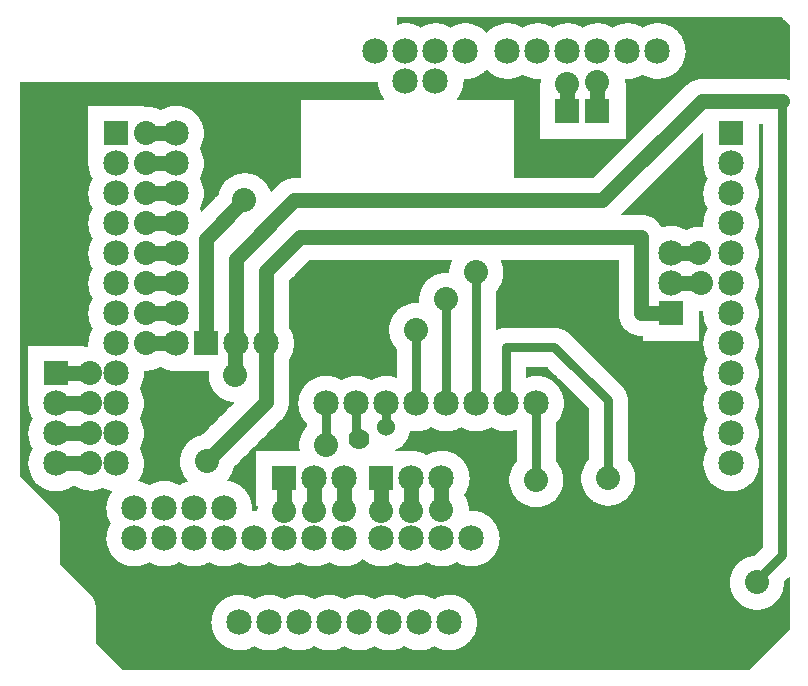
<source format=gtl>
%FSLAX44Y44*%
%MOMM*%
G71*
G01*
G75*
G04 Layer_Physical_Order=1*
G04 Layer_Color=255*
%ADD10C,0.1016*%
%ADD11C,0.7620*%
%ADD12C,1.2700*%
%ADD13C,2.1590*%
%ADD14R,2.1590X2.1590*%
%ADD15R,2.1590X2.1590*%
%ADD16C,1.5240*%
%ADD17C,1.7780*%
%ADD18C,2.0320*%
D10*
X827659Y558292D02*
X827397Y560946D01*
X826622Y563498D01*
X825364Y565849D01*
X823671Y567909D01*
X827659Y558292D02*
X827398Y560943D01*
X826625Y563492D01*
X825369Y565842D01*
X823679Y567901D01*
X797179Y629666D02*
X796917Y632320D01*
X796143Y634871D01*
X794884Y637223D01*
X793191Y639283D01*
X797179Y629666D02*
X796918Y632317D01*
X796145Y634866D01*
X794889Y637216D01*
X793199Y639275D01*
X839422Y628650D02*
X838178Y626393D01*
X837182Y624015D01*
X836448Y621544D01*
X835983Y619009D01*
X835792Y616439D01*
X835878Y613863D01*
X836240Y611311D01*
X836873Y608812D01*
X837770Y606396D01*
X838922Y604090D01*
X840314Y601921D01*
X841930Y599913D01*
X843753Y598091D01*
X845761Y596474D01*
X847930Y595082D01*
X850236Y593930D01*
X852652Y593033D01*
X855151Y592400D01*
X857703Y592038D01*
X860279Y591952D01*
X862849Y592143D01*
X865384Y592608D01*
X867855Y593343D01*
X870233Y594338D01*
X872490Y595582D01*
X874616Y594401D01*
X876851Y593442D01*
X879172Y592714D01*
X881554Y592224D01*
X883974Y591978D01*
X886406D01*
X888826Y592224D01*
X891208Y592714D01*
X893529Y593442D01*
X895764Y594401D01*
X897890Y595582D01*
X900016Y594401D01*
X902251Y593442D01*
X904572Y592714D01*
X906954Y592224D01*
X909374Y591978D01*
X911806D01*
X914226Y592224D01*
X916608Y592714D01*
X918929Y593442D01*
X921164Y594401D01*
X923290Y595582D01*
X961390Y565198D02*
X959155Y566432D01*
X956801Y567421D01*
X954356Y568155D01*
X951846Y568625D01*
X949301Y568825D01*
X946749Y568754D01*
X944219Y568413D01*
X941739Y567804D01*
X939338Y566936D01*
X937043Y565818D01*
X934880Y564462D01*
X932872Y562884D01*
X931044Y561102D01*
X929416Y559136D01*
X928005Y557007D01*
X926829Y554742D01*
X925900Y552364D01*
X925229Y549900D01*
X924823Y547379D01*
X924687Y544830D01*
X924823Y542281D01*
X925229Y539760D01*
X925900Y537297D01*
X926829Y534919D01*
X928005Y532653D01*
X929416Y530524D01*
X931044Y528558D01*
X932872Y526776D01*
X934880Y525198D01*
X937043Y523842D01*
X939338Y522724D01*
X941739Y521856D01*
X944219Y521247D01*
X946749Y520906D01*
X949301Y520835D01*
X951846Y521035D01*
X954356Y521505D01*
X956801Y522239D01*
X959155Y523228D01*
X961390Y524462D01*
X923290Y595582D02*
X925416Y594401D01*
X927651Y593442D01*
X929972Y592714D01*
X932354Y592224D01*
X934774Y591978D01*
X937206D01*
X939626Y592224D01*
X942008Y592714D01*
X944329Y593442D01*
X946564Y594401D01*
X948690Y595582D01*
X959950Y639910D02*
X959993Y641350D01*
X773382Y692150D02*
X772156Y689931D01*
X771172Y687596D01*
X770439Y685170D01*
X769965Y682680D01*
X769757Y680154D01*
X769817Y677620D01*
X770143Y675106D01*
X770733Y672641D01*
X771579Y670252D01*
X772673Y667966D01*
X774001Y665807D01*
X775550Y663801D01*
X777301Y661969D01*
X779236Y660332D01*
X781333Y658908D01*
X783569Y657713D01*
X785917Y656761D01*
X788354Y656061D01*
X790850Y655623D01*
X793379Y655450D01*
X795911Y655545D01*
X798420Y655906D01*
X800877Y656529D01*
X803254Y657409D01*
X805525Y658534D01*
X807665Y659892D01*
X840604Y655774D02*
X839145Y653595D01*
X837933Y651270D01*
X836981Y648827D01*
X836302Y646294D01*
X835903Y643703D01*
X835788Y641084D01*
X835961Y638467D01*
X836417Y635886D01*
X837153Y633369D01*
X838158Y630947D01*
X839422Y628650D01*
X810171Y659892D02*
X812479Y658564D01*
X814923Y657508D01*
X817471Y656736D01*
X820090Y656259D01*
X822747Y656083D01*
X825406Y656210D01*
X828034Y656639D01*
X830596Y657365D01*
X833058Y658377D01*
X833058D02*
X835471Y657230D01*
X837997Y656359D01*
X840604Y655774D01*
X872490Y661718D02*
X870434Y662864D01*
X868276Y663803D01*
X866036Y664526D01*
X863736Y665026D01*
Y665026D02*
X865172Y667167D01*
X866370Y669449D01*
X867317Y671847D01*
X868001Y674332D01*
X868415Y676876D01*
X868553Y679450D01*
X773382Y717550D02*
X772201Y715424D01*
X771242Y713189D01*
X770514Y710868D01*
X770024Y708486D01*
X769778Y706066D01*
Y703634D01*
X770024Y701214D01*
X770514Y698832D01*
X771242Y696511D01*
X772201Y694276D01*
X773382Y692150D01*
X897890Y661718D02*
X895764Y662899D01*
X893529Y663858D01*
X891208Y664586D01*
X888826Y665076D01*
X886406Y665322D01*
X883974D01*
X881554Y665076D01*
X879172Y664586D01*
X876851Y663858D01*
X874616Y662899D01*
X872490Y661718D01*
X904797Y664643D02*
X902397Y663911D01*
X900086Y662933D01*
X897890Y661718D01*
X959993Y641350D02*
X959863Y643841D01*
X959476Y646306D01*
X958835Y648716D01*
X957947Y651048D01*
X956822Y653274D01*
X955472Y655372D01*
X953911Y657318D01*
X952157Y659092D01*
X950228Y660674D01*
X948146Y662047D01*
X945932Y663197D01*
X943611Y664111D01*
X941207Y664779D01*
X938747Y665194D01*
X940334Y667125D01*
X941706Y669215D01*
X942846Y671439D01*
X943742Y673772D01*
X944385Y676187D01*
X916725Y703847D02*
X914312Y703205D01*
X911981Y702310D01*
X909758Y701171D01*
X907670Y699801D01*
X905740Y698217D01*
X903990Y696435D01*
X902440Y694477D01*
X901108Y692365D01*
X900009Y690123D01*
X899156Y687776D01*
X898558Y685352D01*
X898222Y682877D01*
X898151Y680381D01*
X898348Y677892D01*
X898809Y675437D01*
X899530Y673046D01*
X900501Y670746D01*
X901713Y668562D01*
X903150Y666520D01*
X904797Y664644D01*
X868553Y679450D02*
X868404Y682121D01*
X867959Y684759D01*
X867222Y687331D01*
X866205Y689805D01*
X864918Y692150D01*
X868553Y704850D02*
X868404Y707521D01*
X867959Y710159D01*
X867222Y712731D01*
X866205Y715205D01*
X864918Y717550D01*
Y692150D02*
X866205Y694495D01*
X867222Y696969D01*
X867959Y699541D01*
X868404Y702179D01*
X868553Y704850D01*
X961390Y524462D02*
X963516Y523281D01*
X965751Y522322D01*
X968072Y521594D01*
X970454Y521104D01*
X972874Y520858D01*
X975306D01*
X977726Y521104D01*
X980108Y521594D01*
X982429Y522322D01*
X984664Y523281D01*
X986790Y524462D01*
X988916Y523281D01*
X991151Y522322D01*
X993472Y521594D01*
X995854Y521104D01*
X998274Y520858D01*
X1000706D01*
X1003126Y521104D01*
X1005508Y521594D01*
X1007829Y522322D01*
X1010064Y523281D01*
X1012190Y524462D01*
X986790Y565198D02*
X984664Y566379D01*
X982429Y567338D01*
X980108Y568066D01*
X977726Y568556D01*
X975306Y568802D01*
X972874D01*
X970454Y568556D01*
X968072Y568066D01*
X965751Y567338D01*
X963516Y566379D01*
X961390Y565198D01*
X1012190D02*
X1010064Y566379D01*
X1007829Y567338D01*
X1005508Y568066D01*
X1003126Y568556D01*
X1000706Y568802D01*
X998274D01*
X995854Y568556D01*
X993472Y568066D01*
X991151Y567338D01*
X988916Y566379D01*
X986790Y565198D01*
X1012190Y524462D02*
X1014316Y523281D01*
X1016551Y522322D01*
X1018872Y521594D01*
X1021254Y521104D01*
X1023674Y520858D01*
X1026106D01*
X1028526Y521104D01*
X1030908Y521594D01*
X1033229Y522322D01*
X1035464Y523281D01*
X1037590Y524462D01*
Y565198D02*
X1035464Y566379D01*
X1033229Y567338D01*
X1030908Y568066D01*
X1028526Y568556D01*
X1026106Y568802D01*
X1023674D01*
X1021254Y568556D01*
X1018872Y568066D01*
X1016551Y567338D01*
X1014316Y566379D01*
X1012190Y565198D01*
X1037590Y524462D02*
X1039716Y523281D01*
X1041951Y522322D01*
X1044272Y521594D01*
X1046654Y521104D01*
X1049074Y520858D01*
X1051506D01*
X1053926Y521104D01*
X1056308Y521594D01*
X1058629Y522322D01*
X1060864Y523281D01*
X1062990Y524462D01*
X1065116Y523281D01*
X1067351Y522322D01*
X1069672Y521594D01*
X1072054Y521104D01*
X1074474Y520858D01*
X1076906D01*
X1079326Y521104D01*
X1081708Y521594D01*
X1084029Y522322D01*
X1086264Y523281D01*
X1088390Y524462D01*
Y565198D02*
X1086264Y566379D01*
X1084029Y567338D01*
X1081708Y568066D01*
X1079326Y568556D01*
X1076906Y568802D01*
X1074474D01*
X1072054Y568556D01*
X1069672Y568066D01*
X1067351Y567338D01*
X1065116Y566379D01*
X1062990Y565198D01*
X1060864Y566379D01*
X1058629Y567338D01*
X1056308Y568066D01*
X1053926Y568556D01*
X1051506Y568802D01*
X1049074D01*
X1046654Y568556D01*
X1044272Y568066D01*
X1041951Y567338D01*
X1039716Y566379D01*
X1037590Y565198D01*
X1088390Y524462D02*
X1090516Y523281D01*
X1092751Y522322D01*
X1095072Y521594D01*
X1097454Y521104D01*
X1099874Y520858D01*
X1102306D01*
X1104726Y521104D01*
X1107108Y521594D01*
X1109429Y522322D01*
X1111664Y523281D01*
X1113790Y524462D01*
X1116025Y523228D01*
X1118379Y522239D01*
X1120824Y521505D01*
X1123334Y521035D01*
X1125879Y520835D01*
X1128431Y520906D01*
X1130961Y521247D01*
X1133441Y521856D01*
X1135842Y522724D01*
X1138137Y523842D01*
X1140300Y525198D01*
X1142308Y526776D01*
X1144136Y528558D01*
X1145764Y530524D01*
X1147175Y532653D01*
X1148351Y534918D01*
X1149280Y537296D01*
X1149951Y539760D01*
X1150357Y542280D01*
X1150493Y544830D01*
X1113790Y565198D02*
X1111664Y566379D01*
X1109429Y567338D01*
X1107108Y568066D01*
X1104726Y568556D01*
X1102306Y568802D01*
X1099874D01*
X1097454Y568556D01*
X1095072Y568066D01*
X1092751Y567338D01*
X1090516Y566379D01*
X1088390Y565198D01*
X1150493Y544830D02*
X1150357Y547379D01*
X1149951Y549900D01*
X1149280Y552364D01*
X1148351Y554742D01*
X1147175Y557007D01*
X1145764Y559136D01*
X1144136Y561102D01*
X1142308Y562884D01*
X1140300Y564462D01*
X1138137Y565818D01*
X1135842Y566936D01*
X1133441Y567804D01*
X1130961Y568413D01*
X1128431Y568754D01*
X1125879Y568825D01*
X1123334Y568625D01*
X1120824Y568155D01*
X1118379Y567421D01*
X1116025Y566432D01*
X1113790Y565198D01*
X963446Y639865D02*
X959950Y639910D01*
X948690Y595582D02*
X950816Y594401D01*
X953051Y593442D01*
X955372Y592714D01*
X957754Y592224D01*
X960174Y591978D01*
X962606D01*
X965026Y592224D01*
X967408Y592714D01*
X969729Y593442D01*
X971964Y594401D01*
X974090Y595582D01*
X963756Y642747D02*
X963446Y639865D01*
X974090Y595582D02*
X976216Y594401D01*
X978451Y593442D01*
X980772Y592714D01*
X983154Y592224D01*
X985574Y591978D01*
X988006D01*
X990426Y592224D01*
X992808Y592714D01*
X995129Y593442D01*
X997364Y594401D01*
X999490Y595582D01*
X1001616Y594401D01*
X1003851Y593442D01*
X1006172Y592714D01*
X1008554Y592224D01*
X1010974Y591978D01*
X1013406D01*
X1015826Y592224D01*
X1018208Y592714D01*
X1020529Y593442D01*
X1022764Y594401D01*
X1024890Y595582D01*
X1005332Y710704D02*
X1003780Y708875D01*
X1002423Y706897D01*
X1001277Y704789D01*
X1000353Y702576D01*
X999660Y700279D01*
X999207Y697923D01*
X998997Y695534D01*
X999034Y693135D01*
X999316Y690753D01*
X1053465Y597946D02*
X1055472Y596358D01*
X1057637Y594993D01*
X1059935Y593866D01*
X1062340Y592990D01*
X1064825Y592375D01*
X1067361Y592029D01*
X1069919Y591954D01*
X1072471Y592152D01*
X1074987Y592621D01*
X1077439Y593355D01*
X1079799Y594346D01*
X1082040Y595582D01*
X1082040Y595582D02*
X1084166Y594401D01*
X1086401Y593442D01*
X1088722Y592714D01*
X1091104Y592224D01*
X1093524Y591978D01*
X1095956D01*
X1098376Y592224D01*
X1100758Y592714D01*
X1103079Y593442D01*
X1105314Y594401D01*
X1107440Y595582D01*
X1109566Y594401D01*
X1111801Y593442D01*
X1114122Y592714D01*
X1116504Y592224D01*
X1118924Y591978D01*
X1121356D01*
X1123776Y592224D01*
X1126158Y592714D01*
X1128479Y593442D01*
X1130714Y594401D01*
X1132840Y595582D01*
X1024890D02*
X1027131Y594346D01*
X1029491Y593355D01*
X1031943Y592621D01*
X1034459Y592152D01*
X1037011Y591954D01*
X1039569Y592029D01*
X1042105Y592375D01*
X1044590Y592990D01*
X1046995Y593866D01*
X1049293Y594993D01*
X1051458Y596358D01*
X1053465Y597946D01*
X1107440Y687118D02*
X1105286Y688312D01*
X1103022Y689279D01*
X1100670Y690009D01*
X1098256Y690494D01*
X1095805Y690729D01*
X1093343Y690712D01*
X1081277Y690753D02*
X1083640Y691937D01*
X1085835Y693410D01*
X1087825Y695150D01*
X1089579Y697128D01*
X1091068Y699312D01*
X1092269Y701666D01*
X1093161Y704155D01*
X1093732Y706736D01*
X1144143Y666750D02*
X1144007Y669299D01*
X1143601Y671820D01*
X1142930Y674284D01*
X1142001Y676662D01*
X1140825Y678927D01*
X1139414Y681056D01*
X1137786Y683022D01*
X1135957Y684804D01*
X1133950Y686382D01*
X1131787Y687738D01*
X1129492Y688856D01*
X1127091Y689725D01*
X1124611Y690333D01*
X1122081Y690674D01*
X1119529Y690745D01*
X1116984Y690545D01*
X1114474Y690075D01*
X1112029Y689341D01*
X1109675Y688352D01*
X1107440Y687118D01*
X1093732Y706736D02*
X1096307Y706352D01*
X1098908Y706250D01*
X1101506Y706430D01*
X1104068Y706890D01*
X1106566Y707625D01*
X1108969Y708626D01*
X1111250Y709882D01*
X1113376Y708701D01*
X1115611Y707742D01*
X1117932Y707014D01*
X1120314Y706524D01*
X1122734Y706278D01*
X1125166D01*
X1127586Y706524D01*
X1129968Y707014D01*
X1132289Y707742D01*
X1134524Y708701D01*
X1136650Y709882D01*
X864918Y717550D02*
X866205Y719895D01*
X867222Y722369D01*
X867959Y724941D01*
X868404Y727579D01*
X868553Y730250D01*
X769788Y731647D02*
X769771Y729185D01*
X770006Y726734D01*
X770491Y724320D01*
X771221Y721968D01*
X772188Y719704D01*
X773382Y717550D01*
X868553Y730250D02*
X868404Y732921D01*
X867959Y735559D01*
X867222Y738131D01*
X866205Y740605D01*
X864918Y742950D01*
X866205Y745295D01*
X867222Y747769D01*
X867959Y750341D01*
X868404Y752979D01*
X868553Y755650D01*
X868463Y757729D01*
X820643Y778903D02*
X817753Y778430D01*
X824182Y793750D02*
X822933Y791484D01*
X821936Y789096D01*
X821201Y786615D01*
X820738Y784070D01*
X820551Y781489D01*
X820643Y778903D01*
X824182Y819150D02*
X823001Y817024D01*
X822042Y814789D01*
X821314Y812468D01*
X820824Y810086D01*
X820578Y807666D01*
Y805234D01*
X820824Y802814D01*
X821314Y800432D01*
X822042Y798111D01*
X823001Y795876D01*
X824182Y793750D01*
X868463Y757729D02*
X870831Y757699D01*
X873190Y757908D01*
X875516Y758354D01*
X877785Y759034D01*
X879973Y759940D01*
X882058Y761063D01*
X884279Y759752D01*
X886629Y758687D01*
X889079Y757881D01*
X891602Y757342D01*
X894167Y757076D01*
X896747Y757088D01*
X824182Y844550D02*
X823001Y842424D01*
X822042Y840189D01*
X821314Y837868D01*
X820824Y835486D01*
X820578Y833066D01*
Y830634D01*
X820824Y828214D01*
X821314Y825832D01*
X822042Y823511D01*
X823001Y821276D01*
X824182Y819150D01*
X824182Y895350D02*
X823001Y893224D01*
X822042Y890989D01*
X821314Y888668D01*
X820824Y886286D01*
X820578Y883866D01*
Y881434D01*
X820824Y879014D01*
X821314Y876632D01*
X822042Y874311D01*
X823001Y872076D01*
X824182Y869950D01*
X824182Y869950D02*
X823001Y867824D01*
X822042Y865589D01*
X821314Y863268D01*
X820824Y860886D01*
X820578Y858466D01*
Y856034D01*
X820824Y853614D01*
X821314Y851232D01*
X822042Y848911D01*
X823001Y846676D01*
X824182Y844550D01*
X916890Y893241D02*
X915718Y895350D01*
X824182Y920750D02*
X823001Y918624D01*
X822042Y916389D01*
X821314Y914068D01*
X820824Y911686D01*
X820578Y909266D01*
Y906834D01*
X820824Y904414D01*
X821314Y902032D01*
X822042Y899711D01*
X823001Y897476D01*
X824182Y895350D01*
X820588Y934847D02*
X820571Y932385D01*
X820806Y929934D01*
X821291Y927520D01*
X822021Y925168D01*
X822988Y922904D01*
X824182Y920750D01*
X919353Y933450D02*
X919204Y936121D01*
X918759Y938759D01*
X918022Y941331D01*
X917005Y943805D01*
X915718Y946150D01*
X919353Y958850D02*
X919213Y961434D01*
X918796Y963989D01*
X918107Y966484D01*
X917152Y968890D01*
X915945Y971179D01*
X914498Y973325D01*
X912828Y975302D01*
X910955Y977088D01*
X908900Y978663D01*
X906688Y980006D01*
X904344Y981104D01*
X901895Y981943D01*
X899371Y982514D01*
X896799Y982809D01*
X894211Y982826D01*
X891636Y982564D01*
X889104Y982026D01*
X886645Y981219D01*
X884287Y980152D01*
X882058Y978837D01*
X915718Y946150D02*
X917005Y948495D01*
X918022Y950969D01*
X918759Y953541D01*
X919204Y956179D01*
X919353Y958850D01*
X915718Y895350D02*
X917005Y897695D01*
X918022Y900169D01*
X918759Y902741D01*
X919204Y905379D01*
X919353Y908050D01*
X915718Y920750D02*
X917005Y923095D01*
X918022Y925569D01*
X918759Y928141D01*
X919204Y930779D01*
X919353Y933450D01*
Y908050D02*
X919204Y910721D01*
X918759Y913359D01*
X918022Y915931D01*
X917005Y918405D01*
X915718Y920750D01*
X882058Y978837D02*
X879986Y979953D01*
X877813Y980855D01*
X875560Y981535D01*
X873250Y981984D01*
X870906Y982198D01*
X868553Y982176D01*
X985380Y717182D02*
X987066Y719106D01*
X988488Y721233D01*
X989619Y723528D01*
X990442Y725950D01*
X990941Y728459D01*
X991108Y731012D01*
X985367Y717170D02*
X987057Y719094D01*
X988482Y721223D01*
X989616Y723519D01*
X990440Y725944D01*
X990940Y728456D01*
X991108Y731012D01*
X922427Y757047D02*
X922275Y754540D01*
X922392Y752032D01*
X922778Y749550D01*
X923429Y747125D01*
X924336Y744783D01*
X925489Y742552D01*
X926874Y740457D01*
X928477Y738524D01*
X930277Y736773D01*
X932256Y735226D01*
X934388Y733900D01*
X936651Y732811D01*
X939018Y731971D01*
X941461Y731389D01*
X943952Y731073D01*
X991108Y767135D02*
X992436Y769221D01*
X993542Y771432D01*
X994415Y773746D01*
X995045Y776137D01*
X995426Y778580D01*
X995553Y781050D01*
Y781050D02*
X995426Y783520D01*
X995045Y785963D01*
X994415Y788354D01*
X993542Y790667D01*
X992436Y792879D01*
X991108Y794965D01*
X1035050Y750618D02*
X1032868Y751826D01*
X1030572Y752801D01*
X1028187Y753532D01*
X1025739Y754013D01*
X1023255Y754236D01*
X1020761Y754200D01*
X1018284Y753906D01*
X1015851Y753356D01*
X1013488Y752557D01*
X1011221Y751517D01*
X1009074Y750247D01*
X1007070Y748761D01*
X1005231Y747076D01*
X1003578Y745208D01*
X1002127Y743179D01*
X1000894Y741011D01*
X999893Y738726D01*
X999135Y736350D01*
X998627Y733907D01*
X998376Y731426D01*
X998383Y728932D01*
X998650Y726451D01*
X999172Y724012D01*
X999944Y721640D01*
X1000959Y719362D01*
X1002204Y717201D01*
X1003667Y715180D01*
X1005332Y713323D01*
X1060450Y750618D02*
X1058324Y751799D01*
X1056089Y752758D01*
X1053768Y753486D01*
X1051386Y753976D01*
X1048966Y754222D01*
X1046534D01*
X1044114Y753976D01*
X1041732Y753486D01*
X1039411Y752758D01*
X1037176Y751799D01*
X1035050Y750618D01*
X1081532Y752742D02*
X1079208Y753476D01*
X1076821Y753971D01*
X1074397Y754221D01*
X1071960Y754223D01*
X1069535Y753979D01*
X1067147Y753490D01*
X1064821Y752762D01*
X1062581Y751801D01*
X1060450Y750618D01*
X1100704Y815749D02*
X1098139Y815844D01*
X1095578Y815658D01*
X1093054Y815192D01*
X1090595Y814452D01*
X1088233Y813447D01*
X1085995Y812189D01*
X1083909Y810693D01*
X1082000Y808977D01*
X1080290Y807062D01*
X1078801Y804971D01*
X1077550Y802729D01*
X1076552Y800364D01*
X1075820Y797903D01*
X1075362Y795377D01*
X1075184Y792816D01*
X1075289Y790251D01*
X1075673Y787713D01*
X1076334Y785232D01*
X1077263Y782839D01*
X1078449Y780562D01*
X1079878Y778429D01*
X1081532Y776466D01*
X1125986Y841413D02*
X1123418Y841496D01*
X1120856Y841296D01*
X1118331Y840816D01*
X1115875Y840062D01*
X1113516Y839043D01*
X1111283Y837771D01*
X1109204Y836262D01*
X1107303Y834533D01*
X1105603Y832606D01*
X1104125Y830504D01*
X1102886Y828252D01*
X1101903Y825879D01*
X1101186Y823411D01*
X1100744Y820880D01*
X1100583Y818315D01*
X1100704Y815749D01*
X975644Y909831D02*
X974692Y912180D01*
X973490Y914412D01*
X972055Y916500D01*
X970401Y918421D01*
X968549Y920151D01*
X966521Y921671D01*
X964340Y922962D01*
X962032Y924009D01*
X959624Y924800D01*
X957144Y925326D01*
X954623Y925580D01*
X952088Y925559D01*
X949571Y925264D01*
X947101Y924698D01*
X944706Y923869D01*
X942415Y922784D01*
X940255Y921458D01*
X938252Y919906D01*
X936428Y918146D01*
X934806Y916198D01*
X933404Y914087D01*
X932239Y911836D01*
X931325Y909472D01*
X930672Y907023D01*
X995426Y921512D02*
X992870Y921344D01*
X990358Y920844D01*
X987933Y920020D01*
X985637Y918886D01*
X983508Y917461D01*
X981584Y915771D01*
X995426Y921512D02*
X992873Y921345D01*
X990364Y920846D01*
X987942Y920023D01*
X985647Y918892D01*
X983520Y917470D01*
X981596Y915784D01*
X1065705Y1001788D02*
X1065994Y999294D01*
X1066542Y996843D01*
X1067343Y994464D01*
X1068388Y992180D01*
X1069666Y990019D01*
X1071163Y988003D01*
X1102360Y1049068D02*
X1100110Y1050309D01*
X1097741Y1051302D01*
X1095278Y1052036D01*
X1092752Y1052503D01*
X1090190Y1052697D01*
X1087622Y1052616D01*
X1085077Y1052262D01*
X1082585Y1051637D01*
X1127760Y1049068D02*
X1125634Y1050249D01*
X1123399Y1051208D01*
X1121078Y1051936D01*
X1118696Y1052426D01*
X1116276Y1052672D01*
X1113844D01*
X1111424Y1052426D01*
X1109042Y1051936D01*
X1106721Y1051208D01*
X1104486Y1050249D01*
X1102360Y1049068D01*
X1132840Y595582D02*
X1135075Y594348D01*
X1137429Y593359D01*
X1139874Y592625D01*
X1142384Y592155D01*
X1144929Y591955D01*
X1147481Y592026D01*
X1150011Y592367D01*
X1152491Y592976D01*
X1154892Y593844D01*
X1157187Y594962D01*
X1159350Y596318D01*
X1161357Y597896D01*
X1163186Y599678D01*
X1164814Y601644D01*
X1166225Y603773D01*
X1167401Y606038D01*
X1168330Y608416D01*
X1169001Y610880D01*
X1169407Y613400D01*
X1169543Y615950D01*
X1143508Y640080D02*
X1143352Y642776D01*
X1142886Y645436D01*
X1142116Y648025D01*
X1141052Y650508D01*
X1139709Y652851D01*
X1169543Y615950D02*
X1169415Y618429D01*
X1169031Y620882D01*
X1168396Y623282D01*
X1167516Y625604D01*
X1166402Y627822D01*
X1165064Y629913D01*
X1163517Y631855D01*
X1161778Y633627D01*
X1159865Y635210D01*
X1157799Y636586D01*
X1155602Y637742D01*
X1153298Y638665D01*
X1150910Y639345D01*
X1148465Y639774D01*
X1145988Y639949D01*
X1143507Y639867D01*
X1139709Y652851D02*
X1141034Y654935D01*
X1142137Y657145D01*
X1143008Y659456D01*
X1143636Y661844D01*
X1144016Y664284D01*
X1144143Y666750D01*
X1183132Y681494D02*
X1181502Y679562D01*
X1180089Y677465D01*
X1178912Y675228D01*
X1177983Y672877D01*
X1177314Y670439D01*
X1176912Y667943D01*
X1176782Y665418D01*
X1176926Y662894D01*
X1177341Y660400D01*
X1178023Y657966D01*
X1178964Y655620D01*
X1180154Y653389D01*
X1181577Y651299D01*
X1183217Y649376D01*
X1185056Y647641D01*
X1187072Y646115D01*
X1189240Y644815D01*
X1191536Y643757D01*
X1193933Y642954D01*
X1196403Y642414D01*
X1198917Y642145D01*
X1201445Y642148D01*
X1203958Y642424D01*
X1206426Y642971D01*
X1208821Y643780D01*
X1211115Y644844D01*
X1213280Y646149D01*
X1215291Y647681D01*
X1217125Y649421D01*
X1218761Y651348D01*
X1220179Y653442D01*
X1221362Y655676D01*
X1222297Y658025D01*
X1222973Y660461D01*
X1223381Y662955D01*
X1223518Y665480D01*
Y665480D02*
X1223382Y667996D01*
X1222976Y670482D01*
X1222305Y672910D01*
X1221377Y675252D01*
X1220201Y677480D01*
X1218793Y679569D01*
X1217168Y681494D01*
X1244092Y682764D02*
X1242462Y680832D01*
X1241049Y678735D01*
X1239872Y676498D01*
X1238943Y674146D01*
X1238274Y671709D01*
X1237872Y669213D01*
X1237742Y666688D01*
X1237886Y664164D01*
X1238301Y661670D01*
X1238983Y659236D01*
X1239924Y656889D01*
X1241114Y654659D01*
X1242537Y652569D01*
X1244177Y650646D01*
X1246016Y648911D01*
X1248032Y647385D01*
X1250200Y646085D01*
X1252496Y645027D01*
X1254893Y644224D01*
X1257363Y643684D01*
X1259877Y643415D01*
X1262405Y643418D01*
X1264918Y643694D01*
X1267386Y644241D01*
X1269781Y645050D01*
X1272075Y646114D01*
X1274240Y647419D01*
X1276251Y648951D01*
X1278085Y650691D01*
X1279721Y652618D01*
X1281138Y654712D01*
X1282322Y656946D01*
X1283257Y659295D01*
X1283933Y661731D01*
X1284341Y664225D01*
X1284478Y666750D01*
Y666750D02*
X1284342Y669266D01*
X1283936Y671752D01*
X1283265Y674180D01*
X1282337Y676522D01*
X1281161Y678750D01*
X1279753Y680839D01*
X1278128Y682764D01*
X1136650Y709882D02*
X1138776Y708701D01*
X1141011Y707742D01*
X1143332Y707014D01*
X1145714Y706524D01*
X1148134Y706278D01*
X1150566D01*
X1152986Y706524D01*
X1155368Y707014D01*
X1157689Y707742D01*
X1159924Y708701D01*
X1162050Y709882D01*
X1164181Y708699D01*
X1166421Y707738D01*
X1168747Y707010D01*
X1171134Y706521D01*
X1173560Y706276D01*
X1175997Y706279D01*
X1178421Y706529D01*
X1180808Y707024D01*
X1183132Y707758D01*
X1217168Y713323D02*
X1218951Y715327D01*
X1220498Y717518D01*
X1221792Y719868D01*
X1222815Y722348D01*
X1223555Y724927D01*
X1224003Y727572D01*
X1224153Y730250D01*
X1174750Y795020D02*
X1171843Y794770D01*
X1169021Y794027D01*
X1166368Y792813D01*
X1174750Y795020D02*
X1171843Y794770D01*
X1169021Y794027D01*
X1166368Y792813D01*
X1224153Y730250D02*
X1224016Y732815D01*
X1223605Y735351D01*
X1222925Y737829D01*
X1221984Y740220D01*
X1220794Y742496D01*
X1219367Y744633D01*
X1217719Y746604D01*
X1215871Y748388D01*
X1213842Y749965D01*
X1211657Y751315D01*
X1209339Y752424D01*
X1206917Y753279D01*
X1204417Y753871D01*
X1201868Y754192D01*
X1199299Y754238D01*
X1196740Y754009D01*
X1194220Y753509D01*
X1191768Y752742D01*
X1227932Y790036D02*
X1225901Y791770D01*
X1223624Y793165D01*
X1221157Y794187D01*
X1218560Y794810D01*
X1215898Y795020D01*
X1227932Y790036D02*
X1225901Y791770D01*
X1223624Y793165D01*
X1221157Y794187D01*
X1218560Y794810D01*
X1215898Y795020D01*
X1278128Y732790D02*
X1277918Y735452D01*
X1277295Y738049D01*
X1276273Y740516D01*
X1274878Y742793D01*
X1273144Y744824D01*
X1278128Y732790D02*
X1277918Y735452D01*
X1277295Y738049D01*
X1276273Y740516D01*
X1274878Y742793D01*
X1273144Y744824D01*
X1269492Y806450D02*
X1269659Y803897D01*
X1270158Y801388D01*
X1270981Y798966D01*
X1272112Y796671D01*
X1273534Y794544D01*
X1275220Y792620D01*
X1277144Y790934D01*
X1279271Y789512D01*
X1281566Y788381D01*
X1283988Y787558D01*
X1286497Y787059D01*
X1289050Y786892D01*
X1269492Y806450D02*
X1269659Y803897D01*
X1270158Y801388D01*
X1270981Y798966D01*
X1272112Y796671D01*
X1273534Y794544D01*
X1275220Y792620D01*
X1277144Y790934D01*
X1279271Y789512D01*
X1281566Y788381D01*
X1283988Y787558D01*
X1286497Y787059D01*
X1289050Y786892D01*
X1384753Y601862D02*
X1382219Y601466D01*
X1379744Y600794D01*
X1377358Y599855D01*
X1375088Y598660D01*
X1372963Y597224D01*
X1371009Y595563D01*
X1369248Y593698D01*
X1367702Y591651D01*
X1366390Y589448D01*
X1365327Y587113D01*
X1364527Y584677D01*
X1363998Y582167D01*
X1363748Y579615D01*
X1363778Y577050D01*
X1364090Y574504D01*
X1364679Y572008D01*
X1365537Y569591D01*
X1366656Y567283D01*
X1368020Y565112D01*
X1369615Y563103D01*
X1371420Y561281D01*
X1373414Y559667D01*
X1375572Y558282D01*
X1377869Y557142D01*
X1380278Y556260D01*
X1382769Y555648D01*
X1385311Y555312D01*
X1387875Y555257D01*
X1390430Y555483D01*
X1392945Y555988D01*
X1395389Y556766D01*
X1397733Y557806D01*
X1399949Y559098D01*
X1402010Y560624D01*
X1403892Y562367D01*
X1405571Y564306D01*
X1407027Y566417D01*
X1408244Y568675D01*
X1409205Y571052D01*
X1409901Y573521D01*
X1410321Y576051D01*
X1410462Y578612D01*
Y578612D02*
X1410448Y579423D01*
X1344882Y692150D02*
X1343656Y689930D01*
X1342671Y687594D01*
X1341938Y685167D01*
X1341465Y682675D01*
X1341257Y680148D01*
X1341317Y677613D01*
X1341645Y675099D01*
X1342235Y672633D01*
X1343083Y670243D01*
X1344178Y667956D01*
X1345508Y665797D01*
X1347059Y663791D01*
X1348812Y661959D01*
X1350749Y660322D01*
X1352848Y658900D01*
X1355085Y657706D01*
X1357435Y656755D01*
X1359873Y656057D01*
X1362371Y655620D01*
X1364901Y655450D01*
X1367435Y655547D01*
X1369944Y655910D01*
X1372401Y656537D01*
X1374778Y657419D01*
X1377049Y658547D01*
X1379189Y659909D01*
X1381172Y661488D01*
X1382978Y663268D01*
X1384586Y665229D01*
X1385979Y667348D01*
X1387140Y669602D01*
X1388056Y671966D01*
X1388719Y674414D01*
X1389119Y676918D01*
X1389253Y679450D01*
X1344882Y717550D02*
X1343701Y715424D01*
X1342742Y713189D01*
X1342014Y710868D01*
X1341524Y708486D01*
X1341278Y706066D01*
Y703634D01*
X1341524Y701214D01*
X1342014Y698832D01*
X1342742Y696511D01*
X1343701Y694276D01*
X1344882Y692150D01*
X1344882Y742950D02*
X1343701Y740824D01*
X1342742Y738589D01*
X1342014Y736268D01*
X1341524Y733886D01*
X1341278Y731466D01*
Y729034D01*
X1341524Y726614D01*
X1342014Y724232D01*
X1342742Y721911D01*
X1343701Y719676D01*
X1344882Y717550D01*
X1344882Y768350D02*
X1343701Y766224D01*
X1342742Y763989D01*
X1342014Y761668D01*
X1341524Y759286D01*
X1341278Y756866D01*
Y754434D01*
X1341524Y752014D01*
X1342014Y749632D01*
X1342742Y747311D01*
X1343701Y745076D01*
X1344882Y742950D01*
X1344882Y793750D02*
X1343701Y791624D01*
X1342742Y789389D01*
X1342014Y787068D01*
X1341524Y784686D01*
X1341278Y782266D01*
Y779834D01*
X1341524Y777414D01*
X1342014Y775032D01*
X1342742Y772711D01*
X1343701Y770476D01*
X1344882Y768350D01*
X1341337Y808529D02*
X1341252Y805955D01*
X1341443Y803385D01*
X1341909Y800852D01*
X1342643Y798382D01*
X1343638Y796006D01*
X1344882Y793750D01*
X1389253Y679450D02*
X1389104Y682121D01*
X1388659Y684759D01*
X1387922Y687331D01*
X1386905Y689805D01*
X1385618Y692150D01*
X1386905Y694495D01*
X1387922Y696969D01*
X1388659Y699541D01*
X1389104Y702179D01*
X1389253Y704850D01*
X1389104Y707521D01*
X1388659Y710159D01*
X1387922Y712731D01*
X1386905Y715205D01*
X1385618Y717550D01*
X1389253Y730250D02*
X1389104Y732921D01*
X1388659Y735559D01*
X1387922Y738131D01*
X1386905Y740605D01*
X1385618Y742950D01*
Y717550D02*
X1386905Y719895D01*
X1387922Y722369D01*
X1388659Y724941D01*
X1389104Y727579D01*
X1389253Y730250D01*
X1385618Y742950D02*
X1386905Y745295D01*
X1387922Y747769D01*
X1388659Y750341D01*
X1389104Y752979D01*
X1389253Y755650D01*
X1389104Y758321D01*
X1388659Y760959D01*
X1387922Y763531D01*
X1386905Y766005D01*
X1385618Y768350D01*
X1386905Y770695D01*
X1387922Y773169D01*
X1388659Y775741D01*
X1389104Y778379D01*
X1389253Y781050D01*
X1389104Y783721D01*
X1388659Y786359D01*
X1387922Y788931D01*
X1386905Y791405D01*
X1385618Y793750D01*
X1386905Y796095D01*
X1387922Y798569D01*
X1388659Y801141D01*
X1389104Y803779D01*
X1389253Y806450D01*
X1166368Y824980D02*
X1167993Y826905D01*
X1169401Y828994D01*
X1170577Y831222D01*
X1171505Y833564D01*
X1172176Y835992D01*
X1172582Y838478D01*
X1172718Y840994D01*
X1128306Y851154D02*
X1127334Y848827D01*
X1126618Y846409D01*
X1126167Y843928D01*
X1125986Y841413D01*
X1172718Y840994D02*
X1172570Y843616D01*
X1172130Y846205D01*
X1171401Y848728D01*
X1170394Y851154D01*
X1133557Y988003D02*
X1134975Y989900D01*
X1136198Y991928D01*
X1137216Y994067D01*
X1138018Y996295D01*
X1138597Y998592D01*
X1138946Y1000934D01*
X1139063Y1003300D01*
Y1003300D02*
X1139020Y1004740D01*
X1158240Y1044825D02*
X1156415Y1046633D01*
X1154408Y1048235D01*
X1152241Y1049613D01*
X1149939Y1050752D01*
X1147528Y1051639D01*
X1145037Y1052263D01*
X1142493Y1052617D01*
X1139926Y1052697D01*
X1137365Y1052503D01*
X1134839Y1052036D01*
X1132378Y1051301D01*
X1130009Y1050308D01*
X1127760Y1049068D01*
X1139020Y1004740D02*
X1141701Y1004729D01*
X1144367Y1005017D01*
X1146985Y1005601D01*
X1149520Y1006473D01*
X1151943Y1007622D01*
X1154223Y1009035D01*
X1156330Y1010692D01*
X1158240Y1012575D01*
X1188720Y1049068D02*
X1186471Y1050308D01*
X1184102Y1051301D01*
X1181641Y1052036D01*
X1179115Y1052503D01*
X1176554Y1052697D01*
X1173987Y1052617D01*
X1171443Y1052263D01*
X1168952Y1051639D01*
X1166541Y1050752D01*
X1164239Y1049613D01*
X1162072Y1048235D01*
X1160065Y1046633D01*
X1158240Y1044825D01*
Y1012575D02*
X1160065Y1010768D01*
X1162072Y1009165D01*
X1164239Y1007787D01*
X1166541Y1006648D01*
X1168952Y1005761D01*
X1171443Y1005137D01*
X1173987Y1004783D01*
X1176554Y1004703D01*
X1179115Y1004897D01*
X1181641Y1005365D01*
X1184102Y1006099D01*
X1186471Y1007092D01*
X1188720Y1008332D01*
X1191022Y1007066D01*
X1193449Y1006059D01*
X1195972Y1005323D01*
X1198560Y1004868D01*
X1201182Y1004698D01*
X1203807Y1004816D01*
X1214120Y1049068D02*
X1211994Y1050249D01*
X1209759Y1051208D01*
X1207438Y1051936D01*
X1205056Y1052426D01*
X1202636Y1052672D01*
X1200204D01*
X1197784Y1052426D01*
X1195402Y1051936D01*
X1193081Y1051208D01*
X1190846Y1050249D01*
X1188720Y1049068D01*
X1203807Y1004816D02*
X1203480Y1001903D01*
X1239520Y1049068D02*
X1237394Y1050249D01*
X1235159Y1051208D01*
X1232838Y1051936D01*
X1230456Y1052426D01*
X1228036Y1052672D01*
X1225604D01*
X1223184Y1052426D01*
X1220802Y1051936D01*
X1218481Y1051208D01*
X1216246Y1050249D01*
X1214120Y1049068D01*
X1275588Y1002030D02*
X1275424Y1004798D01*
X1264920Y1049068D02*
X1262794Y1050249D01*
X1260559Y1051208D01*
X1258238Y1051936D01*
X1255856Y1052426D01*
X1253436Y1052672D01*
X1251004D01*
X1248584Y1052426D01*
X1246202Y1051936D01*
X1243881Y1051208D01*
X1241646Y1050249D01*
X1239520Y1049068D01*
X1275424Y1004798D02*
X1278018Y1004700D01*
X1280607Y1004883D01*
X1283161Y1005345D01*
X1285651Y1006080D01*
X1288046Y1007080D01*
X1290320Y1008332D01*
Y1049068D02*
X1288194Y1050249D01*
X1285959Y1051208D01*
X1283638Y1051936D01*
X1281256Y1052426D01*
X1278836Y1052672D01*
X1276404D01*
X1273984Y1052426D01*
X1271602Y1051936D01*
X1269281Y1051208D01*
X1267046Y1050249D01*
X1264920Y1049068D01*
X1306346Y879843D02*
X1304952Y882098D01*
X1303266Y884144D01*
X1301320Y885943D01*
X1299148Y887462D01*
X1296790Y888673D01*
X1294290Y889555D01*
X1291694Y890090D01*
X1289050Y890270D01*
X1306346Y879843D02*
X1304952Y882098D01*
X1303266Y884144D01*
X1301320Y885943D01*
X1299148Y887462D01*
X1296790Y888673D01*
X1294290Y889555D01*
X1291694Y890090D01*
X1289050Y890270D01*
X1327138Y877625D02*
X1325038Y878792D01*
X1322831Y879743D01*
X1320540Y880468D01*
X1318188Y880960D01*
X1315798Y881215D01*
X1313395Y881230D01*
X1311003Y881004D01*
X1308645Y880540D01*
X1306346Y879843D01*
X1389253Y806450D02*
X1389104Y809121D01*
X1388659Y811759D01*
X1387922Y814331D01*
X1386905Y816805D01*
X1385618Y819150D01*
X1338453Y808524D02*
X1341337Y808529D01*
X1385618Y819150D02*
X1386905Y821495D01*
X1387922Y823969D01*
X1388659Y826541D01*
X1389104Y829179D01*
X1389253Y831850D01*
X1389104Y834521D01*
X1388659Y837159D01*
X1387922Y839731D01*
X1386905Y842205D01*
X1385618Y844550D01*
X1341348Y880453D02*
X1338899Y880616D01*
X1336447Y880520D01*
X1334018Y880168D01*
X1331640Y879564D01*
X1329338Y878713D01*
X1327138Y877625D01*
X1344882Y895350D02*
X1343630Y893076D01*
X1342630Y890681D01*
X1341895Y888191D01*
X1341434Y885637D01*
X1341250Y883047D01*
X1341348Y880453D01*
X1389253Y857250D02*
X1389104Y859921D01*
X1388659Y862559D01*
X1387922Y865131D01*
X1386905Y867605D01*
X1385618Y869950D01*
Y844550D02*
X1386905Y846895D01*
X1387922Y849369D01*
X1388659Y851941D01*
X1389104Y854579D01*
X1389253Y857250D01*
Y882650D02*
X1389104Y885321D01*
X1388659Y887959D01*
X1387922Y890531D01*
X1386905Y893005D01*
X1385618Y895350D01*
Y869950D02*
X1386905Y872295D01*
X1387922Y874769D01*
X1388659Y877341D01*
X1389104Y879979D01*
X1389253Y882650D01*
X1385618Y895350D02*
X1386905Y897695D01*
X1387922Y900169D01*
X1388659Y902741D01*
X1389104Y905379D01*
X1389253Y908050D01*
X1344882Y920750D02*
X1343701Y918624D01*
X1342742Y916389D01*
X1342014Y914068D01*
X1341524Y911686D01*
X1341278Y909266D01*
Y906834D01*
X1341524Y904414D01*
X1342014Y902032D01*
X1342742Y899711D01*
X1343701Y897476D01*
X1344882Y895350D01*
X1389253Y908050D02*
X1389104Y910721D01*
X1388659Y913359D01*
X1387922Y915931D01*
X1386905Y918405D01*
X1385618Y920750D01*
X1341288Y934847D02*
X1341271Y932385D01*
X1341506Y929934D01*
X1341991Y927520D01*
X1342721Y925168D01*
X1343688Y922904D01*
X1344882Y920750D01*
X1385618Y920750D02*
X1386905Y923095D01*
X1387922Y925569D01*
X1388659Y928141D01*
X1389104Y930779D01*
X1389253Y933450D01*
X1389212Y934847D01*
X1290320Y1008332D02*
X1292555Y1007098D01*
X1294909Y1006109D01*
X1297354Y1005375D01*
X1299864Y1004905D01*
X1302409Y1004705D01*
X1304961Y1004776D01*
X1307491Y1005117D01*
X1309971Y1005725D01*
X1312372Y1006594D01*
X1314667Y1007712D01*
X1316830Y1009068D01*
X1318837Y1010646D01*
X1320666Y1012428D01*
X1322294Y1014394D01*
X1323705Y1016523D01*
X1324881Y1018788D01*
X1325810Y1021167D01*
X1326481Y1023630D01*
X1326887Y1026150D01*
X1327023Y1028700D01*
Y1028700D02*
X1326887Y1031249D01*
X1326481Y1033770D01*
X1325810Y1036234D01*
X1324881Y1038612D01*
X1323705Y1040877D01*
X1322294Y1043006D01*
X1320666Y1044972D01*
X1318837Y1046754D01*
X1316830Y1048332D01*
X1314667Y1049688D01*
X1312372Y1050806D01*
X1309971Y1051674D01*
X1307491Y1052283D01*
X1304961Y1052624D01*
X1302409Y1052695D01*
X1299864Y1052495D01*
X1297354Y1052025D01*
X1294909Y1051291D01*
X1292555Y1050302D01*
X1290320Y1049068D01*
X1340612Y1005586D02*
X1338059Y1005419D01*
X1335550Y1004920D01*
X1333127Y1004097D01*
X1330833Y1002966D01*
X1328706Y1001544D01*
X1326782Y999858D01*
X1340612Y1005586D02*
X1338056Y1005418D01*
X1335544Y1004918D01*
X1333119Y1004094D01*
X1330823Y1002960D01*
X1328694Y1001535D01*
X1326770Y999845D01*
X1414399Y1004653D02*
X1411451Y1005351D01*
X1408430Y1005586D01*
X827659Y527345D02*
X849925Y505079D01*
X854202D02*
Y592607D01*
X854964Y505079D02*
Y592437D01*
X849925Y505079D02*
X915670D01*
X855726D02*
Y592294D01*
X856488Y505079D02*
Y592175D01*
X827659Y527345D02*
Y558292D01*
Y544068D02*
X924699D01*
X827659Y545592D02*
X924699D01*
X827659Y544830D02*
X924687D01*
X861822Y505079D02*
Y592033D01*
X862584Y505079D02*
Y592110D01*
X863346Y505079D02*
Y592212D01*
X864108Y505079D02*
Y592339D01*
X864870Y505079D02*
Y592491D01*
X865632Y505079D02*
Y592669D01*
X858774Y505079D02*
Y591968D01*
X857250Y505079D02*
Y592082D01*
X858012Y505079D02*
Y592013D01*
X859536Y505079D02*
Y591948D01*
X860298Y505079D02*
Y591952D01*
X861060Y505079D02*
Y591981D01*
X842010Y512994D02*
Y599825D01*
X840486Y514518D02*
Y601685D01*
X841248Y513756D02*
Y600707D01*
X844296Y510708D02*
Y597617D01*
X842772Y512232D02*
Y599023D01*
X843534Y511470D02*
Y598290D01*
X837438Y517566D02*
Y607202D01*
X835914Y519090D02*
Y613484D01*
X836676Y518328D02*
Y609478D01*
X839724Y515280D02*
Y602778D01*
X838200Y516804D02*
Y605461D01*
X838962Y516042D02*
Y604019D01*
X851916Y505079D02*
Y593275D01*
X850392Y505079D02*
Y593863D01*
X851154Y505079D02*
Y593554D01*
X853440Y505079D02*
Y592802D01*
X852678Y505079D02*
Y593025D01*
X866394Y505079D02*
Y592873D01*
X846582Y508422D02*
Y595908D01*
X845058Y509946D02*
Y597000D01*
X845820Y509184D02*
Y596431D01*
X848868Y506136D02*
Y594576D01*
X849630Y505374D02*
Y594203D01*
X847344Y507660D02*
Y595426D01*
X848106Y506898D02*
Y594983D01*
X827659Y533400D02*
X927583D01*
X827659Y534924D02*
X926826D01*
X827659Y534162D02*
X927188D01*
X827659Y531114D02*
X928992D01*
X827659Y532638D02*
X928014D01*
X827659Y531876D02*
X928483D01*
X827659Y537972D02*
X925688D01*
X827659Y539496D02*
X925287D01*
X827659Y538734D02*
X925474D01*
X827659Y535686D02*
X926497D01*
X827659Y537210D02*
X925929D01*
X827659Y536448D02*
X926198D01*
X831510Y523494D02*
X937694D01*
X829986Y525018D02*
X935139D01*
X830748Y524256D02*
X936327D01*
X833796Y521208D02*
X944430D01*
X832272Y522732D02*
X939319D01*
X833034Y521970D02*
X941371D01*
X827659Y528828D02*
X930799D01*
X827659Y530352D02*
X929545D01*
X827659Y529590D02*
X930146D01*
X828462Y526542D02*
X933143D01*
X829224Y525780D02*
X934087D01*
X827659Y528066D02*
X931511D01*
X827700Y527304D02*
X932289D01*
X827659Y552450D02*
X925929D01*
X827659Y553974D02*
X926497D01*
X827659Y553212D02*
X926198D01*
X827659Y554736D02*
X926826D01*
X827659Y556260D02*
X927583D01*
X827659Y555498D02*
X927188D01*
X827659Y557022D02*
X928014D01*
X827657Y558546D02*
X928992D01*
X827659Y557784D02*
X928483D01*
X827621Y559308D02*
X929545D01*
X827420Y560832D02*
X930799D01*
X827542Y560070D02*
X930146D01*
X827659Y542544D02*
X924796D01*
X827659Y546354D02*
X924735D01*
X827659Y543306D02*
X924735D01*
X827659Y540258D02*
X925126D01*
X827659Y541782D02*
X924881D01*
X827659Y541020D02*
X924991D01*
X827659Y547116D02*
X924796D01*
X827659Y548640D02*
X924991D01*
X827659Y547878D02*
X924881D01*
X827659Y550164D02*
X925287D01*
X827659Y549402D02*
X925126D01*
X827659Y551688D02*
X925688D01*
X827659Y550926D02*
X925474D01*
X797179Y617220D02*
X835821D01*
X797179Y594401D02*
Y629666D01*
Y617982D02*
X835873D01*
X797179Y618744D02*
X835950D01*
X797179Y620268D02*
X836179D01*
X797179Y619506D02*
X836052D01*
X797179Y621030D02*
X836331D01*
X797179Y622554D02*
X836713D01*
X797179Y621792D02*
X836509D01*
X797179Y623316D02*
X836945D01*
X796705Y633222D02*
X837205D01*
X797179Y624078D02*
X837205D01*
X797179Y594401D02*
X823671Y567909D01*
X797179Y611124D02*
X836277D01*
X797179Y610362D02*
X836447D01*
X797179Y608076D02*
X837115D01*
X797179Y609600D02*
X836642D01*
X797179Y608838D02*
X836865D01*
X797179Y614934D02*
X835808D01*
X797179Y616458D02*
X835792D01*
X797179Y615696D02*
X835788D01*
X797179Y612648D02*
X836015D01*
X797179Y611886D02*
X836133D01*
X797179Y614172D02*
X835853D01*
X797179Y613410D02*
X835922D01*
X791632Y640842D02*
X835792D01*
X790108Y642366D02*
X835808D01*
X790870Y641604D02*
X835788D01*
X789346Y643128D02*
X835853D01*
X787822Y644652D02*
X836015D01*
X788584Y643890D02*
X835922D01*
X787060Y645414D02*
X836133D01*
X785536Y646938D02*
X836447D01*
X786298Y646176D02*
X836277D01*
X784774Y647700D02*
X836642D01*
X783250Y649224D02*
X837115D01*
X784012Y648462D02*
X836865D01*
X835914Y618416D02*
Y638884D01*
X796475Y633984D02*
X836945D01*
X796194Y634746D02*
X836713D01*
X836676Y622422D02*
Y634878D01*
X793868Y638556D02*
X835950D01*
X792394Y640080D02*
X835821D01*
X793156Y639318D02*
X835873D01*
X795466Y636270D02*
X836331D01*
X795859Y635508D02*
X836509D01*
X794480Y637794D02*
X836052D01*
X795009Y637032D02*
X836179D01*
X797179Y595122D02*
X847859D01*
X797179Y596646D02*
X845525D01*
X797179Y595884D02*
X846618D01*
X798744Y592836D02*
X853318D01*
X797220Y594360D02*
X849301D01*
X797982Y593598D02*
X851042D01*
X797179Y599694D02*
X842130D01*
X797179Y601218D02*
X840840D01*
X797179Y600456D02*
X841458D01*
X797179Y597408D02*
X844547D01*
X797179Y598932D02*
X842863D01*
X797179Y598170D02*
X843665D01*
X827252Y561594D02*
X931511D01*
X826773Y563118D02*
X933143D01*
X827037Y562356D02*
X932289D01*
X826457Y563880D02*
X934087D01*
X825649Y565404D02*
X936327D01*
X826084Y564642D02*
X935139D01*
X799506Y592074D02*
X857324D01*
X862256D02*
X882724D01*
X866262Y592836D02*
X878718D01*
X824562Y566928D02*
X939319D01*
X825145Y566166D02*
X937694D01*
X823128Y568452D02*
X944430D01*
X823885Y567690D02*
X941371D01*
X797179Y606552D02*
X837703D01*
X797179Y624840D02*
X837494D01*
X797179Y607314D02*
X837394D01*
X797179Y601980D02*
X840271D01*
X797179Y605790D02*
X838043D01*
X797179Y605028D02*
X838416D01*
X796889Y632460D02*
X837494D01*
X781726Y650748D02*
X837703D01*
X782488Y649986D02*
X837394D01*
X797169Y630174D02*
X838548D01*
X797026Y631698D02*
X837813D01*
X797120Y630936D02*
X838164D01*
X797179Y604266D02*
X838823D01*
X797179Y625602D02*
X837813D01*
X837438Y624698D02*
Y632602D01*
X797179Y602742D02*
X839748D01*
X797179Y603504D02*
X839266D01*
X797179Y626364D02*
X838164D01*
X797179Y627126D02*
X838548D01*
X838200Y626439D02*
Y630861D01*
X797179Y628650D02*
X839422D01*
X797179Y627888D02*
X838966D01*
X797179Y629412D02*
X838966D01*
X838962Y627881D02*
Y629419D01*
X883158Y505079D02*
Y592033D01*
X881634Y505079D02*
Y592212D01*
X882396Y505079D02*
Y592110D01*
X885444Y505079D02*
Y591948D01*
X883920Y505079D02*
Y591981D01*
X884682Y505079D02*
Y591952D01*
X878586Y505079D02*
Y592873D01*
X867156Y505079D02*
Y593105D01*
X877824Y505079D02*
Y593105D01*
X880872Y505079D02*
Y592339D01*
X879348Y505079D02*
Y592669D01*
X880110Y505079D02*
Y592491D01*
X891540Y505079D02*
Y592802D01*
X892302Y505079D02*
Y593025D01*
X893064Y505079D02*
Y593275D01*
X904494Y505079D02*
Y592734D01*
X902970Y505079D02*
Y593189D01*
X903732Y505079D02*
Y592948D01*
X886206Y505079D02*
Y591968D01*
X886968Y505079D02*
Y592013D01*
X887730Y505079D02*
Y592082D01*
X888492Y505079D02*
Y592175D01*
X889254Y505079D02*
Y592294D01*
X890016Y505079D02*
Y592437D01*
X890778Y505079D02*
Y592607D01*
X874014Y505079D02*
Y594708D01*
X872490Y505079D02*
Y595582D01*
X873252Y505079D02*
Y595126D01*
X876300Y505079D02*
Y593654D01*
X874776Y505079D02*
Y594324D01*
X875538Y505079D02*
Y593973D01*
X867918Y505079D02*
Y593365D01*
X868680Y505079D02*
Y593654D01*
X869442Y505079D02*
Y593973D01*
X870204Y505079D02*
Y594324D01*
X870966Y505079D02*
Y594708D01*
X871728Y505079D02*
Y595126D01*
X899922Y505079D02*
Y594448D01*
X898398Y505079D02*
Y595274D01*
X899160Y505079D02*
Y594843D01*
X902208Y505079D02*
Y593458D01*
X900684Y505079D02*
Y594086D01*
X901446Y505079D02*
Y593757D01*
X877062Y505079D02*
Y593365D01*
X893826Y505079D02*
Y593554D01*
X894588Y505079D02*
Y593863D01*
X895350Y505079D02*
Y594203D01*
X896112Y505079D02*
Y594576D01*
X896874Y505079D02*
Y594983D01*
X897636Y505079D02*
Y595426D01*
X930402Y505079D02*
Y529283D01*
X928878Y505079D02*
Y531279D01*
X929640Y505079D02*
Y530227D01*
X932688Y505079D02*
Y526939D01*
X931164Y505079D02*
Y528429D01*
X931926Y505079D02*
Y527651D01*
X925830Y505079D02*
Y537511D01*
X910590Y505079D02*
Y591947D01*
X925068Y505079D02*
Y540570D01*
X928116Y505079D02*
Y532467D01*
X926592Y505079D02*
Y535459D01*
X927354Y505079D02*
Y533834D01*
X954024Y505079D02*
Y521427D01*
X954786Y505079D02*
Y521614D01*
X955548Y505079D02*
Y521828D01*
X960120Y505079D02*
Y523723D01*
X960882Y505079D02*
Y524154D01*
X961644Y505079D02*
Y524306D01*
X941070Y505079D02*
Y522069D01*
X938784Y505079D02*
Y522966D01*
X940308Y505079D02*
Y522338D01*
X950214Y505079D02*
Y520875D01*
X950976Y505079D02*
Y520936D01*
X941832Y505079D02*
Y521828D01*
X951738Y505079D02*
Y521021D01*
X909828Y505079D02*
Y591959D01*
X911352Y505079D02*
Y591959D01*
X912114Y505079D02*
Y591995D01*
X912876Y505079D02*
Y592056D01*
X913638Y505079D02*
Y592141D01*
X914400Y505079D02*
Y592251D01*
X906780Y505079D02*
Y592251D01*
X905256Y505079D02*
Y592547D01*
X906018Y505079D02*
Y592386D01*
X909066Y505079D02*
Y591995D01*
X907542Y505079D02*
Y592141D01*
X908304Y505079D02*
Y592056D01*
X920496Y505079D02*
Y594086D01*
X921258Y505079D02*
Y594448D01*
X922020Y505079D02*
Y594843D01*
X924306Y505079D02*
Y594983D01*
X922782Y505079D02*
Y595274D01*
X923544Y505079D02*
Y595426D01*
X915162Y505079D02*
Y592386D01*
X915924Y505079D02*
Y592547D01*
X916686Y505079D02*
Y592734D01*
X917448Y505079D02*
Y592948D01*
X918210Y505079D02*
Y593189D01*
X918972Y505079D02*
Y593458D01*
X919734Y505079D02*
Y593757D01*
X932688Y562721D02*
Y592175D01*
X931164Y561231D02*
Y592437D01*
X931926Y562009D02*
Y592294D01*
X934974Y505079D02*
Y525132D01*
X933450Y505079D02*
Y526286D01*
X934212Y505079D02*
Y525685D01*
X887656Y592074D02*
X908124D01*
X913056D02*
X933524D01*
X933450Y563374D02*
Y592082D01*
X935736Y565037D02*
Y591948D01*
X934212Y563975D02*
Y592013D01*
X934974Y564528D02*
Y591968D01*
X937260Y505079D02*
Y523723D01*
X935736Y505079D02*
Y524623D01*
X936498Y505079D02*
Y524154D01*
X942594Y505079D02*
Y521614D01*
X938022Y505079D02*
Y523328D01*
X939546Y505079D02*
Y522637D01*
X936498Y565506D02*
Y591952D01*
X937260Y565937D02*
Y591981D01*
X938022Y566332D02*
Y592033D01*
X938784Y566694D02*
Y592110D01*
X943356Y505079D02*
Y521427D01*
X939546Y567023D02*
Y592212D01*
X940308Y567322D02*
Y592339D01*
X868538Y593598D02*
X876442D01*
X893938D02*
X901842D01*
X891662Y592836D02*
X904118D01*
X917062D02*
X929518D01*
X870279Y594360D02*
X874701D01*
X871721Y595122D02*
X873259D01*
X897121D02*
X898659D01*
X919338Y593598D02*
X927242D01*
X895679Y594360D02*
X900101D01*
X921079D02*
X925501D01*
X926592Y554201D02*
Y593863D01*
X925068Y549090D02*
Y594576D01*
X925830Y552149D02*
Y594203D01*
X928878Y558381D02*
Y593025D01*
X927354Y555826D02*
Y593554D01*
X928116Y557193D02*
Y593275D01*
X930402Y560377D02*
Y592607D01*
X922521Y595122D02*
X924059D01*
X929640Y559433D02*
Y592802D01*
X941070Y567591D02*
Y592491D01*
X941832Y567832D02*
Y592669D01*
X942594Y568046D02*
Y592873D01*
X943356Y568233D02*
Y593105D01*
X945642Y505079D02*
Y521021D01*
X944118Y505079D02*
Y521266D01*
X944880Y505079D02*
Y521131D01*
X947166Y505079D02*
Y520875D01*
X946404Y505079D02*
Y520936D01*
X952500Y505079D02*
Y521131D01*
X948690Y505079D02*
Y520827D01*
X947928Y505079D02*
Y520839D01*
X949452Y505079D02*
Y520839D01*
X953262Y505079D02*
Y521266D01*
X938456Y592074D02*
X958924D01*
X956310Y505079D02*
Y522069D01*
X957072Y505079D02*
Y522338D01*
X957834Y505079D02*
Y522637D01*
X958596Y505079D02*
Y522966D01*
X959358Y505079D02*
Y523328D01*
X962406Y505079D02*
Y523863D01*
X959358Y566332D02*
Y592033D01*
X957834Y567023D02*
Y592212D01*
X958596Y566694D02*
Y592110D01*
X960882Y565506D02*
Y591952D01*
X961644Y565354D02*
Y591948D01*
X960120Y565937D02*
Y591981D01*
X962406Y565797D02*
Y591968D01*
X944118Y568394D02*
Y593365D01*
X944880Y568529D02*
Y593654D01*
X945642Y568639D02*
Y593973D01*
X946404Y568724D02*
Y594324D01*
X947166Y568785D02*
Y594708D01*
X947928Y568821D02*
Y595126D01*
X947921Y595122D02*
X949459D01*
X948690Y568833D02*
Y595582D01*
X942462Y592836D02*
X954918D01*
X944738Y593598D02*
X952642D01*
X946479Y594360D02*
X950901D01*
X954786Y568046D02*
Y592873D01*
X953262Y568394D02*
Y593365D01*
X954024Y568233D02*
Y593105D01*
X957072Y567322D02*
Y592339D01*
X955548Y567832D02*
Y592669D01*
X956310Y567591D02*
Y592491D01*
X950976Y568724D02*
Y594324D01*
X949452Y568821D02*
Y595126D01*
X950214Y568785D02*
Y594708D01*
X951738Y568639D02*
Y593973D01*
X952500Y568529D02*
Y593654D01*
X957737Y651510D02*
X962787D01*
X790956Y641518D02*
Y655610D01*
X789432Y643042D02*
Y655839D01*
X790194Y642280D02*
Y655712D01*
X793242Y639232D02*
Y655452D01*
X791718Y640756D02*
Y655533D01*
X792480Y639994D02*
Y655481D01*
X787146Y645328D02*
Y656373D01*
X785622Y646852D02*
Y656865D01*
X786384Y646090D02*
Y656605D01*
X788670Y643804D02*
Y655991D01*
X776392Y656082D02*
X788265D01*
X787908Y644566D02*
Y656169D01*
X798576Y593004D02*
Y655937D01*
X799338Y592242D02*
Y656106D01*
X800100Y591480D02*
Y656302D01*
X800862Y590718D02*
Y656525D01*
X801624Y589956D02*
Y656775D01*
X802386Y589194D02*
Y657054D01*
X794004Y638396D02*
Y655448D01*
X794766Y637396D02*
Y655469D01*
X795528Y636158D02*
Y655513D01*
X796290Y634500D02*
Y655582D01*
X797052Y631520D02*
Y655675D01*
X797814Y593766D02*
Y655794D01*
X781050Y651424D02*
Y659082D01*
X779526Y652948D02*
Y660116D01*
X780288Y652186D02*
Y659577D01*
X782574Y649900D02*
Y658208D01*
X765521Y666953D02*
X793191Y639283D01*
X781812Y650662D02*
Y658626D01*
X777240Y655234D02*
Y662027D01*
X775716Y656758D02*
Y663610D01*
X776478Y655996D02*
Y662782D01*
X778764Y653710D02*
Y660700D01*
X778002Y654472D02*
Y661335D01*
X806196Y585384D02*
Y658926D01*
X806958Y584622D02*
Y659408D01*
X807720Y583860D02*
Y659892D01*
X810006Y581574D02*
Y659892D01*
X808482Y583098D02*
Y659892D01*
X809244Y582336D02*
Y659892D01*
X784860Y647614D02*
Y657154D01*
X783336Y649138D02*
Y657824D01*
X784098Y648376D02*
Y657473D01*
X803148Y588432D02*
Y657363D01*
X803910Y587670D02*
Y657703D01*
X804672Y586908D02*
Y658076D01*
X805434Y586146D02*
Y658483D01*
X820674Y570906D02*
Y656194D01*
X819150Y572430D02*
Y656395D01*
X819912Y571668D02*
Y656282D01*
X780964Y651510D02*
X838043D01*
X821436Y570144D02*
Y656132D01*
X822198Y569382D02*
Y656094D01*
X780202Y652272D02*
X838416D01*
X779440Y653034D02*
X838823D01*
X799235Y656082D02*
X822960D01*
X778678Y653796D02*
X839266D01*
X777154Y655320D02*
X840271D01*
X777916Y654558D02*
X839748D01*
X823722Y567858D02*
Y656094D01*
X824484Y567022D02*
Y656132D01*
X825246Y566022D02*
Y656194D01*
X826008Y564784D02*
Y656282D01*
X826770Y563126D02*
Y656395D01*
X827532Y560145D02*
Y656534D01*
X822960Y568620D02*
Y656082D01*
X837438Y650098D02*
Y656525D01*
X838200Y651839D02*
Y656302D01*
X839724Y654522D02*
Y655937D01*
X822960Y656082D02*
X839065D01*
X838962Y653281D02*
Y656106D01*
X816102Y575478D02*
Y657111D01*
X814578Y577002D02*
Y657637D01*
X815340Y576240D02*
Y657359D01*
X818388Y573192D02*
Y656534D01*
X816864Y574716D02*
Y656891D01*
X817626Y573954D02*
Y656699D01*
X812292Y579288D02*
Y658659D01*
X810768Y580812D02*
Y659515D01*
X811530Y580050D02*
Y659068D01*
X813816Y577764D02*
Y657945D01*
X813054Y578526D02*
Y658286D01*
X831342Y523662D02*
Y657637D01*
X832104Y522900D02*
Y657945D01*
X832866Y522138D02*
Y658286D01*
X835152Y519852D02*
Y657363D01*
X833628Y521376D02*
Y658076D01*
X834390Y520614D02*
Y657703D01*
X828294Y526710D02*
Y656699D01*
X829056Y525948D02*
Y656891D01*
X829818Y525186D02*
Y657111D01*
X835914Y643816D02*
Y657054D01*
X836676Y647822D02*
Y656775D01*
X830580Y524424D02*
Y657359D01*
X763397Y669077D02*
X765505Y666969D01*
X763397Y674370D02*
X770291D01*
X763397Y673608D02*
X770469D01*
X763397Y671322D02*
X771165D01*
X763397Y672846D02*
X770673D01*
X763397Y672084D02*
X770905D01*
X763397Y677418D02*
X769833D01*
X763397Y678942D02*
X769752D01*
X763397Y678180D02*
X769781D01*
X763397Y675132D02*
X770139D01*
X763397Y676656D02*
X769910D01*
X763397Y675894D02*
X770012D01*
X763397Y679704D02*
X769748D01*
X763397Y681228D02*
X769813D01*
X763397Y680466D02*
X769769D01*
X771144Y661330D02*
Y671381D01*
X763397Y681990D02*
X769882D01*
X770382Y662092D02*
Y673965D01*
X763397Y682752D02*
X769975D01*
X763397Y684276D02*
X770237D01*
X763397Y683514D02*
X770094D01*
X763397Y685800D02*
X770602D01*
X763397Y685038D02*
X770406D01*
X763397Y687324D02*
X771075D01*
X763397Y686562D02*
X770825D01*
X763397Y698754D02*
X770534D01*
X763397Y700278D02*
X770186D01*
X763397Y699516D02*
X770347D01*
X763397Y696468D02*
X771258D01*
X763397Y697992D02*
X770748D01*
X763397Y697230D02*
X770989D01*
X763397Y703326D02*
X769795D01*
X763397Y704850D02*
X769747D01*
X763397Y704088D02*
X769759D01*
X763397Y701040D02*
X770051D01*
X763397Y702564D02*
X769856D01*
X763397Y701802D02*
X769941D01*
X767334Y665140D02*
Y1001788D01*
X765810Y666664D02*
Y1001788D01*
X766572Y665902D02*
Y1001788D01*
X769620Y662854D02*
Y1001788D01*
X768096Y664378D02*
Y1001788D01*
X768858Y663616D02*
Y1001788D01*
X764286Y668188D02*
Y1001788D01*
X763397Y669077D02*
Y1001788D01*
X763524Y668950D02*
Y1001788D01*
X770382Y684935D02*
Y699365D01*
X771144Y687519D02*
Y696781D01*
X763397Y705612D02*
X769759D01*
X765048Y667426D02*
Y1001788D01*
X771820Y660654D02*
X778822D01*
X771058Y661416D02*
X777910D01*
X774192Y658282D02*
Y665535D01*
X774106Y658368D02*
X782274D01*
X772582Y659892D02*
X779835D01*
X773344Y659130D02*
X780973D01*
X768010Y664464D02*
X775000D01*
X766486Y665988D02*
X773877D01*
X767248Y665226D02*
X774416D01*
X770296Y662178D02*
X777082D01*
X768772Y663702D02*
X775635D01*
X769534Y662940D02*
X776327D01*
X775630Y656844D02*
X785681D01*
X774868Y657606D02*
X783801D01*
X774954Y657520D02*
Y664522D01*
X828879Y656844D02*
X836481D01*
X801819D02*
X817041D01*
X803699Y657606D02*
X814659D01*
X806527Y659130D02*
X811420D01*
X807665Y659892D02*
X810171D01*
X807665D02*
X810171D01*
X805226Y658368D02*
X812880D01*
X831261Y657606D02*
X834601D01*
X863885Y665226D02*
X882724D01*
X763397Y670560D02*
X771454D01*
X763397Y688848D02*
X771663D01*
X763397Y688086D02*
X771354D01*
X763397Y669798D02*
X771773D01*
X763397Y690372D02*
X772376D01*
X763397Y689610D02*
X772003D01*
X763397Y694182D02*
X772248D01*
X763397Y695706D02*
X771557D01*
X763397Y694944D02*
X771886D01*
X763397Y691134D02*
X772783D01*
X763397Y692658D02*
X773074D01*
X763397Y691896D02*
X773226D01*
X765724Y666750D02*
X773382D01*
X771906Y660568D02*
Y669501D01*
X772668Y659806D02*
Y667974D01*
X864423Y665988D02*
X903582D01*
X773430Y659044D02*
Y666673D01*
X764200Y668274D02*
X772508D01*
X763438Y669036D02*
X772124D01*
X771906Y689399D02*
Y694901D01*
X764962Y667512D02*
X772926D01*
X772668Y690926D02*
Y693374D01*
X763397Y693420D02*
X772643D01*
X871721Y662178D02*
X873259D01*
X867918Y663935D02*
Y673965D01*
X870279Y662940D02*
X874701D01*
X868538Y663702D02*
X876442D01*
X893064Y664025D02*
Y757156D01*
X864870Y664809D02*
Y666673D01*
X865632Y664631D02*
Y667974D01*
X866394Y664427D02*
Y669501D01*
X866262Y664464D02*
X878718D01*
X867156Y664195D02*
Y671381D01*
X892302Y664275D02*
Y757241D01*
X897636Y661874D02*
Y757047D01*
X896112Y662724D02*
Y757059D01*
X896874Y662317D02*
Y757047D01*
X897121Y662178D02*
X898659D01*
X898398Y662026D02*
Y677538D01*
X899160Y662457D02*
Y674158D01*
X895350Y663097D02*
Y757047D01*
X893826Y663746D02*
Y757095D01*
X894588Y663437D02*
Y757059D01*
X895679Y662940D02*
X900101D01*
X901446Y663543D02*
Y668998D01*
X899922Y662852D02*
Y672033D01*
X900684Y663214D02*
Y670379D01*
X870204Y662976D02*
Y757683D01*
X870966Y662592D02*
Y757704D01*
X871728Y662174D02*
Y757750D01*
X872490Y661718D02*
Y757821D01*
X873252Y662174D02*
Y757916D01*
X874014Y662592D02*
Y758038D01*
X869442Y663327D02*
Y757688D01*
X868680Y663646D02*
Y757717D01*
X874776Y662976D02*
Y758186D01*
X875538Y663327D02*
Y758360D01*
X876300Y663646D02*
Y758561D01*
X877062Y663935D02*
Y758791D01*
X877824Y664195D02*
Y759048D01*
X878586Y664427D02*
Y759336D01*
X879348Y664631D02*
Y759655D01*
X891540Y664498D02*
Y757351D01*
X880110Y664809D02*
Y760006D01*
X890778Y664694D02*
Y757486D01*
X880872Y664961D02*
Y760391D01*
X881634Y665088D02*
Y760813D01*
X882396Y665190D02*
Y760843D01*
X889254Y665006D02*
Y757834D01*
X890016Y664863D02*
Y757647D01*
X887730Y665218D02*
Y758289D01*
X888492Y665125D02*
Y758048D01*
X893938Y663702D02*
X901842D01*
X902208Y663842D02*
Y667805D01*
X902970Y664111D02*
Y666752D01*
X903732Y664352D02*
Y665810D01*
X891662Y664464D02*
X904118D01*
X939546Y665088D02*
Y666113D01*
X940308Y664961D02*
Y667090D01*
X938776Y665226D02*
X962787D01*
X941070Y664809D02*
Y668185D01*
X950255Y660654D02*
X962787D01*
X947921Y662178D02*
X962787D01*
X949162Y661416D02*
X962787D01*
X957364Y652272D02*
X962787D01*
X951233Y659892D02*
X962787D01*
X952115Y659130D02*
X962787D01*
X941832Y664631D02*
Y669434D01*
X942594Y664427D02*
Y670894D01*
X943356Y664195D02*
Y672673D01*
X944738Y663702D02*
X962787D01*
X946479Y662940D02*
X962787D01*
X942462Y664464D02*
X962787D01*
X944118Y663935D02*
Y675055D01*
X948690Y661718D02*
Y680493D01*
X949452Y661223D02*
Y681255D01*
X950214Y660685D02*
Y682017D01*
X950976Y660100D02*
Y682779D01*
X951738Y659465D02*
Y683541D01*
X952500Y658773D02*
Y684303D01*
X944880Y663646D02*
Y676683D01*
X945642Y663327D02*
Y677445D01*
X946404Y662976D02*
Y678207D01*
X947166Y662592D02*
Y678969D01*
X947928Y662174D02*
Y679731D01*
X958596Y649419D02*
Y690399D01*
X959358Y646835D02*
Y691161D01*
X960120Y639919D02*
Y691923D01*
X960882Y639948D02*
Y692685D01*
X961644Y639952D02*
Y693447D01*
X962406Y639931D02*
Y694209D01*
X953262Y658018D02*
Y685065D01*
X954024Y657190D02*
Y685827D01*
X954786Y656278D02*
Y686589D01*
X955548Y655265D02*
Y687351D01*
X956310Y654127D02*
Y688113D01*
X957072Y652826D02*
Y688875D01*
X957834Y651299D02*
Y689637D01*
X867135Y671322D02*
X900230D01*
X867395Y672084D02*
X899901D01*
X867627Y672846D02*
X899603D01*
X866176Y669036D02*
X901423D01*
X866527Y669798D02*
X900990D01*
X866846Y670560D02*
X900593D01*
X867894Y685038D02*
X898500D01*
X867475Y686562D02*
X898822D01*
X867698Y685800D02*
X898648D01*
X867831Y673608D02*
X899335D01*
X867225Y687324D02*
X899023D01*
X868009Y674370D02*
X899097D01*
X868467Y677418D02*
X898416D01*
X868519Y678180D02*
X898312D01*
X868548Y678942D02*
X898232D01*
X868161Y675132D02*
X898886D01*
X868288Y675894D02*
X898703D01*
X868390Y676656D02*
X898546D01*
X868531Y680466D02*
X898149D01*
X868418Y681990D02*
X898166D01*
X868487Y681228D02*
X898145D01*
X868325Y682752D02*
X898212D01*
X868552Y679704D02*
X898178D01*
X868063Y684276D02*
X898379D01*
X868206Y683514D02*
X898282D01*
X866946Y688086D02*
X899253D01*
X866394Y689399D02*
Y694901D01*
X866637Y688848D02*
X899510D01*
X865924Y690372D02*
X900117D01*
X866297Y689610D02*
X899798D01*
X865632Y690926D02*
Y693374D01*
X865517Y691134D02*
X900468D01*
X865074Y691896D02*
X900854D01*
X865226Y692658D02*
X901275D01*
X884682Y665348D02*
Y759548D01*
X883158Y665267D02*
Y760374D01*
X883920Y665319D02*
Y759943D01*
X886968Y665287D02*
Y758558D01*
X885444Y665352D02*
Y759186D01*
X886206Y665331D02*
Y758857D01*
X867156Y687519D02*
Y696781D01*
X867918Y684935D02*
Y699365D01*
X898398Y684410D02*
Y757047D01*
X900684Y691569D02*
Y757047D01*
X901446Y692950D02*
Y757047D01*
X899160Y687790D02*
Y757047D01*
X899922Y689915D02*
Y757047D01*
X865792Y668274D02*
X901896D01*
X865657Y693420D02*
X901734D01*
X866052Y694182D02*
X902235D01*
X864918Y666750D02*
X902972D01*
X865374Y667512D02*
X902411D01*
X866414Y694944D02*
X902780D01*
X866743Y695706D02*
X903373D01*
X867042Y696468D02*
X904019D01*
X867311Y697230D02*
X904725D01*
X867552Y697992D02*
X905498D01*
X867766Y698754D02*
X906348D01*
X867953Y699516D02*
X907290D01*
X887656Y665226D02*
X904248D01*
X939442Y665988D02*
X962787D01*
X940052Y666750D02*
X962787D01*
X940613Y667512D02*
X962787D01*
X941128Y668274D02*
X962787D01*
X941600Y669036D02*
X962787D01*
X868114Y700278D02*
X908343D01*
X868249Y701040D02*
X909536D01*
X868359Y701802D02*
X910917D01*
X868444Y702564D02*
X912571D01*
X868505Y703326D02*
X914697D01*
X868541Y704088D02*
X916967D01*
X868553Y704850D02*
X917729D01*
X903732Y696138D02*
Y757047D01*
X902208Y694143D02*
Y757047D01*
X902970Y695196D02*
Y757047D01*
X906018Y698467D02*
Y757047D01*
X904494Y696988D02*
Y757047D01*
X905256Y697761D02*
Y757047D01*
X908304Y700251D02*
Y757047D01*
X906780Y699113D02*
Y757047D01*
X907542Y699706D02*
Y757047D01*
X868541Y705612D02*
X918491D01*
X909066Y700752D02*
Y757047D01*
X909828Y701211D02*
Y757047D01*
X912114Y702369D02*
Y757047D01*
X910590Y701633D02*
Y757047D01*
X911352Y702018D02*
Y757047D01*
X914400Y703233D02*
Y757047D01*
X912876Y702688D02*
Y757047D01*
X913638Y702975D02*
Y757047D01*
X916686Y703838D02*
Y757047D01*
X915162Y703463D02*
Y757047D01*
X915924Y703664D02*
Y757047D01*
X916725Y703847D02*
X943952Y731073D01*
X918972Y706093D02*
Y757047D01*
X917448Y704569D02*
Y757047D01*
X918210Y705331D02*
Y757047D01*
X973836Y505079D02*
Y520828D01*
X973074Y505079D02*
Y520849D01*
X974598Y505079D02*
Y520832D01*
X975360Y505079D02*
Y520861D01*
X976122Y505079D02*
Y520913D01*
X976884Y505079D02*
Y520990D01*
X970026Y505079D02*
Y521174D01*
X968502Y505079D02*
Y521487D01*
X969264Y505079D02*
Y521317D01*
X972312Y505079D02*
Y520893D01*
X970788Y505079D02*
Y521055D01*
X971550Y505079D02*
Y520962D01*
X997458Y505079D02*
Y520913D01*
X995934Y505079D02*
Y521092D01*
X996696Y505079D02*
Y520990D01*
X999744Y505079D02*
Y520828D01*
X998220Y505079D02*
Y520861D01*
X998982Y505079D02*
Y520832D01*
X977646Y505079D02*
Y521092D01*
X978408Y505079D02*
Y521219D01*
X979170Y505079D02*
Y521371D01*
X995172Y505079D02*
Y521219D01*
X979932Y505079D02*
Y521549D01*
X994410Y505079D02*
Y521371D01*
X967740Y505079D02*
Y521682D01*
X980694Y505079D02*
Y521753D01*
X981456Y505079D02*
Y521985D01*
X982218Y505079D02*
Y522245D01*
X982980Y505079D02*
Y522534D01*
X983742Y505079D02*
Y522853D01*
X964692Y505079D02*
Y522743D01*
X963168Y505079D02*
Y523456D01*
X963930Y505079D02*
Y523083D01*
X966978Y505079D02*
Y521905D01*
X965454Y505079D02*
Y522434D01*
X966216Y505079D02*
Y522155D01*
X991362Y505079D02*
Y522245D01*
X989838Y505079D02*
Y522853D01*
X990600Y505079D02*
Y522534D01*
X993648Y505079D02*
Y521549D01*
X992124Y505079D02*
Y521985D01*
X992886Y505079D02*
Y521753D01*
X984504Y505079D02*
Y523204D01*
X985266Y505079D02*
Y523588D01*
X986028Y505079D02*
Y524006D01*
X988314Y505079D02*
Y523588D01*
X989076Y505079D02*
Y523204D01*
X986790Y505079D02*
Y524462D01*
X987552Y505079D02*
Y524006D01*
X1000506Y505079D02*
Y520849D01*
X1001268Y505079D02*
Y520893D01*
X1002030Y505079D02*
Y520962D01*
X915670Y505079D02*
X1380449D01*
X849798Y505206D02*
X1380576D01*
X1002792Y505079D02*
Y521055D01*
X849036Y505968D02*
X1381338D01*
X847512Y507492D02*
X1382862D01*
X848274Y506730D02*
X1382100D01*
X846750Y508254D02*
X1383624D01*
X845226Y509778D02*
X1385148D01*
X845988Y509016D02*
X1384386D01*
X1025652Y505079D02*
Y520839D01*
X1026414Y505079D02*
Y520875D01*
X1027176Y505079D02*
Y520936D01*
X1027938Y505079D02*
Y521021D01*
X1028700Y505079D02*
Y521131D01*
X1029462Y505079D02*
Y521266D01*
X1021842Y505079D02*
Y521021D01*
X1003554Y505079D02*
Y521174D01*
X1021080Y505079D02*
Y521131D01*
X1024128Y505079D02*
Y520839D01*
X1024890Y505079D02*
Y520827D01*
X1022604Y505079D02*
Y520936D01*
X1023366Y505079D02*
Y520875D01*
X1008888Y505079D02*
Y522743D01*
X1009650Y505079D02*
Y523083D01*
X1010412Y505079D02*
Y523456D01*
X1011174Y505079D02*
Y523863D01*
X1011936Y505079D02*
Y524306D01*
X1012698Y505079D02*
Y524154D01*
X1004316Y505079D02*
Y521317D01*
X1005078Y505079D02*
Y521487D01*
X1005840Y505079D02*
Y521682D01*
X1006602Y505079D02*
Y521905D01*
X1007364Y505079D02*
Y522155D01*
X1008126Y505079D02*
Y522434D01*
X1020318Y505079D02*
Y521266D01*
X1018794Y505079D02*
Y521614D01*
X1019556Y505079D02*
Y521427D01*
X1030224Y505079D02*
Y521427D01*
X1030986Y505079D02*
Y521614D01*
X1031748Y505079D02*
Y521828D01*
X1014984Y505079D02*
Y522966D01*
X1013460Y505079D02*
Y523723D01*
X1014222Y505079D02*
Y523328D01*
X1017270Y505079D02*
Y522069D01*
X1018032Y505079D02*
Y521828D01*
X1015746Y505079D02*
Y522637D01*
X1016508Y505079D02*
Y522338D01*
X952950Y521208D02*
X969830D01*
X956009Y521970D02*
X966771D01*
X958061Y522732D02*
X964719D01*
X978350Y521208D02*
X995230D01*
X981409Y521970D02*
X992171D01*
X959686Y523494D02*
X963094D01*
X958061Y566928D02*
X964719D01*
X959686Y566166D02*
X963094D01*
X956009Y567690D02*
X966771D01*
X952950Y568452D02*
X969830D01*
X978350D02*
X995230D01*
X983461Y522732D02*
X990119D01*
X1010486Y523494D02*
X1013894D01*
X1003750Y521208D02*
X1020630D01*
X1006809Y521970D02*
X1017571D01*
X1008861Y522732D02*
X1015519D01*
X985086Y523494D02*
X988494D01*
X983461Y566928D02*
X990119D01*
X985086Y566166D02*
X988494D01*
X1008861Y566928D02*
X1015519D01*
X1010486Y566166D02*
X1013894D01*
X981409Y567690D02*
X992171D01*
X1006809D02*
X1017571D01*
X986790Y565198D02*
Y591947D01*
X985266Y566072D02*
Y591995D01*
X986028Y565654D02*
Y591959D01*
X987552Y565654D02*
Y591959D01*
X963168Y566204D02*
Y592013D01*
X963930Y566577D02*
Y592082D01*
X964692Y566917D02*
Y592175D01*
X984504Y566456D02*
Y592056D01*
X963856Y592074D02*
X984324D01*
X983742Y566807D02*
Y592141D01*
X1011174Y565797D02*
Y591968D01*
X988314Y566072D02*
Y591995D01*
X1010412Y566204D02*
Y592013D01*
X1011936Y565354D02*
Y591948D01*
X1012698Y565506D02*
Y591952D01*
X1013460Y565937D02*
Y591981D01*
X989076Y566456D02*
Y592056D01*
X989838Y566807D02*
Y592141D01*
X1008888Y566917D02*
Y592175D01*
X989256Y592074D02*
X1009724D01*
X1014222Y566332D02*
Y592033D01*
X1009650Y566577D02*
Y592082D01*
X1014984Y566694D02*
Y592110D01*
X838368Y516636D02*
X1392006D01*
X836844Y518160D02*
X1393530D01*
X837606Y517398D02*
X1392768D01*
X836082Y518922D02*
X1394292D01*
X834558Y520446D02*
X1395816D01*
X835320Y519684D02*
X1395054D01*
X820080Y571500D02*
X1364835D01*
X818556Y573024D02*
X1364404D01*
X819318Y572262D02*
X1364605D01*
X822366Y569214D02*
X1365699D01*
X820842Y570738D02*
X1365092D01*
X821604Y569976D02*
X1365380D01*
X844464Y510540D02*
X1385910D01*
X842940Y512064D02*
X1387434D01*
X843702Y511302D02*
X1386672D01*
X842178Y512826D02*
X1388196D01*
X840654Y514350D02*
X1389720D01*
X841416Y513588D02*
X1388958D01*
X1003750Y568452D02*
X1020630D01*
X839130Y515874D02*
X1391244D01*
X839892Y515112D02*
X1390482D01*
X1029150Y568452D02*
X1046030D01*
X1029150Y521208D02*
X1046030D01*
X808650Y582930D02*
X1364128D01*
X807126Y584454D02*
X1364468D01*
X807888Y583692D02*
X1364285D01*
X806364Y585216D02*
X1364679D01*
X804840Y586740D02*
X1365185D01*
X805602Y585978D02*
X1364917D01*
X804078Y587502D02*
X1365483D01*
X802554Y589026D02*
X1366175D01*
X803316Y588264D02*
X1365813D01*
X801792Y589788D02*
X1366572D01*
X800268Y591312D02*
X1367478D01*
X801030Y590550D02*
X1367005D01*
X815508Y576072D02*
X1363864D01*
X813984Y577596D02*
X1363748D01*
X814746Y576834D02*
X1363794D01*
X817794Y573786D02*
X1364230D01*
X816270Y575310D02*
X1363961D01*
X817032Y574548D02*
X1364082D01*
X813222Y578358D02*
X1363727D01*
X812460Y579120D02*
X1363732D01*
X1014656Y592074D02*
X1035124D01*
X810936Y580644D02*
X1363815D01*
X811698Y579882D02*
X1363761D01*
X809412Y582168D02*
X1363998D01*
X810174Y581406D02*
X1363894D01*
X1047750Y505079D02*
Y520962D01*
X1046226Y505079D02*
Y521174D01*
X1046988Y505079D02*
Y521055D01*
X1050036Y505079D02*
Y520828D01*
X1048512Y505079D02*
Y520893D01*
X1049274Y505079D02*
Y520849D01*
X1043178Y505079D02*
Y521905D01*
X1032510Y505079D02*
Y522069D01*
X1042416Y505079D02*
Y522155D01*
X1045464Y505079D02*
Y521317D01*
X1043940Y505079D02*
Y521682D01*
X1044702Y505079D02*
Y521487D01*
X1056132Y505079D02*
Y521549D01*
X1056894Y505079D02*
Y521753D01*
X1057656Y505079D02*
Y521985D01*
X1069848Y505079D02*
Y521549D01*
X1068324Y505079D02*
Y521985D01*
X1069086Y505079D02*
Y521753D01*
X1050798Y505079D02*
Y520832D01*
X1051560Y505079D02*
Y520861D01*
X1052322Y505079D02*
Y520913D01*
X1053084Y505079D02*
Y520990D01*
X1053846Y505079D02*
Y521092D01*
X1054608Y505079D02*
Y521219D01*
X1055370Y505079D02*
Y521371D01*
X1039368Y505079D02*
Y523456D01*
X1037844Y505079D02*
Y524306D01*
X1038606Y505079D02*
Y523863D01*
X1041654Y505079D02*
Y522434D01*
X1040130Y505079D02*
Y523083D01*
X1040892Y505079D02*
Y522743D01*
X1033272Y505079D02*
Y522338D01*
X1034034Y505079D02*
Y522637D01*
X1034796Y505079D02*
Y522966D01*
X1035558Y505079D02*
Y523328D01*
X1036320Y505079D02*
Y523723D01*
X1037082Y505079D02*
Y524154D01*
X1065276Y505079D02*
Y523204D01*
X1063752Y505079D02*
Y524006D01*
X1064514Y505079D02*
Y523588D01*
X1067562Y505079D02*
Y522245D01*
X1066038Y505079D02*
Y522853D01*
X1066800Y505079D02*
Y522534D01*
X1058418Y505079D02*
Y522245D01*
X1059180Y505079D02*
Y522534D01*
X1059942Y505079D02*
Y522853D01*
X1060704Y505079D02*
Y523204D01*
X1061466Y505079D02*
Y523588D01*
X1062228Y505079D02*
Y524006D01*
X1062990Y505079D02*
Y524462D01*
X1075944Y505079D02*
Y520828D01*
X1075182Y505079D02*
Y520832D01*
X1076706Y505079D02*
Y520849D01*
X1077468Y505079D02*
Y520893D01*
X1078230Y505079D02*
Y520962D01*
X1078992Y505079D02*
Y521055D01*
X1072134Y505079D02*
Y521092D01*
X1070610Y505079D02*
Y521371D01*
X1071372Y505079D02*
Y521219D01*
X1074420Y505079D02*
Y520861D01*
X1072896Y505079D02*
Y520990D01*
X1073658Y505079D02*
Y520913D01*
X1101090Y505079D02*
Y520827D01*
X1101852Y505079D02*
Y520839D01*
X1102614Y505079D02*
Y520875D01*
X1104138Y505079D02*
Y521021D01*
X1106424Y505079D02*
Y521427D01*
X1107186Y505079D02*
Y521614D01*
X1079754Y505079D02*
Y521174D01*
X1080516Y505079D02*
Y521317D01*
X1081278Y505079D02*
Y521487D01*
X1099566Y505079D02*
Y520875D01*
X1100328Y505079D02*
Y520839D01*
X1098042Y505079D02*
Y521021D01*
X1098804Y505079D02*
Y520936D01*
X1086612Y505079D02*
Y523456D01*
X1087374Y505079D02*
Y523863D01*
X1088136Y505079D02*
Y524306D01*
X1107948Y505079D02*
Y521828D01*
X1088898Y505079D02*
Y524154D01*
X1089660Y505079D02*
Y523723D01*
X1082040Y505079D02*
Y521682D01*
X1082802Y505079D02*
Y521905D01*
X1083564Y505079D02*
Y522155D01*
X1084326Y505079D02*
Y522434D01*
X1085088Y505079D02*
Y522743D01*
X1085850Y505079D02*
Y523083D01*
X1117854Y505079D02*
Y522434D01*
X1116330Y505079D02*
Y523083D01*
X1117092Y505079D02*
Y522743D01*
X1120140Y505079D02*
Y521682D01*
X1118616Y505079D02*
Y522155D01*
X1119378Y505079D02*
Y521905D01*
X1108710Y505079D02*
Y522069D01*
X1109472Y505079D02*
Y522338D01*
X1110234Y505079D02*
Y522637D01*
X1110996Y505079D02*
Y522966D01*
X1111758Y505079D02*
Y523328D01*
X1114806Y505079D02*
Y523863D01*
X1115568Y505079D02*
Y523456D01*
X1032209Y521970D02*
X1042971D01*
X1034261Y522732D02*
X1040919D01*
X1054550Y521208D02*
X1071430D01*
X1057609Y521970D02*
X1068371D01*
X1059661Y522732D02*
X1066319D01*
X1035886Y523494D02*
X1039294D01*
X1034261Y566928D02*
X1040919D01*
X1035886Y566166D02*
X1039294D01*
X1032209Y567690D02*
X1042971D01*
X1054550Y568452D02*
X1071430D01*
X1057609Y567690D02*
X1068371D01*
X1091184Y505079D02*
Y522966D01*
X1090422Y505079D02*
Y523328D01*
X1092708Y505079D02*
Y522338D01*
X1085061Y522732D02*
X1091719D01*
X1091946Y505079D02*
Y522637D01*
X1061286Y523494D02*
X1064694D01*
X1059661Y566928D02*
X1066319D01*
X1061286Y566166D02*
X1064694D01*
X1086686D02*
X1090094D01*
X1086686Y523494D02*
X1090094D01*
X1085061Y566928D02*
X1091719D01*
X1037844Y565354D02*
Y591948D01*
X1036320Y565937D02*
Y591981D01*
X1037082Y565506D02*
Y591952D01*
X1038606Y565797D02*
Y591968D01*
X1039368Y566204D02*
Y592013D01*
X1035558Y566332D02*
Y592033D01*
X1034796Y566694D02*
Y592110D01*
X1040130Y566577D02*
Y592082D01*
X1040056Y592074D02*
X1066874D01*
X1040892Y566917D02*
Y592175D01*
X1066038Y566807D02*
Y592175D01*
X1068324Y567675D02*
Y591968D01*
X1066800Y567126D02*
Y592082D01*
X1067562Y567415D02*
Y592013D01*
X1092708Y567322D02*
Y592033D01*
X1091184Y566694D02*
Y592212D01*
X1091946Y567023D02*
Y592110D01*
X1069086Y567907D02*
Y591948D01*
X1069848Y568111D02*
Y591952D01*
X1070610Y568289D02*
Y591981D01*
X1071372Y568441D02*
Y592033D01*
X1071806Y592074D02*
X1092274D01*
X1072134Y568568D02*
Y592110D01*
X1072896Y568670D02*
Y592212D01*
X1094994Y505079D02*
Y521614D01*
X1093470Y505079D02*
Y522069D01*
X1094232Y505079D02*
Y521828D01*
X1104900Y505079D02*
Y521131D01*
X1095756Y505079D02*
Y521427D01*
X1096518Y505079D02*
Y521266D01*
X1097280Y505079D02*
Y521131D01*
X1079950Y521208D02*
X1096830D01*
X1083009Y521970D02*
X1093771D01*
X1103376Y505079D02*
Y520936D01*
X1105350Y521208D02*
X1122230D01*
X1105662Y505079D02*
Y521266D01*
X1112520Y505079D02*
Y523723D01*
X1113282Y505079D02*
Y524154D01*
X1123188Y505079D02*
Y521055D01*
X1114044Y505079D02*
Y524306D01*
X1122426Y505079D02*
Y521174D01*
X1110461Y522732D02*
X1117119D01*
X1112086Y566166D02*
X1115494D01*
X1112086Y523494D02*
X1115494D01*
X1120902Y505079D02*
Y521487D01*
X1121664Y505079D02*
Y521317D01*
X1108409Y521970D02*
X1119171D01*
X1083009Y567690D02*
X1093771D01*
X1093470Y567591D02*
Y591981D01*
X1094232Y567832D02*
Y591952D01*
X1094994Y568046D02*
Y591948D01*
X1095756Y568233D02*
Y591968D01*
X1079950Y568452D02*
X1096830D01*
X1096518Y568394D02*
Y592013D01*
X1097280Y568529D02*
Y592082D01*
X1105350Y568452D02*
X1122230D01*
X1097206Y592074D02*
X1117674D01*
X1098042Y568639D02*
Y592175D01*
X1110461Y566928D02*
X1117119D01*
X1117092Y566917D02*
Y592141D01*
X1117854Y567226D02*
Y592056D01*
X1108409Y567690D02*
X1119171D01*
X1118616Y567505D02*
Y591995D01*
X1120140Y567978D02*
Y591947D01*
X1119378Y567755D02*
Y591959D01*
X1120902Y568173D02*
Y591959D01*
X1121664Y568343D02*
Y591995D01*
X1122426Y568487D02*
Y592056D01*
X1122606Y592074D02*
X1143074D01*
X1123188Y568605D02*
Y592141D01*
X965454Y567226D02*
Y592294D01*
X966216Y567505D02*
Y592437D01*
X966978Y567755D02*
Y592607D01*
X967740Y567978D02*
Y592802D01*
X959959Y640080D02*
X963456D01*
X959988Y640842D02*
X963511D01*
X963168Y639887D02*
Y642747D01*
X959992Y641604D02*
X963590D01*
X959971Y642366D02*
X963694D01*
X962787Y642747D02*
X963756D01*
X968502Y568173D02*
Y593025D01*
X969264Y568343D02*
Y593275D01*
X970026Y568487D02*
Y593554D01*
X970788Y568605D02*
Y593863D01*
X971550Y568698D02*
Y594203D01*
X976122Y568747D02*
Y594448D01*
X972312Y568767D02*
Y594576D01*
X973074Y568811D02*
Y594983D01*
X973836Y568832D02*
Y595426D01*
X971879Y594360D02*
X976301D01*
X975360Y568799D02*
Y594843D01*
X973321Y595122D02*
X974859D01*
X974598Y568828D02*
Y595274D01*
X955509Y655320D02*
X962787D01*
X954323Y656844D02*
X962787D01*
X954940Y656082D02*
X962787D01*
X956957Y653034D02*
X962787D01*
X956032Y654558D02*
X962787D01*
X956514Y653796D02*
X962787D01*
X942431Y670560D02*
X962787D01*
X942794Y671322D02*
X962787D01*
X943123Y672084D02*
X962787D01*
X953650Y657606D02*
X962787D01*
X942034Y669798D02*
X962787D01*
X952917Y658368D02*
X962787D01*
X959858Y643890D02*
X962787D01*
X959647Y645414D02*
X962787D01*
X959765Y644652D02*
X962787D01*
X959927Y643128D02*
X962787D01*
Y642747D02*
Y690753D01*
X958665Y649224D02*
X962787D01*
X958077Y650748D02*
X962787D01*
X958386Y649986D02*
X962787D01*
X959333Y646938D02*
X962787D01*
X959503Y646176D02*
X962787D01*
X958915Y648462D02*
X962787D01*
X959138Y647700D02*
X962787D01*
X982980Y567126D02*
Y592251D01*
X981456Y567675D02*
Y592547D01*
X982218Y567415D02*
Y592386D01*
X990600Y567126D02*
Y592251D01*
X991362Y567415D02*
Y592386D01*
X992124Y567675D02*
Y592547D01*
X967862Y592836D02*
X980318D01*
X979170Y568289D02*
Y593189D01*
X979932Y568111D02*
Y592948D01*
X980694Y567907D02*
Y592734D01*
X992886Y567907D02*
Y592734D01*
X993262Y592836D02*
X1005718D01*
X1008126Y567226D02*
Y592294D01*
X1006602Y567755D02*
Y592607D01*
X1007364Y567505D02*
Y592437D01*
X1015746Y567023D02*
Y592212D01*
X1016508Y567322D02*
Y592339D01*
X1017270Y567591D02*
Y592491D01*
X1005840Y567978D02*
Y592802D01*
X993648Y568111D02*
Y592948D01*
X1005078Y568173D02*
Y593025D01*
X1018032Y567832D02*
Y592669D01*
X1018662Y592836D02*
X1031118D01*
X1018794Y568046D02*
Y592873D01*
X1019556Y568233D02*
Y593105D01*
X994410Y568289D02*
Y593189D01*
X977646Y568568D02*
Y593757D01*
X978408Y568441D02*
Y593458D01*
X995172Y568441D02*
Y593458D01*
X995934Y568568D02*
Y593757D01*
X996696Y568670D02*
Y594086D01*
X970138Y593598D02*
X978042D01*
X976884Y568670D02*
Y594086D01*
X997458Y568747D02*
Y594448D01*
X995538Y593598D02*
X1003442D01*
X997279Y594360D02*
X1001701D01*
X1002792Y568605D02*
Y593863D01*
X1001268Y568767D02*
Y594576D01*
X1002030Y568698D02*
Y594203D01*
X1004316Y568343D02*
Y593275D01*
X1003554Y568487D02*
Y593554D01*
X1020318Y568394D02*
Y593365D01*
X998220Y568799D02*
Y594843D01*
X998982Y568828D02*
Y595274D01*
X999744Y568832D02*
Y595426D01*
X1000506Y568811D02*
Y594983D01*
X1020938Y593598D02*
X1028842D01*
X998721Y595122D02*
X1000259D01*
X944138Y675132D02*
X962787D01*
X944321Y675894D02*
X962787D01*
X944853Y676656D02*
X962787D01*
X943421Y672846D02*
X962787D01*
X943689Y673608D02*
X962787D01*
X943927Y674370D02*
X962787D01*
X947901Y679704D02*
X962787D01*
X948663Y680466D02*
X962787D01*
X949425Y681228D02*
X962787D01*
X945615Y677418D02*
X962787D01*
X946377Y678180D02*
X962787D01*
X947139Y678942D02*
X962787D01*
X952473Y684276D02*
X962787D01*
X953235Y685038D02*
X962787D01*
X953997Y685800D02*
X962787D01*
X950187Y681990D02*
X962787D01*
X950949Y682752D02*
X962787D01*
X951711Y683514D02*
X962787D01*
X954759Y686562D02*
X962787D01*
X955521Y687324D02*
X962787D01*
X956283Y688086D02*
X962787D01*
X957045Y688848D02*
X962787D01*
X957807Y689610D02*
X962787D01*
X958569Y690372D02*
X962787D01*
X963168Y690753D02*
Y694971D01*
X968502Y690753D02*
Y700305D01*
X969264Y690753D02*
Y701067D01*
X970026Y690753D02*
Y701829D01*
X970788Y690753D02*
Y702591D01*
X971550Y690753D02*
Y703353D01*
X972312Y690753D02*
Y704115D01*
X963930Y690753D02*
Y695733D01*
X964692Y690753D02*
Y696495D01*
X965454Y690753D02*
Y697257D01*
X966216Y690753D02*
Y698019D01*
X966978Y690753D02*
Y698781D01*
X967740Y690753D02*
Y699543D01*
X978408Y690753D02*
Y710211D01*
X979170Y690753D02*
Y710973D01*
X979932Y690753D02*
Y711735D01*
X980694Y690753D02*
Y712497D01*
X981456Y690753D02*
Y713259D01*
X982218Y690753D02*
Y714021D01*
X973074Y690753D02*
Y704877D01*
X973836Y690753D02*
Y705639D01*
X974598Y690753D02*
Y706401D01*
X975360Y690753D02*
Y707163D01*
X976122Y690753D02*
Y707925D01*
X976884Y690753D02*
Y708687D01*
X977646Y690753D02*
Y709449D01*
X960855Y692658D02*
X999071D01*
X961617Y693420D02*
X999016D01*
X962379Y694182D02*
X998988D01*
X962787Y690753D02*
X999316D01*
X959331Y691134D02*
X999254D01*
X960093Y691896D02*
X999150D01*
X963141Y694944D02*
X998983D01*
X963903Y695706D02*
X999004D01*
X964665Y696468D02*
X999050D01*
X965427Y697230D02*
X999120D01*
X966189Y697992D02*
X999217D01*
X966951Y698754D02*
X999338D01*
X998982Y690753D02*
Y694690D01*
X982980Y690753D02*
Y714783D01*
X983742Y690753D02*
Y715545D01*
X967713Y699516D02*
X999486D01*
X968475Y700278D02*
X999660D01*
X969237Y701040D02*
X999861D01*
X969999Y701802D02*
X1000091D01*
X970761Y702564D02*
X1000349D01*
X971523Y703326D02*
X1000636D01*
X972285Y704088D02*
X1000955D01*
X973047Y704850D02*
X1001306D01*
X973809Y705612D02*
X1001692D01*
X984504Y690753D02*
Y716307D01*
X944385Y676187D02*
X985367Y717170D01*
X985266Y690753D02*
Y717069D01*
X986028Y690753D02*
Y717863D01*
X986790Y690753D02*
Y718754D01*
X987552Y690753D02*
Y719767D01*
X988314Y690753D02*
Y720938D01*
X989076Y690753D02*
Y722331D01*
X989838Y690753D02*
Y724079D01*
X990600Y690753D02*
Y726583D01*
X991362Y690753D02*
Y767499D01*
X992124Y690753D02*
Y768687D01*
X992886Y690753D02*
Y770054D01*
X993648Y690753D02*
Y771679D01*
X994410Y690753D02*
Y773731D01*
X995172Y690753D02*
Y776790D01*
X995934Y690753D02*
Y838735D01*
X996696Y690753D02*
Y839497D01*
X998982Y694690D02*
Y724765D01*
X997458Y690753D02*
Y840259D01*
X998220Y690753D02*
Y841021D01*
X1001268Y704770D02*
Y718774D01*
X1002030Y706230D02*
Y717473D01*
X999744Y700609D02*
Y722181D01*
X1000506Y702991D02*
Y720301D01*
X1034034Y567023D02*
Y592212D01*
X1032510Y567591D02*
Y592491D01*
X1033272Y567322D02*
Y592339D01*
X1041654Y567226D02*
Y592294D01*
X1042416Y567505D02*
Y592437D01*
X1043178Y567755D02*
Y592607D01*
X1029462Y568394D02*
Y593365D01*
X1021080Y568529D02*
Y593654D01*
X1028700Y568529D02*
Y593654D01*
X1031748Y567832D02*
Y592669D01*
X1030224Y568233D02*
Y593105D01*
X1030986Y568046D02*
Y592873D01*
X1062228Y565654D02*
Y593025D01*
X1060704Y566456D02*
Y593554D01*
X1061466Y566072D02*
Y593275D01*
X1064514Y566072D02*
Y592437D01*
X1062990Y565198D02*
Y592802D01*
X1063752Y565654D02*
Y592607D01*
X1043940Y567978D02*
Y592802D01*
X1044702Y568173D02*
Y593025D01*
X1045464Y568343D02*
Y593275D01*
X1046226Y568487D02*
Y593554D01*
X1065276Y566456D02*
Y592294D01*
X1046988Y568605D02*
Y593863D01*
X1059942Y566807D02*
Y593863D01*
X1021842Y568639D02*
Y593973D01*
X1022604Y568724D02*
Y594324D01*
X1027176Y568724D02*
Y594324D01*
X1027938Y568639D02*
Y593973D01*
X1047750Y568698D02*
Y594203D01*
X1048512Y568767D02*
Y594576D01*
X1023366Y568785D02*
Y594708D01*
X1024128Y568821D02*
Y595126D01*
X1024890Y568833D02*
Y595582D01*
X1026414Y568785D02*
Y594708D01*
X1025652Y568821D02*
Y595126D01*
X1049274Y568811D02*
Y594983D01*
X1056894Y567907D02*
Y595426D01*
X1055370Y568289D02*
Y596431D01*
X1056132Y568111D02*
Y595908D01*
X1059180Y567126D02*
Y594203D01*
X1057656Y567675D02*
Y594983D01*
X1058418Y567415D02*
Y594576D01*
X1050036Y568832D02*
Y595426D01*
X1050798Y568828D02*
Y595908D01*
X1051560Y568799D02*
Y596431D01*
X1052322Y568747D02*
Y597000D01*
X1054608Y568441D02*
Y597000D01*
X1053084Y568670D02*
Y597617D01*
X1053846Y568568D02*
Y597617D01*
X1088136Y565354D02*
Y592873D01*
X1086612Y566204D02*
Y593365D01*
X1087374Y565797D02*
Y593105D01*
X1090422Y566332D02*
Y592339D01*
X1088898Y565506D02*
Y592669D01*
X1089660Y565937D02*
Y592491D01*
X1073658Y568747D02*
Y592339D01*
X1074420Y568799D02*
Y592491D01*
X1075182Y568828D02*
Y592669D01*
X1075944Y568832D02*
Y592873D01*
X1076706Y568811D02*
Y593105D01*
X1077468Y568767D02*
Y593365D01*
X1113282Y565506D02*
Y592948D01*
X1111758Y566332D02*
Y593458D01*
X1112520Y565937D02*
Y593189D01*
X1115568Y566204D02*
Y592386D01*
X1114044Y565354D02*
Y592734D01*
X1114806Y565797D02*
Y592547D01*
X1098804Y568724D02*
Y592294D01*
X1099566Y568785D02*
Y592437D01*
X1100328Y568821D02*
Y592607D01*
X1101090Y568833D02*
Y592802D01*
X1116330Y566577D02*
Y592251D01*
X1101852Y568821D02*
Y593025D01*
X1102614Y568785D02*
Y593275D01*
X1081278Y568173D02*
Y595126D01*
X1082040Y567978D02*
Y595582D01*
X1082802Y567755D02*
Y595126D01*
X1085088Y566917D02*
Y593973D01*
X1083564Y567505D02*
Y594708D01*
X1084326Y567226D02*
Y594324D01*
X1078230Y568698D02*
Y593654D01*
X1078992Y568605D02*
Y593973D01*
X1079754Y568487D02*
Y594324D01*
X1080516Y568343D02*
Y594708D01*
X1085850Y566577D02*
Y593654D01*
X1107948Y567832D02*
Y595274D01*
X1108710Y567591D02*
Y594843D01*
X1110996Y566694D02*
Y593757D01*
X1109472Y567322D02*
Y594448D01*
X1110234Y567023D02*
Y594086D01*
X1103376Y568724D02*
Y593554D01*
X1104138Y568639D02*
Y593863D01*
X1104900Y568529D02*
Y594203D01*
X1105662Y568394D02*
Y594576D01*
X1106424Y568233D02*
Y594983D01*
X1107186Y568046D02*
Y595426D01*
X1046338Y593598D02*
X1060592D01*
X1048079Y594360D02*
X1058851D01*
X1044062Y592836D02*
X1062868D01*
X1075812D02*
X1088268D01*
X1078088Y593598D02*
X1085992D01*
X1022679Y594360D02*
X1027101D01*
X1024121Y595122D02*
X1025659D01*
X1052833Y597408D02*
X1054097D01*
X1049521Y595122D02*
X1057409D01*
X1050762Y595884D02*
X1056168D01*
X1051855Y596646D02*
X1055075D01*
X1079829Y594360D02*
X1084251D01*
X1081271Y595122D02*
X1082809D01*
X1084326Y690753D02*
Y692354D01*
X1081277Y690753D02*
X1093343D01*
X1085088D02*
Y692863D01*
X1083564Y690753D02*
Y691892D01*
X1085850Y690753D02*
Y693422D01*
X1086612Y690753D02*
Y694037D01*
X1087374Y690753D02*
Y694715D01*
X1088136Y690753D02*
Y695465D01*
X1088898Y690753D02*
Y696299D01*
X1089660Y690753D02*
Y697233D01*
X1093470Y690719D02*
Y705358D01*
X1094232Y690748D02*
Y706639D01*
X1095756Y690732D02*
Y706410D01*
X1098042Y690525D02*
Y706252D01*
X1096518Y690687D02*
Y706333D01*
X1097280Y690618D02*
Y706281D01*
X1090422Y690753D02*
Y698290D01*
X1091184Y690753D02*
Y699510D01*
X1091946Y690753D02*
Y700957D01*
X1092708Y690753D02*
Y702768D01*
X1094994Y690752D02*
Y706512D01*
X1104138Y688837D02*
Y706907D01*
X1104900Y688497D02*
Y707102D01*
X1105662Y688124D02*
Y707325D01*
X1106424Y687717D02*
Y707575D01*
X1107186Y687274D02*
Y707854D01*
X1107948Y687426D02*
Y708163D01*
X1098804Y690406D02*
Y706248D01*
X1099566Y690263D02*
Y706268D01*
X1100328Y690094D02*
Y706313D01*
X1101090Y689898D02*
Y706382D01*
X1101852Y689675D02*
Y706475D01*
X1102614Y689425D02*
Y706593D01*
X1103376Y689146D02*
Y706737D01*
X1085847Y693420D02*
X1183132D01*
X1086781Y694182D02*
X1183132D01*
X1087615Y694944D02*
X1183132D01*
X1082123Y691134D02*
X1183132D01*
X1083570Y691896D02*
X1183132D01*
X1084790Y692658D02*
X1183132D01*
X1090217Y697992D02*
X1183132D01*
X1090726Y698754D02*
X1183132D01*
X1091188Y699516D02*
X1183132D01*
X1088365Y695706D02*
X1183132D01*
X1089043Y696468D02*
X1183132D01*
X1089658Y697230D02*
X1183132D01*
X1105229Y594360D02*
X1109651D01*
X1105736Y688086D02*
X1109144D01*
X1106671Y595122D02*
X1108209D01*
X1101212Y592836D02*
X1113668D01*
X1103488Y593598D02*
X1111392D01*
X1104111Y688848D02*
X1110769D01*
X1099000Y690372D02*
X1115880D01*
X1102059Y689610D02*
X1112821D01*
X1091607Y700278D02*
X1183132D01*
X1091985Y701040D02*
X1183132D01*
X1092327Y701802D02*
X1183132D01*
X1092632Y702564D02*
X1183132D01*
X1108710Y687857D02*
Y708503D01*
X1109472Y688252D02*
Y708876D01*
X1110234Y688614D02*
Y709283D01*
X1112520Y689511D02*
Y709143D01*
X1110996Y688943D02*
Y709726D01*
X1111758Y689242D02*
Y709574D01*
X1093525Y705612D02*
X1183132D01*
X1092903Y703326D02*
X1183132D01*
X1093142Y704088D02*
X1183132D01*
X1093349Y704850D02*
X1183132D01*
X1114806Y690153D02*
Y708057D01*
X1113282Y689752D02*
Y708748D01*
X1114044Y689966D02*
Y708386D01*
X1117092Y690559D02*
Y707248D01*
X1115568Y690314D02*
Y707758D01*
X1116330Y690449D02*
Y707489D01*
X1119378Y690741D02*
Y706686D01*
X1117854Y690644D02*
Y707034D01*
X1118616Y690705D02*
Y706847D01*
X1121664Y690705D02*
Y706356D01*
X1122426Y690644D02*
Y706295D01*
X1120140Y690753D02*
Y706551D01*
X1120902Y690741D02*
Y706441D01*
X763397Y743712D02*
X769747D01*
X763397Y745236D02*
X769747D01*
X763397Y744474D02*
X769747D01*
X763397Y741426D02*
X769747D01*
X763397Y742950D02*
X769747D01*
X763397Y742188D02*
X769747D01*
X763397Y748284D02*
X769747D01*
X763397Y749808D02*
X769747D01*
X763397Y749046D02*
X769747D01*
X763397Y745998D02*
X769747D01*
X763397Y747522D02*
X769747D01*
X763397Y746760D02*
X769747D01*
X763397Y734568D02*
X769747D01*
X763397Y736092D02*
X769747D01*
X763397Y735330D02*
X769747D01*
X763397Y732282D02*
X769747D01*
X763397Y733806D02*
X769747D01*
X763397Y733044D02*
X769747D01*
X763397Y739140D02*
X769747D01*
X763397Y740664D02*
X769747D01*
X763397Y739902D02*
X769747D01*
X763397Y736854D02*
X769747D01*
X763397Y738378D02*
X769747D01*
X763397Y737616D02*
X769747D01*
X763397Y773430D02*
X769747D01*
X763397Y774954D02*
X769747D01*
X763397Y774192D02*
X769747D01*
X763397Y771144D02*
X769747D01*
X763397Y772668D02*
X769747D01*
X763397Y771906D02*
X769747D01*
X763397Y778002D02*
X769747D01*
X763397Y779526D02*
X769747D01*
X763397Y778764D02*
X769747D01*
X763397Y775716D02*
X769747D01*
X763397Y777240D02*
X769747D01*
X763397Y776478D02*
X769747D01*
X763397Y752856D02*
X769747D01*
X763397Y754380D02*
X769747D01*
X763397Y753618D02*
X769747D01*
X763397Y750570D02*
X769747D01*
X763397Y752094D02*
X769747D01*
X763397Y751332D02*
X769747D01*
X763397Y768858D02*
X769747D01*
X763397Y770382D02*
X769747D01*
X763397Y769620D02*
X769747D01*
X763397Y755904D02*
X769747D01*
X763397Y755142D02*
X769747D01*
X763397Y760476D02*
X769747D01*
X763397Y756666D02*
X769747D01*
X763397Y716280D02*
X772643D01*
X763397Y720090D02*
X772003D01*
X763397Y719328D02*
X772376D01*
X763397Y717042D02*
X773074D01*
X763397Y718566D02*
X772783D01*
X763397Y717804D02*
X773226D01*
X763397Y723138D02*
X770825D01*
X763397Y724662D02*
X770406D01*
X763397Y723900D02*
X770602D01*
X763397Y720852D02*
X771663D01*
X763397Y722376D02*
X771075D01*
X763397Y721614D02*
X771354D01*
X763397Y706374D02*
X769795D01*
X763397Y707898D02*
X769941D01*
X763397Y707136D02*
X769856D01*
X763397Y708660D02*
X770051D01*
X763397Y710184D02*
X770347D01*
X763397Y709422D02*
X770186D01*
X763397Y710946D02*
X770534D01*
X763397Y712470D02*
X770989D01*
X763397Y711708D02*
X770748D01*
X763397Y713994D02*
X771557D01*
X763397Y713232D02*
X771258D01*
X763397Y715518D02*
X772248D01*
X763397Y714756D02*
X771886D01*
X763397Y763524D02*
X769747D01*
X763397Y765048D02*
X769747D01*
X763397Y764286D02*
X769747D01*
X763397Y761238D02*
X769747D01*
X763397Y762762D02*
X769747D01*
X763397Y762000D02*
X769747D01*
X763397Y765810D02*
X769747D01*
X763397Y767334D02*
X769747D01*
X763397Y766572D02*
X769747D01*
X763397Y768096D02*
X769747D01*
X763397Y781050D02*
X820547D01*
X763397Y780288D02*
X820559D01*
X763397Y727710D02*
X769882D01*
X763397Y729234D02*
X769769D01*
X763397Y728472D02*
X769813D01*
X763397Y725424D02*
X770237D01*
X763397Y726948D02*
X769975D01*
X763397Y726186D02*
X770094D01*
X763397Y757428D02*
X769747D01*
X763397Y759714D02*
X769747D01*
X763397Y758190D02*
X769747D01*
X763397Y730758D02*
X769752D01*
X763397Y729996D02*
X769748D01*
X763397Y758952D02*
X769747D01*
X763397Y731520D02*
X769781D01*
X763397Y805434D02*
X820568D01*
X763397Y806958D02*
X820552D01*
X763397Y806196D02*
X820548D01*
X763397Y803910D02*
X820682D01*
X763397Y807720D02*
X820581D01*
X763397Y804672D02*
X820613D01*
X763397Y808482D02*
X820633D01*
X763397Y810006D02*
X820812D01*
X763397Y809244D02*
X820710D01*
X763397Y810768D02*
X820939D01*
X763397Y812292D02*
X821269D01*
X763397Y811530D02*
X821091D01*
X763397Y781812D02*
X820559D01*
X763397Y783336D02*
X820656D01*
X763397Y782574D02*
X820595D01*
X763397Y784098D02*
X820741D01*
X763397Y785622D02*
X820986D01*
X763397Y784860D02*
X820851D01*
X763397Y801624D02*
X821037D01*
X763397Y803148D02*
X820775D01*
X763397Y802386D02*
X820893D01*
X763397Y787146D02*
X821334D01*
X763397Y786384D02*
X821147D01*
X763397Y800862D02*
X821207D01*
X763397Y800100D02*
X821402D01*
X763397Y861060D02*
X820851D01*
X763397Y883920D02*
X820581D01*
X763397Y883158D02*
X820552D01*
X763397Y861822D02*
X820986D01*
X763397Y863346D02*
X821334D01*
X763397Y862584D02*
X821147D01*
X763397Y884682D02*
X820633D01*
X763397Y886206D02*
X820812D01*
X763397Y885444D02*
X820710D01*
X763397Y886968D02*
X820939D01*
X763397Y888492D02*
X821269D01*
X763397Y887730D02*
X821091D01*
X763397Y853440D02*
X820851D01*
X763397Y854964D02*
X820656D01*
X763397Y854202D02*
X820741D01*
X763397Y851154D02*
X821334D01*
X763397Y852678D02*
X820986D01*
X763397Y851916D02*
X821147D01*
X763397Y856488D02*
X820559D01*
X763397Y858012D02*
X820559D01*
X763397Y857250D02*
X820547D01*
X763397Y858774D02*
X820595D01*
X763397Y855726D02*
X820595D01*
X763397Y860298D02*
X820741D01*
X763397Y859536D02*
X820656D01*
X763397Y797814D02*
X822154D01*
X763397Y799338D02*
X821625D01*
X763397Y798576D02*
X821875D01*
X763397Y844296D02*
X824026D01*
X763397Y845820D02*
X823443D01*
X763397Y845058D02*
X823874D01*
X763397Y848868D02*
X822058D01*
X763397Y850392D02*
X821548D01*
X763397Y849630D02*
X821789D01*
X763397Y846582D02*
X823048D01*
X763397Y848106D02*
X822357D01*
X763397Y847344D02*
X822686D01*
X763397Y787908D02*
X821548D01*
X763397Y789432D02*
X822058D01*
X763397Y788670D02*
X821789D01*
X763397Y790194D02*
X822357D01*
X763397Y791718D02*
X823048D01*
X763397Y790956D02*
X822686D01*
X763397Y795528D02*
X823176D01*
X763397Y797052D02*
X822463D01*
X763397Y796290D02*
X822803D01*
X763397Y793242D02*
X823874D01*
X763397Y792480D02*
X823443D01*
X763397Y794766D02*
X823583D01*
X763397Y794004D02*
X824026D01*
X763397Y889254D02*
X821473D01*
X763397Y890778D02*
X821965D01*
X763397Y890016D02*
X821705D01*
X763397Y874014D02*
X822154D01*
X763397Y892302D02*
X822573D01*
X763397Y891540D02*
X822254D01*
X763397Y893064D02*
X822924D01*
X763397Y896874D02*
X823308D01*
X763397Y893826D02*
X823308D01*
X763397Y894588D02*
X823726D01*
X763397Y896112D02*
X823726D01*
X763397Y895350D02*
X824182D01*
X763397Y864108D02*
X821548D01*
X763397Y865632D02*
X822058D01*
X763397Y864870D02*
X821789D01*
X763397Y866394D02*
X822357D01*
X763397Y867918D02*
X823048D01*
X763397Y867156D02*
X822686D01*
X763397Y871728D02*
X823176D01*
X763397Y873252D02*
X822463D01*
X763397Y872490D02*
X822803D01*
X763397Y869442D02*
X823874D01*
X763397Y868680D02*
X823443D01*
X763397Y870966D02*
X823583D01*
X763397Y870204D02*
X824026D01*
X771906Y714799D02*
Y720301D01*
X770382Y710335D02*
Y724765D01*
X771144Y712919D02*
Y722181D01*
X772668Y716326D02*
Y718774D01*
X865632Y716326D02*
Y718774D01*
Y741726D02*
Y744174D01*
X865374Y743712D02*
X924851D01*
X865792Y744474D02*
X924477D01*
X866176Y745236D02*
X924137D01*
X868505Y706374D02*
X919253D01*
X868359Y707898D02*
X920777D01*
X868444Y707136D02*
X920015D01*
X868249Y708660D02*
X921539D01*
X867953Y710184D02*
X923063D01*
X868114Y709422D02*
X922301D01*
X866394Y714799D02*
Y720301D01*
Y740199D02*
Y745701D01*
X867156Y712919D02*
Y722181D01*
X867552Y711708D02*
X924587D01*
X867766Y710946D02*
X923825D01*
X867918Y710335D02*
Y724765D01*
X924306Y711427D02*
Y744849D01*
X867156Y738319D02*
Y747581D01*
X769747Y731647D02*
Y779653D01*
X867918Y735735D02*
Y750165D01*
X866527Y745998D02*
X923829D01*
X866846Y746760D02*
X923551D01*
X867831Y749808D02*
X922726D01*
X868009Y750570D02*
X922587D01*
X868161Y751332D02*
X922474D01*
X867135Y747522D02*
X923303D01*
X867395Y748284D02*
X923083D01*
X867627Y749046D02*
X922891D01*
X921258Y708379D02*
Y757047D01*
X919734Y706855D02*
Y757047D01*
X920496Y707617D02*
Y757047D01*
X923544Y710665D02*
Y746781D01*
X922020Y709141D02*
Y757047D01*
X922782Y709903D02*
Y749534D01*
X868467Y753618D02*
X922286D01*
X868519Y754380D02*
X922274D01*
X868288Y752094D02*
X922386D01*
X868390Y752856D02*
X922324D01*
X868548Y755142D02*
X922286D01*
X868552Y755904D02*
X922324D01*
X867042Y713232D02*
X926111D01*
X866414Y714756D02*
X927635D01*
X866743Y713994D02*
X926873D01*
X866052Y715518D02*
X928397D01*
X865226Y717042D02*
X929921D01*
X865657Y716280D02*
X929159D01*
X865074Y717804D02*
X930683D01*
X865517Y718566D02*
X931445D01*
X865924Y719328D02*
X932207D01*
X866297Y720090D02*
X932969D01*
X866637Y720852D02*
X933731D01*
X866946Y721614D02*
X934493D01*
X867311Y712470D02*
X925349D01*
X867225Y722376D02*
X935255D01*
X934974Y722095D02*
Y733589D01*
X867475Y723138D02*
X936017D01*
X935736Y722857D02*
Y733215D01*
X936498Y723619D02*
Y732875D01*
X867698Y723900D02*
X936779D01*
X868288Y733806D02*
X934562D01*
X868390Y733044D02*
X936111D01*
X867894Y724662D02*
X937541D01*
X868467Y732282D02*
X938043D01*
X937260Y724381D02*
Y732567D01*
X938022Y725143D02*
Y732289D01*
X867627Y736854D02*
X930185D01*
X867135Y738378D02*
X928613D01*
X867395Y737616D02*
X929362D01*
X868161Y734568D02*
X933251D01*
X867831Y736092D02*
X931095D01*
X868009Y735330D02*
X932108D01*
X865792Y741426D02*
X926193D01*
X864918Y742950D02*
X925260D01*
X865374Y742188D02*
X925707D01*
X866846Y739140D02*
X927927D01*
X866176Y740664D02*
X926723D01*
X866527Y739902D02*
X927299D01*
X926592Y713713D02*
Y740846D01*
X925068Y712189D02*
Y743300D01*
X925830Y712951D02*
Y741989D01*
X928878Y715999D02*
Y738100D01*
X927354Y714475D02*
Y739833D01*
X928116Y715237D02*
Y738923D01*
X931164Y718285D02*
Y736037D01*
X929640Y716761D02*
Y737351D01*
X930402Y717523D02*
Y736665D01*
X933450Y720571D02*
Y734445D01*
X934212Y721333D02*
Y733998D01*
X931926Y719047D02*
Y735461D01*
X932688Y719809D02*
Y734931D01*
X763397Y813054D02*
X821473D01*
X763397Y825246D02*
X821473D01*
X763397Y813816D02*
X821705D01*
X763397Y814578D02*
X821965D01*
X763397Y824484D02*
X821705D01*
X763397Y823722D02*
X821965D01*
X763397Y830580D02*
X820581D01*
X763397Y832866D02*
X820568D01*
X763397Y831342D02*
X820552D01*
X763397Y826008D02*
X821269D01*
X763397Y827532D02*
X820939D01*
X763397Y826770D02*
X821091D01*
X817753Y778764D02*
X819524D01*
X769747Y779653D02*
X817753D01*
Y778430D02*
Y779653D01*
Y779526D02*
X820595D01*
X820674Y783516D02*
Y803984D01*
Y808916D02*
Y829384D01*
X763397Y832104D02*
X820548D01*
X763397Y829818D02*
X820633D01*
X821436Y812922D02*
Y825378D01*
Y787522D02*
Y799978D01*
X763397Y829056D02*
X820710D01*
X763397Y828294D02*
X820812D01*
X763397Y833628D02*
X820613D01*
X763397Y835152D02*
X820775D01*
X763397Y834390D02*
X820682D01*
X763397Y835914D02*
X820893D01*
X763397Y837438D02*
X821207D01*
X763397Y836676D02*
X821037D01*
X763397Y838200D02*
X821402D01*
X763397Y875538D02*
X821625D01*
X763397Y838962D02*
X821625D01*
X763397Y839724D02*
X821875D01*
X763397Y874776D02*
X821875D01*
X763397Y840486D02*
X822154D01*
X820674Y834316D02*
Y854784D01*
X763397Y877062D02*
X821207D01*
X820674Y859716D02*
Y880184D01*
X821436Y838322D02*
Y850778D01*
X763397Y876300D02*
X821402D01*
X821436Y863722D02*
Y876178D01*
X763397Y880872D02*
X820613D01*
X763397Y882396D02*
X820548D01*
X763397Y881634D02*
X820568D01*
X763397Y878586D02*
X820893D01*
X763397Y877824D02*
X821037D01*
X763397Y880110D02*
X820682D01*
X763397Y879348D02*
X820775D01*
X822198Y789798D02*
Y797702D01*
X763397Y816102D02*
X822573D01*
X763397Y815340D02*
X822254D01*
X763397Y816864D02*
X822924D01*
X763397Y817626D02*
X823308D01*
X763397Y821436D02*
X822924D01*
X763397Y820674D02*
X823308D01*
X763397Y818388D02*
X823726D01*
X763397Y819912D02*
X823726D01*
X763397Y819150D02*
X824182D01*
X868487Y757428D02*
X891090D01*
X874796Y758190D02*
X888031D01*
X868531Y756666D02*
X922386D01*
X896747Y757047D02*
X922427D01*
X822960Y791539D02*
Y795961D01*
Y816939D02*
Y821361D01*
X823722Y818381D02*
Y819919D01*
X877549Y758952D02*
X885979D01*
X879481Y759714D02*
X884354D01*
X823722Y792981D02*
Y794519D01*
X881030Y760476D02*
X882987D01*
X763397Y822960D02*
X822254D01*
X822198Y840598D02*
Y848502D01*
Y815198D02*
Y823102D01*
X763397Y822198D02*
X822573D01*
X763397Y841248D02*
X822463D01*
X763397Y842010D02*
X822803D01*
X763397Y842772D02*
X823176D01*
X822198Y865998D02*
Y873902D01*
X763397Y843534D02*
X823583D01*
X822960Y842339D02*
Y846761D01*
Y893139D02*
Y897561D01*
Y867739D02*
Y872161D01*
X823722Y843781D02*
Y845319D01*
Y869181D02*
Y870719D01*
X916592Y893826D02*
X917475D01*
X823722Y894581D02*
Y896119D01*
X916686Y893646D02*
Y897054D01*
X915718Y895350D02*
X918999D01*
X916174Y894588D02*
X918237D01*
X916174Y896112D02*
X919761D01*
X916592Y896874D02*
X920523D01*
X795528Y779653D02*
Y1001788D01*
X794004Y779653D02*
Y1001788D01*
X794766Y779653D02*
Y1001788D01*
X797814Y779653D02*
Y1001788D01*
X796290Y779653D02*
Y1001788D01*
X797052Y779653D02*
Y1001788D01*
X790956Y779653D02*
Y1001788D01*
X789432Y779653D02*
Y1001788D01*
X790194Y779653D02*
Y1001788D01*
X793242Y779653D02*
Y1001788D01*
X791718Y779653D02*
Y1001788D01*
X792480Y779653D02*
Y1001788D01*
X804672Y779653D02*
Y1001788D01*
X803148Y779653D02*
Y1001788D01*
X803910Y779653D02*
Y1001788D01*
X806958Y779653D02*
Y1001788D01*
X805434Y779653D02*
Y1001788D01*
X806196Y779653D02*
Y1001788D01*
X800100Y779653D02*
Y1001788D01*
X798576Y779653D02*
Y1001788D01*
X799338Y779653D02*
Y1001788D01*
X802386Y779653D02*
Y1001788D01*
X800862Y779653D02*
Y1001788D01*
X801624Y779653D02*
Y1001788D01*
X776478Y779653D02*
Y1001788D01*
X774954Y779653D02*
Y1001788D01*
X775716Y779653D02*
Y1001788D01*
X778764Y779653D02*
Y1001788D01*
X777240Y779653D02*
Y1001788D01*
X778002Y779653D02*
Y1001788D01*
X771906Y779653D02*
Y1001788D01*
X770382Y779653D02*
Y1001788D01*
X771144Y779653D02*
Y1001788D01*
X774192Y779653D02*
Y1001788D01*
X772668Y779653D02*
Y1001788D01*
X773430Y779653D02*
Y1001788D01*
X786384Y779653D02*
Y1001788D01*
X784860Y779653D02*
Y1001788D01*
X785622Y779653D02*
Y1001788D01*
X788670Y779653D02*
Y1001788D01*
X787146Y779653D02*
Y1001788D01*
X787908Y779653D02*
Y1001788D01*
X781050Y779653D02*
Y1001788D01*
X779526Y779653D02*
Y1001788D01*
X780288Y779653D02*
Y1001788D01*
X783336Y779653D02*
Y1001788D01*
X784098Y779653D02*
Y1001788D01*
X781812Y779653D02*
Y1001788D01*
X782574Y779653D02*
Y1001788D01*
X763397Y899922D02*
X821965D01*
X763397Y901446D02*
X821473D01*
X763397Y900684D02*
X821705D01*
X763397Y897636D02*
X822924D01*
X763397Y899160D02*
X822254D01*
X763397Y898398D02*
X822573D01*
X763397Y904494D02*
X820812D01*
X763397Y910590D02*
X820682D01*
X763397Y905256D02*
X820710D01*
X763397Y902208D02*
X821269D01*
X763397Y903732D02*
X820939D01*
X763397Y902970D02*
X821091D01*
X763397Y906018D02*
X820633D01*
X763397Y907542D02*
X820552D01*
X763397Y906780D02*
X820581D01*
X822198Y891398D02*
Y899302D01*
X820674Y885116D02*
Y905584D01*
X821436Y889122D02*
Y901578D01*
X763397Y908304D02*
X820548D01*
X763397Y909828D02*
X820613D01*
X763397Y909066D02*
X820568D01*
X763397Y912114D02*
X820893D01*
X763397Y911352D02*
X820775D01*
X763397Y913638D02*
X821207D01*
X763397Y912876D02*
X821037D01*
X809244Y779653D02*
Y1001788D01*
X807720Y779653D02*
Y1001788D01*
X808482Y779653D02*
Y1001788D01*
X813054Y779653D02*
Y1001788D01*
X810006Y779653D02*
Y1001788D01*
X812292Y779653D02*
Y1001788D01*
X763397Y914400D02*
X821402D01*
X810768Y779653D02*
Y1001788D01*
X811530Y779653D02*
Y1001788D01*
X763397Y915162D02*
X821625D01*
X763397Y916686D02*
X822154D01*
X763397Y915924D02*
X821875D01*
X816864Y779653D02*
Y1001788D01*
X814578Y779653D02*
Y1001788D01*
X815340Y779653D02*
Y1001788D01*
X819912Y778818D02*
Y1001788D01*
X818388Y778566D02*
Y1001788D01*
X819150Y778705D02*
Y1001788D01*
X817626Y779653D02*
Y1001788D01*
X813816Y779653D02*
Y1001788D01*
X816102Y779653D02*
Y1001788D01*
X822198Y916798D02*
Y924702D01*
X820674Y910516D02*
Y930984D01*
X821436Y914522D02*
Y926978D01*
X763397Y946404D02*
X820547D01*
X763397Y947928D02*
X820547D01*
X763397Y947166D02*
X820547D01*
X763397Y944118D02*
X820547D01*
X763397Y945642D02*
X820547D01*
X763397Y944880D02*
X820547D01*
X763397Y950976D02*
X820547D01*
X763397Y952500D02*
X820547D01*
X763397Y951738D02*
X820547D01*
X763397Y948690D02*
X820547D01*
X763397Y950214D02*
X820547D01*
X763397Y949452D02*
X820547D01*
X763397Y936498D02*
X820547D01*
X763397Y938022D02*
X820547D01*
X763397Y937260D02*
X820547D01*
X763397Y933450D02*
X820547D01*
X763397Y935736D02*
X820547D01*
X763397Y934974D02*
X820547D01*
X763397Y941832D02*
X820547D01*
X763397Y943356D02*
X820547D01*
X763397Y942594D02*
X820547D01*
X763397Y939546D02*
X820547D01*
X763397Y938784D02*
X820547D01*
X763397Y941070D02*
X820547D01*
X763397Y940308D02*
X820547D01*
X763397Y955548D02*
X820547D01*
X763397Y957072D02*
X820547D01*
X763397Y956310D02*
X820547D01*
X763397Y953262D02*
X820547D01*
X763397Y954786D02*
X820547D01*
X763397Y954024D02*
X820547D01*
X763397Y960120D02*
X820547D01*
X763397Y961644D02*
X820547D01*
X763397Y960882D02*
X820547D01*
X763397Y957834D02*
X820547D01*
X763397Y959358D02*
X820547D01*
X763397Y958596D02*
X820547D01*
X763397Y974598D02*
X820547D01*
X763397Y976122D02*
X820547D01*
X763397Y975360D02*
X820547D01*
X763397Y973074D02*
X820547D01*
X763397Y973836D02*
X820547D01*
Y934847D02*
Y982853D01*
X763397Y980694D02*
X820547D01*
X763397Y982218D02*
X820547D01*
X763397Y981456D02*
X820547D01*
X763397Y977646D02*
X820547D01*
X763397Y976884D02*
X820547D01*
X763397Y979170D02*
X820547D01*
X763397Y978408D02*
X820547D01*
X763397Y917448D02*
X822463D01*
X763397Y918972D02*
X823176D01*
X763397Y918210D02*
X822803D01*
X763397Y919734D02*
X823583D01*
X763397Y921258D02*
X823874D01*
X763397Y920496D02*
X824026D01*
X763397Y924306D02*
X822357D01*
X763397Y925830D02*
X821789D01*
X763397Y925068D02*
X822058D01*
X763397Y922020D02*
X823443D01*
X763397Y923544D02*
X822686D01*
X763397Y922782D02*
X823048D01*
X763397Y926592D02*
X821548D01*
X763397Y928116D02*
X821147D01*
X763397Y927354D02*
X821334D01*
X823722Y919981D02*
Y921519D01*
X822960Y918539D02*
Y922961D01*
X763397Y931926D02*
X820595D01*
X763397Y934212D02*
X820559D01*
X763397Y932688D02*
X820559D01*
X763397Y929640D02*
X820851D01*
X763397Y928878D02*
X820986D01*
X763397Y931164D02*
X820656D01*
X763397Y930402D02*
X820741D01*
X763397Y964692D02*
X820547D01*
X763397Y966216D02*
X820547D01*
X763397Y965454D02*
X820547D01*
X763397Y962406D02*
X820547D01*
X763397Y963930D02*
X820547D01*
X763397Y963168D02*
X820547D01*
X763397Y969264D02*
X820547D01*
X763397Y970788D02*
X820547D01*
X763397Y970026D02*
X820547D01*
X763397Y966978D02*
X820547D01*
X763397Y968502D02*
X820547D01*
X763397Y967740D02*
X820547D01*
X763397Y971550D02*
X820547D01*
X763397Y979932D02*
X820547D01*
X763397Y972312D02*
X820547D01*
Y982853D02*
X868553D01*
X820674D02*
Y1001788D01*
X821436Y982853D02*
Y1001788D01*
X823722Y982853D02*
Y1001788D01*
X822198Y982853D02*
Y1001788D01*
X822960Y982853D02*
Y1001788D01*
X826008Y982853D02*
Y1001788D01*
X826770Y982853D02*
Y1001788D01*
X824484Y982853D02*
Y1001788D01*
X825246Y982853D02*
Y1001788D01*
X881490Y979170D02*
X882573D01*
X880030Y979932D02*
X883874D01*
X907542Y979526D02*
Y1001788D01*
X883920Y979957D02*
Y1001788D01*
X906780Y979957D02*
Y1001788D01*
X917448Y893799D02*
Y898679D01*
X918210Y894561D02*
Y900731D01*
X918972Y895323D02*
Y903790D01*
X916976Y897636D02*
X921285D01*
X917327Y898398D02*
X922047D01*
X918972Y912310D02*
Y929190D01*
X916686Y919046D02*
Y922454D01*
Y944446D02*
Y947854D01*
X917448Y917421D02*
Y924079D01*
Y942821D02*
Y949479D01*
X918210Y915369D02*
Y926131D01*
Y940769D02*
Y951531D01*
X918972Y937710D02*
Y954590D01*
X909828Y977995D02*
Y1001788D01*
X882396Y979057D02*
Y1001788D01*
X909066Y978548D02*
Y1001788D01*
X912114Y976029D02*
Y1001788D01*
X910590Y977394D02*
Y1001788D01*
X911352Y976741D02*
Y1001788D01*
X880872Y979509D02*
Y1001788D01*
X879348Y980245D02*
Y1001788D01*
X880110Y979894D02*
Y1001788D01*
X908304Y979057D02*
Y1001788D01*
X881634Y979087D02*
Y1001788D01*
X883158Y979526D02*
Y1001788D01*
X919734Y896085D02*
Y1001788D01*
X918210Y966169D02*
Y1001788D01*
X918972Y963110D02*
Y1001788D01*
X922020Y898371D02*
Y1001788D01*
X920496Y896847D02*
Y1001788D01*
X921258Y897609D02*
Y1001788D01*
X914400Y973453D02*
Y1001788D01*
X912876Y975251D02*
Y1001788D01*
X913638Y974397D02*
Y1001788D01*
X916686Y969846D02*
Y1001788D01*
X917448Y968221D02*
Y1001788D01*
X915162Y972401D02*
Y1001788D01*
X915924Y971213D02*
Y1001788D01*
X917646Y899160D02*
X922809D01*
X917935Y899922D02*
X923571D01*
X918195Y900684D02*
X924333D01*
X918427Y901446D02*
X925095D01*
X916890Y893241D02*
X930672Y907023D01*
X918631Y902208D02*
X925857D01*
X918809Y902970D02*
X926619D01*
X918498Y914400D02*
X933592D01*
X918693Y913638D02*
X933147D01*
X918275Y915162D02*
X934077D01*
X917746Y916686D02*
X935180D01*
X918025Y915924D02*
X934605D01*
X918961Y903732D02*
X927381D01*
X919088Y904494D02*
X928143D01*
X919190Y905256D02*
X928905D01*
X919267Y906018D02*
X929667D01*
X919319Y906780D02*
X930429D01*
X919348Y907542D02*
X930787D01*
X919352Y908304D02*
X930978D01*
X919287Y909828D02*
X931444D01*
X919332Y909066D02*
X931197D01*
X919125Y911352D02*
X932028D01*
X919218Y910590D02*
X931721D01*
X918863Y912876D02*
X932739D01*
X919007Y912114D02*
X932367D01*
X924306Y900657D02*
Y1001788D01*
X922782Y899133D02*
Y1001788D01*
X923544Y899895D02*
Y1001788D01*
X926592Y902943D02*
Y1001788D01*
X925068Y901419D02*
Y1001788D01*
X925830Y902181D02*
Y1001788D01*
X917437Y917448D02*
X935806D01*
X927354Y903705D02*
Y1001788D01*
X928116Y904467D02*
Y1001788D01*
X917097Y918210D02*
X936488D01*
X916317Y919734D02*
X938056D01*
X916724Y918972D02*
X937235D01*
X930402Y906753D02*
Y1001788D01*
X928878Y905229D02*
Y1001788D01*
X929640Y905991D02*
Y1001788D01*
X932688Y912775D02*
Y1001788D01*
X931164Y908958D02*
Y1001788D01*
X931926Y911108D02*
Y1001788D01*
X934974Y916421D02*
Y1001788D01*
X933450Y914164D02*
Y1001788D01*
X934212Y915363D02*
Y1001788D01*
X937260Y918996D02*
Y1001788D01*
X938022Y919704D02*
Y1001788D01*
X935736Y917367D02*
Y1001788D01*
X936498Y918220D02*
Y1001788D01*
X852678Y982853D02*
Y1001788D01*
X851154Y982853D02*
Y1001788D01*
X851916Y982853D02*
Y1001788D01*
X854964Y982853D02*
Y1001788D01*
X853440Y982853D02*
Y1001788D01*
X854202Y982853D02*
Y1001788D01*
X848106Y982853D02*
Y1001788D01*
X846582Y982853D02*
Y1001788D01*
X847344Y982853D02*
Y1001788D01*
X850392Y982853D02*
Y1001788D01*
X848868Y982853D02*
Y1001788D01*
X849630Y982853D02*
Y1001788D01*
X862584Y982853D02*
Y1001788D01*
X861060Y982853D02*
Y1001788D01*
X861822Y982853D02*
Y1001788D01*
X864870Y982853D02*
Y1001788D01*
X863346Y982853D02*
Y1001788D01*
X864108Y982853D02*
Y1001788D01*
X857250Y982853D02*
Y1001788D01*
X855726Y982853D02*
Y1001788D01*
X856488Y982853D02*
Y1001788D01*
X859536Y982853D02*
Y1001788D01*
X860298Y982853D02*
Y1001788D01*
X858012Y982853D02*
Y1001788D01*
X858774Y982853D02*
Y1001788D01*
X833628Y982853D02*
Y1001788D01*
X832104Y982853D02*
Y1001788D01*
X832866Y982853D02*
Y1001788D01*
X835914Y982853D02*
Y1001788D01*
X834390Y982853D02*
Y1001788D01*
X835152Y982853D02*
Y1001788D01*
X829056Y982853D02*
Y1001788D01*
X827532Y982853D02*
Y1001788D01*
X828294Y982853D02*
Y1001788D01*
X831342Y982853D02*
Y1001788D01*
X829818Y982853D02*
Y1001788D01*
X830580Y982853D02*
Y1001788D01*
X843534Y982853D02*
Y1001788D01*
X842010Y982853D02*
Y1001788D01*
X842772Y982853D02*
Y1001788D01*
X845820Y982853D02*
Y1001788D01*
X844296Y982853D02*
Y1001788D01*
X845058Y982853D02*
Y1001788D01*
X838200Y982853D02*
Y1001788D01*
X836676Y982853D02*
Y1001788D01*
X837438Y982853D02*
Y1001788D01*
X840486Y982853D02*
Y1001788D01*
X841248Y982853D02*
Y1001788D01*
X838962Y982853D02*
Y1001788D01*
X839724Y982853D02*
Y1001788D01*
X870966Y982196D02*
Y1001788D01*
X868680Y982184D02*
Y1001788D01*
X869442Y982213D02*
Y1001788D01*
X873252Y981983D02*
Y1001788D01*
X871728Y982150D02*
Y1001788D01*
X872490Y982079D02*
Y1001788D01*
X867156Y982853D02*
Y1001788D01*
X865632Y982853D02*
Y1001788D01*
X866394Y982853D02*
Y1001788D01*
X869950Y982218D02*
X889865D01*
X867918Y982853D02*
Y1001788D01*
X870204Y982217D02*
Y1001788D01*
X884682Y980352D02*
Y1001788D01*
X877824Y980852D02*
Y1001788D01*
X878586Y980564D02*
Y1001788D01*
X878251Y980694D02*
X885401D01*
X885444Y980714D02*
Y1001788D01*
X886206Y981043D02*
Y1001788D01*
X875538Y981540D02*
Y1001788D01*
X874014Y981862D02*
Y1001788D01*
X874776Y981714D02*
Y1001788D01*
X875869Y981456D02*
X887281D01*
X886968Y981342D02*
Y1001788D01*
X876300Y981339D02*
Y1001788D01*
X877062Y981109D02*
Y1001788D01*
X889254Y982066D02*
Y1001788D01*
X887730Y981611D02*
Y1001788D01*
X888492Y981852D02*
Y1001788D01*
X891540Y982549D02*
Y1001788D01*
X890016Y982253D02*
Y1001788D01*
X890778Y982414D02*
Y1001788D01*
X893826Y982805D02*
Y1001788D01*
X892302Y982659D02*
Y1001788D01*
X893064Y982744D02*
Y1001788D01*
X896112Y982841D02*
Y1001788D01*
X894588Y982841D02*
Y1001788D01*
X895350Y982853D02*
Y1001788D01*
X903732Y981342D02*
Y1001788D01*
X902208Y981852D02*
Y1001788D01*
X902970Y981611D02*
Y1001788D01*
X906018Y980352D02*
Y1001788D01*
X904494Y981043D02*
Y1001788D01*
X905256Y980714D02*
Y1001788D01*
X898398Y982659D02*
Y1001788D01*
X896874Y982805D02*
Y1001788D01*
X897636Y982744D02*
Y1001788D01*
X900684Y982253D02*
Y1001788D01*
X901446Y982066D02*
Y1001788D01*
X899160Y982549D02*
Y1001788D01*
X899922Y982414D02*
Y1001788D01*
X988702Y721614D02*
X999954D01*
X868063Y725424D02*
X938303D01*
X868206Y726186D02*
X939065D01*
X987234Y719328D02*
X1000976D01*
X987774Y720090D02*
X1000603D01*
X988262Y720852D02*
X1000263D01*
X868325Y726948D02*
X939827D01*
X868418Y727710D02*
X940589D01*
X868487Y728472D02*
X941351D01*
X868531Y729234D02*
X942113D01*
X868548Y730758D02*
X943637D01*
X868552Y729996D02*
X942875D01*
X990049Y724662D02*
X999007D01*
X990293Y725424D02*
X998837D01*
X990503Y726186D02*
X998693D01*
X989098Y722376D02*
X999675D01*
X989453Y723138D02*
X999425D01*
X989769Y723900D02*
X999202D01*
X991027Y729234D02*
X998369D01*
X991082Y729996D02*
X998348D01*
X991106Y730758D02*
X998352D01*
X990681Y726948D02*
X998575D01*
X990827Y727710D02*
X998482D01*
X990942Y728472D02*
X998413D01*
X940308Y727429D02*
Y731629D01*
X938784Y725905D02*
Y732041D01*
X939546Y726667D02*
Y731821D01*
X941070Y728191D02*
Y731464D01*
X942594Y729715D02*
Y731212D01*
X868519Y731520D02*
X940796D01*
X941832Y728953D02*
Y731325D01*
X991108Y732282D02*
X998433D01*
X991108Y733044D02*
X998510D01*
X991108Y731520D02*
X998381D01*
X991108Y731012D02*
Y767135D01*
Y733806D02*
X998612D01*
X991108Y734568D02*
X998739D01*
X991108Y736092D02*
X999069D01*
X991108Y735330D02*
X998891D01*
X991108Y736854D02*
X999273D01*
X991108Y738378D02*
X999765D01*
X991108Y737616D02*
X999505D01*
X991108Y739902D02*
X1000373D01*
X991108Y739140D02*
X1000054D01*
X991108Y741426D02*
X1001108D01*
X991108Y740664D02*
X1000724D01*
X974571Y706374D02*
X1002113D01*
X975333Y707136D02*
X1002572D01*
X976095Y707898D02*
X1003073D01*
X976857Y708660D02*
X1003618D01*
X977619Y709422D02*
X1004211D01*
X978381Y710184D02*
X1004857D01*
X981429Y713232D02*
X1005332D01*
X982191Y713994D02*
X1004690D01*
X982953Y714756D02*
X1004017D01*
X979143Y710946D02*
X1005332D01*
X979905Y711708D02*
X1005332D01*
X980667Y712470D02*
X1005332D01*
X985974Y717804D02*
X1001826D01*
X986637Y718566D02*
X1001383D01*
X991108Y742188D02*
X1001526D01*
X983715Y715518D02*
X1003400D01*
X984477Y716280D02*
X1002831D01*
X985239Y717042D02*
X1002308D01*
X991108Y742950D02*
X1001982D01*
X991108Y744474D02*
X1003016D01*
X991108Y743712D02*
X1002477D01*
X991108Y745998D02*
X1004235D01*
X991108Y745236D02*
X1003600D01*
X991108Y747522D02*
X1005682D01*
X991108Y746760D02*
X1004927D01*
X991108Y760476D02*
X1081532D01*
X991108Y762000D02*
X1081532D01*
X991108Y761238D02*
X1081532D01*
X991108Y758190D02*
X1081532D01*
X991108Y759714D02*
X1081532D01*
X991108Y758952D02*
X1081532D01*
X991108Y765048D02*
X1081532D01*
X991108Y766572D02*
X1081532D01*
X991108Y765810D02*
X1081532D01*
X991108Y762762D02*
X1081532D01*
X991108Y764286D02*
X1081532D01*
X991108Y763524D02*
X1081532D01*
X991108Y748284D02*
X1006510D01*
X991108Y749808D02*
X1008435D01*
X991108Y749046D02*
X1007422D01*
X991108Y750570D02*
X1009573D01*
X991108Y752094D02*
X1012401D01*
X991108Y751332D02*
X1010874D01*
X991108Y752856D02*
X1014281D01*
X991108Y754380D02*
X1081532D01*
X991108Y753618D02*
X1016865D01*
X991108Y755904D02*
X1081532D01*
X991108Y755142D02*
X1081532D01*
X991108Y757428D02*
X1081532D01*
X991108Y756666D02*
X1081532D01*
X993414Y790956D02*
X1075232D01*
X992226Y768858D02*
X1081532D01*
X993743Y790194D02*
X1075294D01*
X994042Y789432D02*
X1075382D01*
X993052Y791718D02*
X1075194D01*
X992226Y793242D02*
X1075194D01*
X992657Y792480D02*
X1075182D01*
X991757Y794004D02*
X1075232D01*
X991108Y795528D02*
X1075382D01*
X991248Y794766D02*
X1075294D01*
X995444Y778764D02*
X1079631D01*
X995444Y783336D02*
X1077045D01*
X995505Y779526D02*
X1079101D01*
X995114Y776478D02*
X1081521D01*
X995249Y777240D02*
X1080835D01*
X995359Y778002D02*
X1080207D01*
X994766Y787146D02*
X1075799D01*
X994311Y788670D02*
X1075495D01*
X994552Y787908D02*
X1075634D01*
X995249Y784860D02*
X1076459D01*
X995359Y784098D02*
X1076737D01*
X994953Y786384D02*
X1075991D01*
X995114Y785622D02*
X1076211D01*
X991108Y796290D02*
X1075495D01*
X991108Y797814D02*
X1075799D01*
X991108Y797052D02*
X1075634D01*
X991108Y798576D02*
X1075991D01*
X991108Y800100D02*
X1076459D01*
X991108Y799338D02*
X1076211D01*
X991108Y800862D02*
X1076737D01*
X991108Y802386D02*
X1077385D01*
X991108Y801624D02*
X1077045D01*
X991108Y803148D02*
X1077759D01*
X991108Y804672D02*
X1078615D01*
X991108Y803910D02*
X1078168D01*
X991362Y794601D02*
Y834163D01*
X992124Y793413D02*
Y834925D01*
X992886Y792046D02*
Y835687D01*
X993648Y790421D02*
Y836449D01*
X994410Y788369D02*
Y837211D01*
X995172Y785310D02*
Y837973D01*
X991108Y805434D02*
X1079101D01*
X991108Y833909D02*
X1008353Y851154D01*
X991108Y794965D02*
Y833909D01*
Y806958D02*
X1080207D01*
X991108Y806196D02*
X1079631D01*
X991108Y808482D02*
X1081521D01*
X991108Y807720D02*
X1080835D01*
X991108Y809244D02*
X1082270D01*
X991108Y810768D02*
X1084003D01*
X991108Y810006D02*
X1083093D01*
X991108Y811530D02*
X1085016D01*
X991108Y813054D02*
X1087470D01*
X991108Y812292D02*
X1086159D01*
X991108Y813816D02*
X1089019D01*
X991108Y818388D02*
X1100583D01*
X991108Y814578D02*
X1090951D01*
X991108Y816864D02*
X1100617D01*
X991108Y819150D02*
X1100604D01*
X991108Y817626D02*
X1100587D01*
X993052Y770382D02*
X1081532D01*
X993414Y771144D02*
X1081532D01*
X993743Y771906D02*
X1081532D01*
X991248Y767334D02*
X1081532D01*
X991757Y768096D02*
X1081532D01*
X992657Y769620D02*
X1081532D01*
X994042Y772668D02*
X1081532D01*
X994311Y773430D02*
X1081532D01*
X994552Y774192D02*
X1081532D01*
X994766Y774954D02*
X1081532D01*
X994953Y775716D02*
X1081532D01*
X991108Y816102D02*
X1100670D01*
X991108Y815340D02*
X1093704D01*
X991108Y819912D02*
X1100650D01*
X991108Y821436D02*
X1100816D01*
X991108Y820674D02*
X1100721D01*
X991108Y822198D02*
X1100938D01*
X991108Y823722D02*
X1101260D01*
X991108Y822960D02*
X1101086D01*
X991108Y824484D02*
X1101461D01*
X991108Y826008D02*
X1101948D01*
X991108Y825246D02*
X1101691D01*
X991108Y826770D02*
X1102236D01*
X991108Y828294D02*
X1102906D01*
X991108Y827532D02*
X1102555D01*
X991108Y829056D02*
X1103291D01*
X991108Y830580D02*
X1104172D01*
X991108Y829818D02*
X1103713D01*
X991108Y831342D02*
X1104673D01*
X991108Y832866D02*
X1105811D01*
X991108Y832104D02*
X1105218D01*
X991108Y833628D02*
X1106457D01*
X991589Y834390D02*
X1107163D01*
X992351Y835152D02*
X1107936D01*
X993113Y835914D02*
X1108786D01*
X993875Y836676D02*
X1109728D01*
X994637Y837438D02*
X1110781D01*
X995399Y838200D02*
X1111974D01*
X1002792Y707479D02*
Y716335D01*
X998982Y735735D02*
Y841783D01*
X999744Y738319D02*
Y842545D01*
X1004316Y709551D02*
Y714410D01*
X1003554Y708574D02*
Y715322D01*
X1000506Y740199D02*
Y843307D01*
X1001268Y741726D02*
Y844069D01*
X1002030Y743027D02*
Y844831D01*
X1002792Y744165D02*
Y845593D01*
X1003554Y745178D02*
Y846355D01*
X1004316Y746090D02*
Y847117D01*
X1005332Y710704D02*
Y713323D01*
X1005078Y746918D02*
Y847879D01*
Y710430D02*
Y713582D01*
X1005840Y747673D02*
Y848641D01*
X1006602Y748365D02*
Y849403D01*
X1007364Y749000D02*
Y850165D01*
X1008126Y749585D02*
Y850927D01*
X1008888Y750123D02*
Y851154D01*
X1010412Y751074D02*
Y851154D01*
X1032299Y752094D02*
X1037801D01*
X1033826Y751332D02*
X1036274D01*
X1011174Y751492D02*
Y851154D01*
X1011936Y751876D02*
Y851154D01*
X1013460Y752546D02*
Y851154D01*
X1009650Y750618D02*
Y851154D01*
X1012698Y752227D02*
Y851154D01*
X1015746Y753327D02*
Y851154D01*
X1014222Y752835D02*
Y851154D01*
X1014984Y753095D02*
Y851154D01*
X1018032Y753861D02*
Y851154D01*
X1016508Y753531D02*
Y851154D01*
X1017270Y753709D02*
Y851154D01*
X1027938Y753594D02*
Y851154D01*
X1026414Y753906D02*
Y851154D01*
X1027176Y753763D02*
Y851154D01*
X1034796Y750774D02*
Y851154D01*
X1033272Y751624D02*
Y851154D01*
X1034034Y751217D02*
Y851154D01*
X1037082Y751752D02*
Y851154D01*
X1035558Y750926D02*
Y851154D01*
X1036320Y751357D02*
Y851154D01*
X1030224Y752925D02*
Y851154D01*
X1028700Y753398D02*
Y851154D01*
X1029462Y753175D02*
Y851154D01*
X1032510Y751997D02*
Y851154D01*
X1037844Y752114D02*
Y851154D01*
X1030986Y752646D02*
Y851154D01*
X1031748Y752337D02*
Y851154D01*
X1059226Y751332D02*
X1061674D01*
X1030419Y752856D02*
X1039681D01*
X1057699Y752094D02*
X1063201D01*
X1055819Y752856D02*
X1065081D01*
X1027835Y753618D02*
X1042265D01*
X1043940Y753949D02*
Y851154D01*
X1051560Y753949D02*
Y851154D01*
X1053235Y753618D02*
X1067665D01*
X1052322Y753814D02*
Y851154D01*
X1077468Y753861D02*
Y782400D01*
X1093672Y706374D02*
X1096084D01*
X1109039Y708660D02*
X1113461D01*
X1110481Y709422D02*
X1112019D01*
X1101016Y706374D02*
X1121484D01*
X1105022Y707136D02*
X1117478D01*
X1107298Y707898D02*
X1115202D01*
X1079754Y753327D02*
Y778596D01*
X1078230Y753709D02*
Y780940D01*
X1078992Y753531D02*
Y779691D01*
X1078635Y753618D02*
X1081532D01*
Y752742D02*
Y776466D01*
X1080516Y753095D02*
Y777619D01*
X1081278Y752835D02*
Y776740D01*
X1040130Y753011D02*
Y851154D01*
X1038606Y752443D02*
Y851154D01*
X1039368Y752742D02*
Y851154D01*
X1056132Y752742D02*
Y851154D01*
X1040892Y753252D02*
Y851154D01*
X1055370Y753011D02*
Y851154D01*
X1043178Y753814D02*
Y851154D01*
X1041654Y753466D02*
Y851154D01*
X1042416Y753653D02*
Y851154D01*
X1054608Y753252D02*
Y851154D01*
X1053084Y753653D02*
Y851154D01*
X1053846Y753466D02*
Y851154D01*
X1059942Y750926D02*
Y851154D01*
X1058418Y751752D02*
Y851154D01*
X1059180Y751357D02*
Y851154D01*
X1062228Y751624D02*
Y851154D01*
X1060704Y750774D02*
Y851154D01*
X1061466Y751217D02*
Y851154D01*
X1064514Y752646D02*
Y851154D01*
X1056894Y752443D02*
Y851154D01*
X1057656Y752114D02*
Y851154D01*
X1068324Y753763D02*
Y851154D01*
X1069086Y753906D02*
Y851154D01*
X1065276Y752925D02*
Y851154D01*
X1066800Y753398D02*
Y851154D01*
X1020318Y754167D02*
Y851154D01*
X1018794Y753988D02*
Y851154D01*
X1019556Y754090D02*
Y851154D01*
X1044702Y754059D02*
Y851154D01*
X1021080Y754219D02*
Y851154D01*
X1023366Y754231D02*
Y851154D01*
X995505Y782574D02*
X1077385D01*
X1021842Y754248D02*
Y851154D01*
X1022604Y754252D02*
Y851154D01*
X995541Y780288D02*
X1078615D01*
X995541Y781812D02*
X1077759D01*
X995553Y781050D02*
X1078168D01*
X1069848Y754025D02*
Y851154D01*
X1045464Y754144D02*
Y851154D01*
X1050798Y754059D02*
Y851154D01*
X1076706Y753988D02*
Y784179D01*
X1070610Y754118D02*
Y851154D01*
X1075944Y754090D02*
Y786561D01*
X1047750Y754253D02*
Y851154D01*
X1046226Y754205D02*
Y851154D01*
X1046988Y754241D02*
Y851154D01*
X1050036Y754144D02*
Y851154D01*
X1075182Y754167D02*
Y792480D01*
X1048512Y754241D02*
Y851154D01*
X1049274Y754205D02*
Y851154D01*
X1025652Y754025D02*
Y851154D01*
X1024128Y754187D02*
Y851154D01*
X1024890Y754118D02*
Y851154D01*
X1074420Y754219D02*
Y851154D01*
X1071372Y754187D02*
Y851154D01*
X1072134Y754231D02*
Y851154D01*
X1075182Y792480D02*
Y851154D01*
X1072896Y754252D02*
Y851154D01*
X1073658Y754248D02*
Y851154D01*
X1077468Y802560D02*
Y851154D01*
X1075944Y798399D02*
Y851154D01*
X1076706Y800781D02*
Y851154D01*
X1079754Y806364D02*
Y851154D01*
X1078230Y804020D02*
Y851154D01*
X1078992Y805269D02*
Y851154D01*
X1082040Y809017D02*
Y851154D01*
X1080516Y807341D02*
Y851154D01*
X1081278Y808220D02*
Y851154D01*
X1084326Y811020D02*
Y851154D01*
X1082802Y809744D02*
Y851154D01*
X1083564Y810410D02*
Y851154D01*
X1086612Y812569D02*
Y851154D01*
X1087374Y813002D02*
Y851154D01*
X1085088Y811581D02*
Y851154D01*
X1085850Y812096D02*
Y851154D01*
X996161Y838962D02*
X1113355D01*
X996923Y839724D02*
X1115009D01*
X997685Y840486D02*
X1117134D01*
X998447Y841248D02*
X1120514D01*
X999209Y842010D02*
X1126004D01*
X999971Y842772D02*
X1126050D01*
X1000733Y843534D02*
X1126121D01*
X1001495Y844296D02*
X1126217D01*
X1002257Y845058D02*
X1126338D01*
X1003019Y845820D02*
X1126486D01*
X1003781Y846582D02*
X1126660D01*
X1004543Y847344D02*
X1126861D01*
X1096518Y815760D02*
Y851154D01*
X1094994Y815576D02*
Y851154D01*
X1095756Y815680D02*
Y851154D01*
X1097280Y815814D02*
Y851154D01*
X1099566Y815826D02*
Y851154D01*
X1098042Y815843D02*
Y851154D01*
X1098804Y815847D02*
Y851154D01*
X1005305Y848106D02*
X1127091D01*
X1006067Y848868D02*
X1127348D01*
X1006829Y849630D02*
X1127636D01*
X1007591Y850392D02*
X1127955D01*
X1089660Y814091D02*
Y851154D01*
X1088136Y813399D02*
Y851154D01*
X1088898Y813762D02*
Y851154D01*
X1091946Y814895D02*
Y851154D01*
X1090422Y814389D02*
Y851154D01*
X1091184Y814657D02*
Y851154D01*
X1094232Y815446D02*
Y851154D01*
X1092708Y815106D02*
Y851154D01*
X1093470Y815289D02*
Y851154D01*
X1101852Y825733D02*
Y851154D01*
X1100328Y815780D02*
Y851154D01*
X1101090Y822980D02*
Y851154D01*
X1104138Y830525D02*
Y851154D01*
X1102614Y827665D02*
Y851154D01*
X1103376Y829214D02*
Y851154D01*
X1106424Y833590D02*
Y851154D01*
X1104900Y831668D02*
Y851154D01*
X1105662Y832681D02*
Y851154D01*
X1108710Y835849D02*
Y851154D01*
X1107186Y834414D02*
Y851154D01*
X1107948Y835163D02*
Y851154D01*
X1115568Y839947D02*
Y851154D01*
X1120140Y841189D02*
Y851154D01*
X1113282Y838925D02*
Y851154D01*
X1114044Y839298D02*
Y851154D01*
X915874Y920496D02*
X938962D01*
X938784Y920353D02*
Y1001788D01*
X939546Y920948D02*
Y1001788D01*
X916026Y921258D02*
X939971D01*
X940308Y921494D02*
Y1001788D01*
X941070Y921996D02*
Y1001788D01*
X916457Y922020D02*
X941107D01*
X916852Y922782D02*
X942411D01*
X941832Y922457D02*
Y1001788D01*
X917214Y923544D02*
X943950D01*
X917543Y924306D02*
X945863D01*
X917842Y925068D02*
X948566D01*
X944118Y923619D02*
Y1001788D01*
X942594Y922880D02*
Y1001788D01*
X943356Y923267D02*
Y1001788D01*
X946404Y924487D02*
Y1001788D01*
X944880Y923939D02*
Y1001788D01*
X945642Y924228D02*
Y1001788D01*
X948690Y925095D02*
Y1001788D01*
X947166Y924717D02*
Y1001788D01*
X947928Y924920D02*
Y1001788D01*
X950976Y925463D02*
Y1001788D01*
X951738Y925535D02*
Y1001788D01*
X949452Y925243D02*
Y1001788D01*
X950214Y925366D02*
Y1001788D01*
X958596Y925052D02*
Y1001788D01*
X957072Y925337D02*
Y1001788D01*
X957834Y925208D02*
Y1001788D01*
X960882Y924423D02*
Y1001788D01*
X959358Y924870D02*
Y1001788D01*
X960120Y924660D02*
Y1001788D01*
X954024Y925600D02*
Y1001788D01*
X952500Y925581D02*
Y1001788D01*
X953262Y925603D02*
Y1001788D01*
X956310Y925440D02*
Y1001788D01*
X954786Y925572D02*
Y1001788D01*
X955548Y925519D02*
Y1001788D01*
X968502Y920190D02*
Y1001788D01*
X966978Y921357D02*
Y1001788D01*
X967740Y920799D02*
Y1001788D01*
X970788Y918008D02*
Y1001788D01*
X969264Y919527D02*
Y1001788D01*
X970026Y918802D02*
Y1001788D01*
X963168Y923531D02*
Y1001788D01*
X961644Y924156D02*
Y1001788D01*
X962406Y923859D02*
Y1001788D01*
X965454Y922342D02*
Y1001788D01*
X966216Y921871D02*
Y1001788D01*
X963930Y923170D02*
Y1001788D01*
X964692Y922774D02*
Y1001788D01*
X970601Y918210D02*
X984551D01*
X969854Y918972D02*
X985787D01*
X969033Y919734D02*
X987278D01*
X967119Y921258D02*
X992284D01*
X968127Y920496D02*
X989204D01*
X961226Y924306D02*
X1000760D01*
X918111Y925830D02*
X1000760D01*
X958524Y925068D02*
X1000760D01*
X965982Y922020D02*
X1000760D01*
X963139Y923544D02*
X1000760D01*
X964678Y922782D02*
X1000760D01*
X975368Y910590D02*
X976403D01*
X974722Y912114D02*
X977927D01*
X975061Y911352D02*
X977165D01*
X974350Y912876D02*
X978689D01*
X973942Y913638D02*
X979451D01*
X975644Y909831D02*
X981584Y915771D01*
X973497Y914400D02*
X980213D01*
X972485Y915924D02*
X981738D01*
X973012Y915162D02*
X980975D01*
X971284Y917448D02*
X983491D01*
X971910Y916686D02*
X982562D01*
X976122Y910309D02*
Y1001788D01*
X974598Y912376D02*
Y1001788D01*
X975360Y910612D02*
Y1001788D01*
X978408Y912595D02*
Y1001788D01*
X976884Y911071D02*
Y1001788D01*
X977646Y911833D02*
Y1001788D01*
X973074Y915069D02*
Y1001788D01*
X971550Y917132D02*
Y1001788D01*
X972312Y916160D02*
Y1001788D01*
X979932Y914119D02*
Y1001788D01*
X973836Y913826D02*
Y1001788D01*
X979170Y913357D02*
Y1001788D01*
X982218Y916378D02*
Y1001788D01*
X980694Y914881D02*
Y1001788D01*
X981456Y915643D02*
Y1001788D01*
X984504Y918178D02*
Y1001788D01*
X982980Y917041D02*
Y1001788D01*
X983742Y917638D02*
Y1001788D01*
X986790Y919502D02*
Y1001788D01*
X985266Y918666D02*
Y1001788D01*
X986028Y919106D02*
Y1001788D01*
X989076Y920452D02*
Y1001788D01*
X989838Y920697D02*
Y1001788D01*
X987552Y919857D02*
Y1001788D01*
X988314Y920173D02*
Y1001788D01*
X918753Y938784D02*
X1000760D01*
X918352Y940308D02*
X1000760D01*
X918566Y939546D02*
X1000760D01*
X918352Y926592D02*
X1000760D01*
X918566Y927354D02*
X1000760D01*
X918753Y928116D02*
X1000760D01*
X917214Y943356D02*
X1000760D01*
X916457Y944880D02*
X1000760D01*
X916852Y944118D02*
X1000760D01*
X918111Y941070D02*
X1000760D01*
X917543Y942594D02*
X1000760D01*
X917842Y941832D02*
X1000760D01*
X919244Y931164D02*
X1000760D01*
X919305Y931926D02*
X1000760D01*
X919341Y932688D02*
X1000760D01*
X918914Y928878D02*
X1000760D01*
X919049Y929640D02*
X1000760D01*
X919159Y930402D02*
X1000760D01*
X919159Y936498D02*
X1000760D01*
X918914Y938022D02*
X1000760D01*
X919049Y937260D02*
X1000760D01*
X919341Y934212D02*
X1000760D01*
X919353Y933450D02*
X1000760D01*
X919244Y935736D02*
X1000760D01*
X919305Y934974D02*
X1000760D01*
X916724Y947928D02*
X1000760D01*
X917097Y948690D02*
X1000760D01*
X917437Y949452D02*
X1000760D01*
X916026Y945642D02*
X1000760D01*
X915874Y946404D02*
X1000760D01*
X916317Y947166D02*
X1000760D01*
X918498Y952500D02*
X1000760D01*
X918693Y953262D02*
X1000760D01*
X918809Y963930D02*
X1000760D01*
X917746Y950214D02*
X1000760D01*
X918025Y950976D02*
X1000760D01*
X918275Y951738D02*
X1000760D01*
X919218Y956310D02*
X1000760D01*
X919287Y957072D02*
X1000760D01*
X919332Y957834D02*
X1000760D01*
X918863Y954024D02*
X1000760D01*
X919007Y954786D02*
X1000760D01*
X919125Y955548D02*
X1000760D01*
X919190Y961644D02*
X1000760D01*
X918961Y963168D02*
X1000760D01*
X919088Y962406D02*
X1000760D01*
X919348Y959358D02*
X1000760D01*
X919352Y958596D02*
X1000760D01*
X919267Y960882D02*
X1000760D01*
X919319Y960120D02*
X1000760D01*
X911190Y976884D02*
X1000760D01*
X909265Y978408D02*
X1000760D01*
X910278Y977646D02*
X1000760D01*
X913465Y974598D02*
X1000760D01*
X912018Y976122D02*
X1000760D01*
X912773Y975360D02*
X1000760D01*
X903419Y981456D02*
X1000760D01*
X763397Y982980D02*
X1000760D01*
X900835Y982218D02*
X1000760D01*
X908127Y979170D02*
X1000760D01*
X905299Y980694D02*
X1000760D01*
X906826Y979932D02*
X1000760D01*
X917935Y966978D02*
X1000760D01*
X917327Y968502D02*
X1000760D01*
X917646Y967740D02*
X1000760D01*
X918631Y964692D02*
X1000760D01*
X918195Y966216D02*
X1000760D01*
X918427Y965454D02*
X1000760D01*
X915223Y972312D02*
X1000760D01*
X914100Y973836D02*
X1000760D01*
X914685Y973074D02*
X1000760D01*
X916592Y970026D02*
X1000760D01*
X916976Y969264D02*
X1000760D01*
X915718Y971550D02*
X1000760D01*
X916174Y970788D02*
X1000760D01*
X763397Y995934D02*
X1066815D01*
X763397Y997458D02*
X1066379D01*
X763397Y996696D02*
X1066583D01*
X763397Y993648D02*
X1067683D01*
X763397Y995172D02*
X1067075D01*
X763397Y994410D02*
X1067364D01*
X763397Y1000506D02*
X1065820D01*
X763397Y1001788D02*
X1065705D01*
X763397Y1001268D02*
X1065743D01*
X763397Y998220D02*
X1066201D01*
X763397Y999744D02*
X1065922D01*
X763397Y998982D02*
X1066049D01*
X763397Y986028D02*
X1000760D01*
X763397Y987552D02*
X1000760D01*
X763397Y986790D02*
X1000760D01*
X763397Y983742D02*
X1000760D01*
X763397Y985266D02*
X1000760D01*
X763397Y984504D02*
X1000760D01*
X763397Y991362D02*
X1068836D01*
X763397Y992886D02*
X1068034D01*
X763397Y992124D02*
X1068418D01*
X763397Y989076D02*
X1070325D01*
X763397Y988314D02*
X1070910D01*
X763397Y990600D02*
X1069292D01*
X763397Y989838D02*
X1069787D01*
X992124Y921231D02*
Y1001788D01*
X990600Y920907D02*
Y1001788D01*
X991362Y921085D02*
Y1001788D01*
X994410Y921486D02*
Y1001788D01*
X992886Y921346D02*
Y1001788D01*
X993648Y921431D02*
Y1001788D01*
X996696Y921512D02*
Y1001788D01*
X995172Y921510D02*
Y1001788D01*
X995934Y921512D02*
Y1001788D01*
X995426Y921512D02*
X1000760D01*
X997458D02*
Y1001788D01*
X998220Y921512D02*
Y1001788D01*
X1000506Y921512D02*
Y1001788D01*
X998982Y921512D02*
Y1001788D01*
X999744Y921512D02*
Y1001788D01*
X1000760Y921512D02*
Y988003D01*
X1001268D02*
Y1001788D01*
X1002030Y988003D02*
Y1001788D01*
X1004316Y988003D02*
Y1001788D01*
X1002792Y988003D02*
Y1001788D01*
X1003554Y988003D02*
Y1001788D01*
X1006602Y988003D02*
Y1001788D01*
X1007364Y988003D02*
Y1001788D01*
X1005078Y988003D02*
Y1001788D01*
X1005840Y988003D02*
Y1001788D01*
X1014222Y988003D02*
Y1001788D01*
X1012698Y988003D02*
Y1001788D01*
X1013460Y988003D02*
Y1001788D01*
X1023366Y988003D02*
Y1001788D01*
X1021842Y988003D02*
Y1001788D01*
X1022604Y988003D02*
Y1001788D01*
X1009650Y988003D02*
Y1001788D01*
X1008126Y988003D02*
Y1001788D01*
X1008888Y988003D02*
Y1001788D01*
X1011936Y988003D02*
Y1001788D01*
X1010412Y988003D02*
Y1001788D01*
X1011174Y988003D02*
Y1001788D01*
X1030986Y988003D02*
Y1001788D01*
X1029462Y988003D02*
Y1001788D01*
X1030224Y988003D02*
Y1001788D01*
X1033272Y988003D02*
Y1001788D01*
X1031748Y988003D02*
Y1001788D01*
X1032510Y988003D02*
Y1001788D01*
X1025652Y988003D02*
Y1001788D01*
X1024128Y988003D02*
Y1001788D01*
X1024890Y988003D02*
Y1001788D01*
X1027938Y988003D02*
Y1001788D01*
X1028700Y988003D02*
Y1001788D01*
X1026414Y988003D02*
Y1001788D01*
X1027176Y988003D02*
Y1001788D01*
X1066038Y753175D02*
Y851154D01*
X1062990Y751997D02*
Y851154D01*
X1063752Y752337D02*
Y851154D01*
X1008353D02*
X1128306D01*
X1067562Y753594D02*
Y851154D01*
X1109472Y836477D02*
Y851154D01*
X1040892Y988003D02*
Y1001788D01*
X1039368Y988003D02*
Y1001788D01*
X1040130Y988003D02*
Y1001788D01*
X1008353Y851154D02*
X1128306D01*
X1000760Y988003D02*
X1071163D01*
X1041654D02*
Y1001788D01*
X1111758Y838069D02*
Y851154D01*
X1110234Y837053D02*
Y851154D01*
X1110996Y837583D02*
Y851154D01*
X1116330Y840225D02*
Y851154D01*
X1112520Y838516D02*
Y851154D01*
X1114806Y839639D02*
Y851154D01*
X1118616Y840885D02*
Y851154D01*
X1117092Y840473D02*
Y851154D01*
X1117854Y840693D02*
Y851154D01*
X1121664Y841390D02*
Y851154D01*
X1122426Y841452D02*
Y851154D01*
X1119378Y841050D02*
Y851154D01*
X1120902Y841302D02*
Y851154D01*
X1043178Y988003D02*
Y1001788D01*
X1038606Y988003D02*
Y1001788D01*
X1042416Y988003D02*
Y1001788D01*
X1045464Y988003D02*
Y1001788D01*
X1043940Y988003D02*
Y1001788D01*
X1044702Y988003D02*
Y1001788D01*
X1035558Y988003D02*
Y1001788D01*
X1034034Y988003D02*
Y1001788D01*
X1034796Y988003D02*
Y1001788D01*
X1037844Y988003D02*
Y1001788D01*
X1036320Y988003D02*
Y1001788D01*
X1037082Y988003D02*
Y1001788D01*
X1053084Y988003D02*
Y1001788D01*
X1051560Y988003D02*
Y1001788D01*
X1052322Y988003D02*
Y1001788D01*
X1055370Y988003D02*
Y1001788D01*
X1053846Y988003D02*
Y1001788D01*
X1054608Y988003D02*
Y1001788D01*
X1047750Y988003D02*
Y1001788D01*
X1046226Y988003D02*
Y1001788D01*
X1046988Y988003D02*
Y1001788D01*
X1050036Y988003D02*
Y1001788D01*
X1050798Y988003D02*
Y1001788D01*
X1048512Y988003D02*
Y1001788D01*
X1049274Y988003D02*
Y1001788D01*
X1058418Y988003D02*
Y1001788D01*
X1056132Y988003D02*
Y1001788D01*
X1057656Y988003D02*
Y1001788D01*
X1060704Y988003D02*
Y1001788D01*
X1059180Y988003D02*
Y1001788D01*
X1059942Y988003D02*
Y1001788D01*
X1016508Y988003D02*
Y1001788D01*
X1014984Y988003D02*
Y1001788D01*
X1015746Y988003D02*
Y1001788D01*
X1018794Y988003D02*
Y1001788D01*
X1017270Y988003D02*
Y1001788D01*
X1018032Y988003D02*
Y1001788D01*
X1067562Y988003D02*
Y993929D01*
X1066038Y988003D02*
Y999040D01*
X1066800Y988003D02*
Y995981D01*
X1069848Y988003D02*
Y989749D01*
X1068324Y988003D02*
Y992304D01*
X1069086Y988003D02*
Y990937D01*
X1062990Y988003D02*
Y1001788D01*
X1061466Y988003D02*
Y1001788D01*
X1062228Y988003D02*
Y1001788D01*
X1065276Y988003D02*
Y1001788D01*
X1063752Y988003D02*
Y1001788D01*
X1064514Y988003D02*
Y1001788D01*
X1021080Y988003D02*
Y1001788D01*
X1019556Y988003D02*
Y1001788D01*
X1020318Y988003D02*
Y1001788D01*
X1056894Y988003D02*
Y1001788D01*
X1082585Y1051637D02*
Y1057529D01*
X1082802Y1051702D02*
Y1057529D01*
X1085088Y1052264D02*
Y1057529D01*
X1083564Y1051916D02*
Y1057529D01*
X1084326Y1052103D02*
Y1057529D01*
X1082585Y1052322D02*
X1085400D01*
X1085850Y1052399D02*
Y1057529D01*
X1086612Y1052509D02*
Y1057529D01*
X1094232Y1052264D02*
Y1057529D01*
X1092708Y1052509D02*
Y1057529D01*
X1093470Y1052399D02*
Y1057529D01*
X1096518Y1051702D02*
Y1057529D01*
X1094994Y1052103D02*
Y1057529D01*
X1095756Y1051916D02*
Y1057529D01*
X1088898Y1052691D02*
Y1057529D01*
X1087374Y1052594D02*
Y1057529D01*
X1088136Y1052655D02*
Y1057529D01*
X1091184Y1052655D02*
Y1057529D01*
X1091946Y1052594D02*
Y1057529D01*
X1089660Y1052703D02*
Y1057529D01*
X1090422Y1052691D02*
Y1057529D01*
X1098804Y1050893D02*
Y1057529D01*
X1097280Y1051461D02*
Y1057529D01*
X1098042Y1051192D02*
Y1057529D01*
X1096979Y1051560D02*
X1107741D01*
X1093920Y1052322D02*
X1110800D01*
X1082585Y1055370D02*
X1409024D01*
X1082585Y1056894D02*
X1407500D01*
X1082585Y1056132D02*
X1408262D01*
X1082585Y1053084D02*
X1411310D01*
X1082585Y1054608D02*
X1409786D01*
X1082585Y1053846D02*
X1410548D01*
X1100656Y1050036D02*
X1104064D01*
X1099566Y1050564D02*
Y1057529D01*
X1104138Y1050074D02*
Y1057529D01*
X1104900Y1050447D02*
Y1057529D01*
X1105662Y1050787D02*
Y1057529D01*
X1099031Y1050798D02*
X1105689D01*
X1106424Y1051096D02*
Y1057529D01*
X1107186Y1051375D02*
Y1057529D01*
X1119320Y1052322D02*
X1136200D01*
X1122379Y1051560D02*
X1133141D01*
X1107948Y1051625D02*
Y1057529D01*
X1108710Y1051848D02*
Y1057529D01*
X1101852Y1049376D02*
Y1057529D01*
X1100328Y1050202D02*
Y1057529D01*
X1101090Y1049807D02*
Y1057529D01*
X1109472Y1052044D02*
Y1057529D01*
X1102614Y1049224D02*
Y1057529D01*
X1103376Y1049667D02*
Y1057529D01*
X1111758Y1052475D02*
Y1057529D01*
X1110234Y1052213D02*
Y1057529D01*
X1110996Y1052356D02*
Y1057529D01*
X1082585D02*
X1406865D01*
X1112520Y1052568D02*
Y1057529D01*
X1113282Y1052637D02*
Y1057529D01*
X1120902Y1051981D02*
Y1057529D01*
X1119378Y1052311D02*
Y1057529D01*
X1120140Y1052159D02*
Y1057529D01*
X1123188Y1051285D02*
Y1057529D01*
X1121664Y1051777D02*
Y1057529D01*
X1122426Y1051545D02*
Y1057529D01*
X1115568Y1052698D02*
Y1057529D01*
X1114044Y1052682D02*
Y1057529D01*
X1114806Y1052702D02*
Y1057529D01*
X1117854Y1052540D02*
Y1057529D01*
X1118616Y1052438D02*
Y1057529D01*
X1116330Y1052669D02*
Y1057529D01*
X1117092Y1052617D02*
Y1057529D01*
X1128522Y505079D02*
Y520913D01*
X1129284Y505079D02*
Y520990D01*
X1130046Y505079D02*
Y521092D01*
X1130808Y505079D02*
Y521219D01*
X1131570Y505079D02*
Y521371D01*
X1132332Y505079D02*
Y521549D01*
X1125474Y505079D02*
Y520849D01*
X1123950Y505079D02*
Y520962D01*
X1124712Y505079D02*
Y520893D01*
X1126236Y505079D02*
Y520828D01*
X1126998Y505079D02*
Y520832D01*
X1127760Y505079D02*
Y520861D01*
X1137666Y505079D02*
Y523588D01*
X1138428Y505079D02*
Y524006D01*
X1139190Y505079D02*
Y524462D01*
X1139952Y505079D02*
Y524957D01*
X1140714Y505079D02*
Y525495D01*
X1141476Y505079D02*
Y526080D01*
X1133094Y505079D02*
Y521753D01*
X1133856Y505079D02*
Y521985D01*
X1134618Y505079D02*
Y522245D01*
X1135380Y505079D02*
Y522534D01*
X1136142Y505079D02*
Y522853D01*
X1136904Y505079D02*
Y523204D01*
X1137666Y566072D02*
Y593275D01*
X1136142Y566807D02*
Y593863D01*
X1136904Y566456D02*
Y593554D01*
X1139952Y564703D02*
Y592607D01*
X1138428Y565654D02*
Y593025D01*
X1139190Y565198D02*
Y592802D01*
X1131570Y568289D02*
Y594843D01*
X1132332Y568111D02*
Y595274D01*
X1133094Y567907D02*
Y595426D01*
X1135380Y567126D02*
Y594203D01*
X1133856Y567675D02*
Y594983D01*
X1134618Y567415D02*
Y594576D01*
X1142238Y505079D02*
Y526715D01*
X1143000Y505079D02*
Y527407D01*
X1143762Y505079D02*
Y528162D01*
X1144524Y505079D02*
Y528990D01*
X1145286Y505079D02*
Y529902D01*
X1146048Y505079D02*
Y530915D01*
X1142238Y562945D02*
Y592175D01*
X1140714Y564165D02*
Y592437D01*
X1141476Y563580D02*
Y592294D01*
X1144524Y560670D02*
Y591968D01*
X1145286Y559758D02*
Y591948D01*
X1143000Y562253D02*
Y592082D01*
X1143762Y561498D02*
Y592013D01*
X1146810Y505079D02*
Y532053D01*
X1147572Y505079D02*
Y533354D01*
X1148334Y505079D02*
Y534881D01*
X1149096Y505079D02*
Y536761D01*
X1149858Y505079D02*
Y539345D01*
X1150620Y505079D02*
Y592491D01*
X1146048Y558745D02*
Y591952D01*
X1146810Y557607D02*
Y591981D01*
X1147572Y556306D02*
Y592033D01*
X1148334Y554779D02*
Y592110D01*
X1149096Y552899D02*
Y592212D01*
X1149858Y550315D02*
Y592339D01*
X1156716Y505079D02*
Y594708D01*
X1157478Y505079D02*
Y595126D01*
X1158240Y505079D02*
Y595582D01*
X1159002Y505079D02*
Y596077D01*
X1159764Y505079D02*
Y596615D01*
X1160526Y505079D02*
Y597200D01*
X1151382Y505079D02*
Y592669D01*
X1152144Y505079D02*
Y592873D01*
X1152906Y505079D02*
Y593105D01*
X1153668Y505079D02*
Y593365D01*
X1154430Y505079D02*
Y593654D01*
X1155192Y505079D02*
Y593973D01*
X1155954Y505079D02*
Y594324D01*
X1165860Y505079D02*
Y603173D01*
X1166622Y505079D02*
Y604474D01*
X1167384Y505079D02*
Y606001D01*
X1168146Y505079D02*
Y607881D01*
X1168908Y505079D02*
Y610465D01*
X1172718Y505079D02*
Y706333D01*
X1161288Y505079D02*
Y597835D01*
X1162050Y505079D02*
Y598527D01*
X1162812Y505079D02*
Y599282D01*
X1163574Y505079D02*
Y600110D01*
X1164336Y505079D02*
Y601022D01*
X1165098Y505079D02*
Y602035D01*
X1180338Y505079D02*
Y653089D01*
X1178814Y505079D02*
Y655949D01*
X1179576Y505079D02*
Y654400D01*
X1182624Y505079D02*
Y650023D01*
X1181100Y505079D02*
Y651946D01*
X1181862Y505079D02*
Y650933D01*
X1175004Y505079D02*
Y706248D01*
X1173480Y505079D02*
Y706281D01*
X1174242Y505079D02*
Y706252D01*
X1177290Y505079D02*
Y660634D01*
X1178052Y505079D02*
Y657881D01*
X1175766Y505079D02*
Y706268D01*
X1176528Y505079D02*
Y706313D01*
X1123950Y568698D02*
Y592251D01*
X1124712Y568767D02*
Y592386D01*
X1127760Y568799D02*
Y593189D01*
X1128522Y568747D02*
Y593458D01*
X1129284Y568670D02*
Y593757D01*
X1130046Y568568D02*
Y594086D01*
X1125474Y568811D02*
Y592547D01*
X1126236Y568832D02*
Y592734D01*
X1126998Y568828D02*
Y592948D01*
X1126612Y592836D02*
X1139068D01*
X1128888Y593598D02*
X1136792D01*
X1130629Y594360D02*
X1135051D01*
X1130808Y568441D02*
Y594448D01*
X1132071Y595122D02*
X1133609D01*
X1143000Y644926D02*
Y659431D01*
X1140714Y651160D02*
Y654387D01*
X1141476Y649611D02*
Y655754D01*
X1142238Y647679D02*
Y657379D01*
X1143142Y659892D02*
X1177460D01*
X1143356Y660654D02*
X1177286D01*
X1143543Y661416D02*
X1177138D01*
X1143704Y662178D02*
X1177017D01*
X1143762Y639887D02*
Y662490D01*
X1143949Y663702D02*
X1176850D01*
X1143839Y662940D02*
X1176920D01*
X1143839Y670560D02*
X1177341D01*
X1143949Y669798D02*
X1177184D01*
X1123950Y690449D02*
Y706247D01*
X1123188Y690559D02*
Y706259D01*
X1124712Y690314D02*
Y706259D01*
X1143704Y671322D02*
X1177524D01*
X1125474Y690153D02*
Y706295D01*
X1126236Y689966D02*
Y706356D01*
X1149096Y639688D02*
Y706248D01*
X1147572Y639867D02*
Y706313D01*
X1148334Y639790D02*
Y706268D01*
X1149858Y639561D02*
Y706252D01*
X1150620Y639409D02*
Y706281D01*
X1151382Y639231D02*
Y706333D01*
X1144034Y664464D02*
X1176804D01*
X1144095Y665226D02*
X1176783D01*
X1144131Y665988D02*
X1176787D01*
X1144131Y667512D02*
X1176870D01*
X1144143Y666750D02*
X1176816D01*
X1144034Y669036D02*
X1177054D01*
X1144095Y668274D02*
X1176950D01*
X1140931Y650748D02*
X1182011D01*
X1140075Y652272D02*
X1180873D01*
X1140522Y651510D02*
X1181418D01*
X1141953Y648462D02*
X1184136D01*
X1141304Y649986D02*
X1182657D01*
X1141645Y649224D02*
X1183363D01*
X1141247Y655320D02*
X1179106D01*
X1141642Y656082D02*
X1178755D01*
X1142004Y656844D02*
X1178436D01*
X1139838Y653034D02*
X1180372D01*
X1140347Y653796D02*
X1179913D01*
X1140816Y654558D02*
X1179492D01*
X1143056Y644652D02*
X1189555D01*
X1142699Y646176D02*
X1186981D01*
X1142891Y645414D02*
X1188174D01*
X1143396Y642366D02*
X1196714D01*
X1143195Y643890D02*
X1191209D01*
X1143308Y643128D02*
X1193335D01*
X1142632Y658368D02*
X1177891D01*
X1142901Y659130D02*
X1177661D01*
X1143543Y672084D02*
X1177735D01*
X1142231Y647700D02*
X1184986D01*
X1142479Y646938D02*
X1185928D01*
X1142333Y657606D02*
X1178148D01*
X1143356Y672846D02*
X1177973D01*
X1136541Y684276D02*
X1183132D01*
X1134743Y685800D02*
X1183132D01*
X1135686Y685038D02*
X1183132D01*
X1138684Y681990D02*
X1183132D01*
X1137319Y683514D02*
X1183132D01*
X1138031Y682752D02*
X1183132D01*
X1129511Y688848D02*
X1183132D01*
X1124400Y690372D02*
X1183132D01*
X1127459Y689610D02*
X1183132D01*
X1133691Y686562D02*
X1183132D01*
X1131136Y688086D02*
X1183132D01*
X1132503Y687324D02*
X1183132D01*
X1143142Y673608D02*
X1178241D01*
X1142632Y675132D02*
X1178868D01*
X1142901Y674370D02*
X1178539D01*
X1142333Y675894D02*
X1179231D01*
X1142004Y676656D02*
X1179628D01*
X1141642Y677418D02*
X1180061D01*
X1140816Y678942D02*
X1181049D01*
X1141247Y678180D02*
X1180534D01*
X1139838Y680466D02*
X1182220D01*
X1140347Y679704D02*
X1181610D01*
X1139285Y681228D02*
X1182886D01*
X1177216Y706374D02*
X1183132D01*
X1197102Y505079D02*
Y642312D01*
X1195578Y505079D02*
Y642564D01*
X1196340Y505079D02*
Y642425D01*
X1199388Y505079D02*
Y642124D01*
X1197864Y505079D02*
Y642224D01*
X1198626Y505079D02*
Y642162D01*
X1192530Y505079D02*
Y643389D01*
X1191006Y505079D02*
Y643975D01*
X1191768Y505079D02*
Y643667D01*
X1194816Y505079D02*
Y642729D01*
X1193292Y505079D02*
Y643141D01*
X1194054Y505079D02*
Y642921D01*
X1205484Y505079D02*
Y642729D01*
X1206246Y505079D02*
Y642921D01*
X1207008Y505079D02*
Y643141D01*
X1207770Y505079D02*
Y643389D01*
X1208532Y505079D02*
Y643667D01*
X1209294Y505079D02*
Y643975D01*
X1200150Y505079D02*
Y642112D01*
X1200912Y505079D02*
Y642124D01*
X1201674Y505079D02*
Y642162D01*
X1202436Y505079D02*
Y642224D01*
X1203198Y505079D02*
Y642312D01*
X1203960Y505079D02*
Y642425D01*
X1204722Y505079D02*
Y642564D01*
X1189482Y505079D02*
Y644689D01*
X1187958Y505079D02*
Y645545D01*
X1188720Y505079D02*
Y645098D01*
X1190244Y505079D02*
Y644315D01*
X1210056Y505079D02*
Y644315D01*
X1210818Y505079D02*
Y644689D01*
X1184910Y505079D02*
Y647765D01*
X1183386Y505079D02*
Y649200D01*
X1184148Y505079D02*
Y648451D01*
X1187196Y505079D02*
Y646031D01*
X1185672Y505079D02*
Y647137D01*
X1186434Y505079D02*
Y646561D01*
X1216914Y505079D02*
Y649200D01*
X1217676Y505079D02*
Y650023D01*
X1218438Y505079D02*
Y650933D01*
X1219200Y505079D02*
Y651946D01*
X1219962Y505079D02*
Y653089D01*
X1220724Y505079D02*
Y654400D01*
X1211580Y505079D02*
Y645098D01*
X1212342Y505079D02*
Y645545D01*
X1213104Y505079D02*
Y646031D01*
X1213866Y505079D02*
Y646561D01*
X1214628Y505079D02*
Y647137D01*
X1215390Y505079D02*
Y647765D01*
X1216152Y505079D02*
Y648451D01*
X1258062Y505079D02*
Y643582D01*
X1256538Y505079D02*
Y643834D01*
X1257300Y505079D02*
Y643695D01*
X1260348Y505079D02*
Y643394D01*
X1258824Y505079D02*
Y643494D01*
X1259586Y505079D02*
Y643432D01*
X1253490Y505079D02*
Y644659D01*
X1250442Y505079D02*
Y645959D01*
X1251966Y505079D02*
Y645245D01*
X1255776Y505079D02*
Y643999D01*
X1254252Y505079D02*
Y644411D01*
X1255014Y505079D02*
Y644191D01*
X1266444Y505079D02*
Y643999D01*
X1268730Y505079D02*
Y644659D01*
X1269492Y505079D02*
Y644937D01*
X1270254Y505079D02*
Y645245D01*
X1271016Y505079D02*
Y645585D01*
X1271778Y505079D02*
Y645959D01*
X1261110Y505079D02*
Y643382D01*
X1261872Y505079D02*
Y643394D01*
X1262634Y505079D02*
Y643432D01*
X1263396Y505079D02*
Y643494D01*
X1264158Y505079D02*
Y643582D01*
X1264920Y505079D02*
Y643695D01*
X1265682Y505079D02*
Y643834D01*
X1249680Y505079D02*
Y646368D01*
X1240536Y505079D02*
Y655670D01*
X1241298Y505079D02*
Y654359D01*
X1272540Y505079D02*
Y646368D01*
X1273302Y505079D02*
Y646815D01*
X1274064Y505079D02*
Y647301D01*
X1221486Y505079D02*
Y655949D01*
X1222248Y505079D02*
Y657881D01*
X1223010Y505079D02*
Y660634D01*
X1239774Y505079D02*
Y657219D01*
X1238250Y505079D02*
Y661904D01*
X1239012Y505079D02*
Y659151D01*
X1280160Y505079D02*
Y653216D01*
X1280922Y505079D02*
Y654359D01*
X1281684Y505079D02*
Y655670D01*
X1282446Y505079D02*
Y657219D01*
X1283208Y505079D02*
Y659151D01*
X1283970Y505079D02*
Y661904D01*
X1274826Y505079D02*
Y647831D01*
X1275588Y505079D02*
Y648407D01*
X1276350Y505079D02*
Y649035D01*
X1277112Y505079D02*
Y649721D01*
X1277874Y505079D02*
Y650470D01*
X1278636Y505079D02*
Y651293D01*
X1279398Y505079D02*
Y652203D01*
X1219928Y653034D02*
X1242191D01*
X1220387Y653796D02*
X1241661D01*
X1220808Y654558D02*
X1241175D01*
X1218289Y650748D02*
X1244081D01*
X1218882Y651510D02*
X1243395D01*
X1219427Y652272D02*
X1242767D01*
X1222151Y657606D02*
X1239605D01*
X1222409Y658368D02*
X1239297D01*
X1222639Y659130D02*
X1239019D01*
X1221194Y655320D02*
X1240728D01*
X1221545Y656082D02*
X1240319D01*
X1221864Y656844D02*
X1239946D01*
X1222840Y659892D02*
X1238771D01*
X1223014Y660654D02*
X1238551D01*
X1223162Y661416D02*
X1238359D01*
X1243584Y505079D02*
Y651293D01*
X1242060Y505079D02*
Y653216D01*
X1242822Y505079D02*
Y652203D01*
X1223517Y665226D02*
X1237792D01*
X1223484Y666750D02*
X1237742D01*
X1223512Y665988D02*
X1237754D01*
X1223283Y662178D02*
X1238194D01*
X1223380Y662940D02*
X1238055D01*
X1223450Y663702D02*
X1237942D01*
X1223496Y664464D02*
X1237854D01*
X1220238Y677418D02*
X1240319D01*
X1219766Y678180D02*
X1240728D01*
X1219251Y678942D02*
X1241175D01*
X1218080Y680466D02*
X1242191D01*
X1218690Y679704D02*
X1241661D01*
X1217414Y681228D02*
X1242767D01*
X1217168Y682752D02*
X1244081D01*
X1217168Y681990D02*
X1243395D01*
X1217168Y703326D02*
X1244092D01*
X1217168Y704850D02*
X1244092D01*
X1217168Y704088D02*
X1244092D01*
X1223429Y667512D02*
X1237754D01*
X1223246Y669036D02*
X1237854D01*
X1223350Y668274D02*
X1237792D01*
X1223116Y669798D02*
X1237942D01*
X1222776Y671322D02*
X1238194D01*
X1222959Y670560D02*
X1238055D01*
X1222565Y672084D02*
X1238359D01*
X1222059Y673608D02*
X1238771D01*
X1222327Y672846D02*
X1238551D01*
X1221432Y675132D02*
X1239297D01*
X1221761Y674370D02*
X1239019D01*
X1220672Y676656D02*
X1239946D01*
X1221069Y675894D02*
X1239605D01*
X1213319Y646176D02*
X1250030D01*
X1214372Y646938D02*
X1248719D01*
X1215314Y647700D02*
X1247576D01*
X1209091Y643890D02*
X1256264D01*
X1210745Y644652D02*
X1253511D01*
X1212126Y645414D02*
X1251579D01*
X1217168Y683514D02*
X1244092D01*
X1217168Y685038D02*
X1244092D01*
X1217168Y684276D02*
X1244092D01*
X1216164Y648462D02*
X1246563D01*
X1216937Y649224D02*
X1245654D01*
X1217643Y649986D02*
X1244830D01*
X1245870Y505079D02*
Y649035D01*
X1244346Y505079D02*
Y650470D01*
X1245108Y505079D02*
Y649721D01*
X1248156Y505079D02*
Y647301D01*
X1246632Y505079D02*
Y648407D01*
X1247394Y505079D02*
Y647831D01*
X1252728Y505079D02*
Y644937D01*
X1248918Y505079D02*
Y646815D01*
X1251204Y505079D02*
Y645585D01*
X1267206Y505079D02*
Y644191D01*
X1267968Y505079D02*
Y644411D01*
X1217168Y697992D02*
X1244092D01*
X1217168Y699516D02*
X1244092D01*
X1217168Y698754D02*
X1244092D01*
X1217168Y695706D02*
X1244092D01*
X1217168Y697230D02*
X1244092D01*
X1217168Y696468D02*
X1244092D01*
X1217168Y702564D02*
X1244092D01*
X1217168Y706374D02*
X1244092D01*
X1217168Y705612D02*
X1244092D01*
X1217168Y700278D02*
X1244092D01*
X1217168Y701802D02*
X1244092D01*
X1217168Y701040D02*
X1244092D01*
X1217168Y688086D02*
X1244092D01*
X1217168Y689610D02*
X1244092D01*
X1217168Y688848D02*
X1244092D01*
X1217168Y685800D02*
X1244092D01*
X1217168Y687324D02*
X1244092D01*
X1217168Y686562D02*
X1244092D01*
X1217168Y693420D02*
X1244092D01*
X1217168Y694944D02*
X1244092D01*
X1217168Y694182D02*
X1244092D01*
X1217168Y691134D02*
X1244092D01*
X1217168Y690372D02*
X1244092D01*
X1217168Y692658D02*
X1244092D01*
X1217168Y691896D02*
X1244092D01*
X1130046Y688614D02*
Y707034D01*
X1130808Y688252D02*
Y707248D01*
X1131570Y687857D02*
Y707489D01*
X1143000Y674069D02*
Y707102D01*
X1141476Y677746D02*
Y707575D01*
X1142238Y676121D02*
Y707325D01*
X1126998Y689752D02*
Y706441D01*
X1127760Y689511D02*
Y706551D01*
X1128522Y689242D02*
Y706686D01*
X1126416Y706374D02*
X1146884D01*
X1129284Y688943D02*
Y706847D01*
X1130422Y707136D02*
X1142878D01*
X1152906Y638795D02*
Y706512D01*
X1153668Y638535D02*
Y706639D01*
X1154430Y638246D02*
Y706791D01*
X1155192Y637927D02*
Y706969D01*
X1155954Y637576D02*
Y707173D01*
X1156716Y637192D02*
Y707405D01*
X1145286Y639952D02*
Y706593D01*
X1143762Y671010D02*
Y706907D01*
X1144524Y639931D02*
Y706737D01*
X1146810Y639919D02*
Y706382D01*
X1146048Y639948D02*
Y706475D01*
X1152144Y639027D02*
Y706410D01*
X1133856Y686448D02*
Y708386D01*
X1134618Y685895D02*
Y708748D01*
X1135380Y685294D02*
Y709143D01*
X1137666Y683151D02*
Y709283D01*
X1136142Y684641D02*
Y709574D01*
X1136904Y683929D02*
Y709726D01*
X1132332Y687426D02*
Y707758D01*
X1133094Y686957D02*
Y708057D01*
X1135881Y709422D02*
X1137419D01*
X1132698Y707898D02*
X1140602D01*
X1134439Y708660D02*
X1138861D01*
X1159002Y635823D02*
Y708273D01*
X1159764Y635285D02*
Y708624D01*
X1160526Y634700D02*
Y709008D01*
X1161288Y634065D02*
Y709426D01*
X1162050Y633373D02*
Y709882D01*
X1162812Y632618D02*
Y709426D01*
X1139952Y680301D02*
Y708163D01*
X1138428Y682297D02*
Y708876D01*
X1139190Y681353D02*
Y708503D01*
X1140714Y679113D02*
Y707854D01*
X1157478Y636774D02*
Y707665D01*
X1158240Y636318D02*
Y707954D01*
X1161281Y709422D02*
X1162819D01*
X1168908Y621435D02*
Y706969D01*
X1167384Y625899D02*
Y707405D01*
X1168146Y624019D02*
Y707173D01*
X1171194Y505079D02*
Y706512D01*
X1169670Y505079D02*
Y706791D01*
X1170432Y505079D02*
Y706639D01*
X1158098Y707898D02*
X1166002D01*
X1165098Y629865D02*
Y708273D01*
X1165860Y628727D02*
Y707954D01*
X1151816Y706374D02*
X1172284D01*
X1155822Y707136D02*
X1168278D01*
X1166622Y627426D02*
Y707665D01*
X1177290Y670326D02*
Y706382D01*
X1171956Y505079D02*
Y706410D01*
X1178052Y673079D02*
Y706475D01*
X1178814Y675011D02*
Y706593D01*
X1179576Y676560D02*
Y706737D01*
X1180338Y677871D02*
Y706907D01*
X1181100Y679014D02*
Y707102D01*
X1181862Y680027D02*
Y707325D01*
X1182624Y680937D02*
Y707575D01*
X1181222Y707136D02*
X1183132D01*
X1217168D02*
X1244092D01*
X1183132Y681494D02*
Y707758D01*
X1217168Y707898D02*
X1244092D01*
X1164336Y630878D02*
Y708624D01*
X1159839Y708660D02*
X1164261D01*
X1163574Y631790D02*
Y709008D01*
X1217168Y708660D02*
X1244092D01*
X1217168Y681494D02*
Y713323D01*
Y711708D02*
X1244092D01*
X1217168Y713232D02*
X1244092D01*
X1217168Y712470D02*
X1244092D01*
X1217168Y709422D02*
X1244092D01*
X1217168Y710946D02*
X1244092D01*
X1217168Y710184D02*
X1244092D01*
X1217676Y680937D02*
Y713849D01*
X1218438Y680027D02*
Y714704D01*
X1219200Y679014D02*
Y715647D01*
X1219962Y677871D02*
Y716699D01*
X1220724Y676560D02*
Y717887D01*
X1220192Y717042D02*
X1244092D01*
X1220674Y717804D02*
X1244092D01*
X1221117Y718566D02*
X1244092D01*
X1217810Y713994D02*
X1244092D01*
X1218483Y714756D02*
X1244092D01*
X1219100Y715518D02*
X1244092D01*
X1219669Y716280D02*
X1244092D01*
X1192530Y753011D02*
Y760984D01*
X1191768Y752742D02*
Y760984D01*
Y752742D02*
Y760984D01*
Y753618D02*
X1194665D01*
X1193292Y753252D02*
Y760984D01*
X1194054Y753466D02*
Y760984D01*
X1196340Y753949D02*
Y760984D01*
X1194816Y753653D02*
Y760984D01*
X1195578Y753814D02*
Y760984D01*
X1191768Y759714D02*
X1210119D01*
X1191768Y760984D02*
X1208849D01*
X1191768Y760476D02*
X1209357D01*
X1207770Y753011D02*
Y760984D01*
X1206246Y753466D02*
Y760984D01*
X1207008Y753252D02*
Y760984D01*
X1210056Y752114D02*
Y759777D01*
X1208532Y752742D02*
Y760984D01*
X1209294Y752443D02*
Y760539D01*
X1198626Y754205D02*
Y760984D01*
X1197102Y754059D02*
Y760984D01*
X1197864Y754144D02*
Y760984D01*
X1204722Y753814D02*
Y760984D01*
X1205484Y753653D02*
Y760984D01*
X1199388Y754241D02*
Y760984D01*
X1201674Y754205D02*
Y760984D01*
X1166368Y793242D02*
X1167177D01*
X1166368Y792813D02*
Y824980D01*
X1166622Y792953D02*
Y825254D01*
X1167384Y793343D02*
Y826133D01*
X1166368Y794004D02*
X1168958D01*
X1168146Y793686D02*
Y827110D01*
X1168908Y793986D02*
Y828205D01*
X1166368Y794766D02*
X1171821D01*
X1169670Y794244D02*
Y829454D01*
X1170432Y794463D02*
Y830914D01*
X1200912Y754241D02*
Y760984D01*
X1171194Y794644D02*
Y832693D01*
X1200150Y754253D02*
Y760984D01*
X1203960Y753949D02*
Y760984D01*
X1202436Y754144D02*
Y760984D01*
X1203198Y754059D02*
Y760984D01*
X1171956Y794789D02*
Y835075D01*
X1172718Y794898D02*
Y840994D01*
X1173480Y794973D02*
Y851154D01*
X1187958Y795020D02*
Y851154D01*
X1188720Y795020D02*
Y851154D01*
X1174242Y795012D02*
Y851154D01*
X1187196Y795020D02*
Y851154D01*
X1215078Y749046D02*
X1220787D01*
X1216152Y748141D02*
Y753681D01*
X1216914Y747429D02*
Y752919D01*
X1216818Y747522D02*
X1222311D01*
X1215990Y748284D02*
X1221549D01*
X1210099Y752094D02*
X1217739D01*
X1205635Y753618D02*
X1216215D01*
X1208219Y752856D02*
X1216977D01*
X1214065Y749808D02*
X1220025D01*
X1211626Y751332D02*
X1218501D01*
X1212927Y750570D02*
X1219263D01*
X1220023Y743712D02*
X1226121D01*
X1219962Y743801D02*
Y749871D01*
X1220724Y742613D02*
Y749109D01*
X1221392Y741426D02*
X1228407D01*
X1220518Y742950D02*
X1226883D01*
X1220974Y742188D02*
X1227645D01*
X1219200Y744853D02*
Y750633D01*
X1217676Y746651D02*
Y752157D01*
X1218438Y745797D02*
Y751395D01*
X1218900Y745236D02*
X1224597D01*
X1219484Y744474D02*
X1225359D01*
X1217573Y746760D02*
X1223073D01*
X1218265Y745998D02*
X1223835D01*
X1212342Y750926D02*
Y757491D01*
X1210818Y751752D02*
Y759015D01*
X1211580Y751357D02*
Y758253D01*
X1191768Y754380D02*
X1215453D01*
X1208849Y760984D02*
X1244092Y725741D01*
X1213104Y750457D02*
Y756729D01*
X1191768Y757428D02*
X1212405D01*
X1191768Y758952D02*
X1210881D01*
X1191768Y758190D02*
X1211643D01*
X1191768Y755142D02*
X1214691D01*
X1191768Y756666D02*
X1213167D01*
X1191768Y755904D02*
X1213929D01*
X1215390Y748794D02*
Y754443D01*
X1213866Y749948D02*
Y755967D01*
X1214628Y749395D02*
Y755205D01*
X1220724Y794321D02*
Y851154D01*
X1217676Y794927D02*
Y851154D01*
X1216152Y795018D02*
Y851154D01*
X1216914Y794990D02*
Y851154D01*
X1218827Y794766D02*
X1273366D01*
X1219962Y794528D02*
Y851154D01*
X1218438Y794829D02*
Y851154D01*
X1219200Y794697D02*
Y851154D01*
X1221486Y675011D02*
Y719254D01*
X1222248Y673079D02*
Y720879D01*
X1223010Y670326D02*
Y722931D01*
X1223075Y723138D02*
X1244092D01*
X1223772Y505079D02*
Y725990D01*
X1223807Y726186D02*
X1243647D01*
X1224119Y731520D02*
X1238313D01*
X1223990Y733044D02*
X1236789D01*
X1224067Y732282D02*
X1237551D01*
X1223925Y726948D02*
X1242885D01*
X1224018Y727710D02*
X1242123D01*
X1224087Y728472D02*
X1241361D01*
X1238250Y671596D02*
Y731583D01*
X1236726Y505079D02*
Y733107D01*
X1237488Y505079D02*
Y732345D01*
X1240536Y677830D02*
Y729297D01*
X1239012Y674349D02*
Y730821D01*
X1239774Y676281D02*
Y730059D01*
X1224131Y729234D02*
X1240599D01*
X1224148Y730758D02*
X1239075D01*
X1224152Y729996D02*
X1239837D01*
X1242822Y681297D02*
Y727011D01*
X1243584Y682206D02*
Y726249D01*
X1241298Y679141D02*
Y728535D01*
X1242060Y680284D02*
Y727773D01*
X1225296Y505079D02*
Y744537D01*
X1223772Y734510D02*
Y746061D01*
X1224534Y505079D02*
Y745299D01*
X1223888Y733806D02*
X1236027D01*
X1223761Y734568D02*
X1235265D01*
X1226058Y505079D02*
Y743775D01*
X1222995Y737616D02*
X1232217D01*
X1222735Y738378D02*
X1231455D01*
X1223010Y737569D02*
Y746823D01*
X1223609Y735330D02*
X1234503D01*
X1223227Y736854D02*
X1232979D01*
X1223431Y736092D02*
X1233741D01*
X1233678Y505079D02*
Y736155D01*
X1232154Y505079D02*
Y737679D01*
X1232916Y505079D02*
Y736917D01*
X1235964Y505079D02*
Y733869D01*
X1234440Y505079D02*
Y735393D01*
X1235202Y505079D02*
Y734631D01*
X1228344Y505079D02*
Y741489D01*
X1226820Y505079D02*
Y743013D01*
X1227582Y505079D02*
Y742251D01*
X1230630Y505079D02*
Y739203D01*
X1231392Y505079D02*
Y738441D01*
X1229106Y505079D02*
Y740727D01*
X1229868Y505079D02*
Y739965D01*
X1221524Y719328D02*
X1244092D01*
X1221897Y720090D02*
X1244092D01*
Y682764D02*
Y725741D01*
X1222237Y720852D02*
X1244092D01*
X1222546Y721614D02*
X1244092D01*
X1278128Y682764D02*
Y732790D01*
X1222825Y722376D02*
X1244092D01*
X1223298Y723900D02*
X1244092D01*
X1223493Y724662D02*
X1244092D01*
X1223663Y725424D02*
X1244092D01*
X1303020Y505079D02*
Y782447D01*
X1301496Y505079D02*
Y782447D01*
X1302258Y505079D02*
Y782447D01*
X1306068Y505079D02*
Y782447D01*
X1303782Y505079D02*
Y782447D01*
X1305306Y505079D02*
Y782447D01*
X1292352Y505079D02*
Y782447D01*
X1290828Y505079D02*
Y782447D01*
X1291590Y505079D02*
Y782447D01*
X1299972Y505079D02*
Y782447D01*
X1300734Y505079D02*
Y782447D01*
X1293114Y505079D02*
Y782447D01*
X1293876Y505079D02*
Y782447D01*
X1283970Y671596D02*
Y787563D01*
X1282446Y676281D02*
Y788041D01*
X1283208Y674349D02*
Y787785D01*
X1286256Y505079D02*
Y787093D01*
X1284732Y505079D02*
Y787375D01*
X1285494Y505079D02*
Y787218D01*
X1279398Y681297D02*
Y789440D01*
X1277874Y735719D02*
Y790400D01*
X1278636Y682206D02*
Y789895D01*
X1281684Y677830D02*
Y788332D01*
X1280160Y680284D02*
Y789029D01*
X1280922Y679141D02*
Y788661D01*
X1297686Y505079D02*
Y782447D01*
X1296162Y505079D02*
Y782447D01*
X1296924Y505079D02*
Y782447D01*
X1304544Y505079D02*
Y782447D01*
X1298448Y505079D02*
Y782447D01*
X1299210Y505079D02*
Y782447D01*
X1288542Y505079D02*
Y786899D01*
X1287018Y505079D02*
Y786998D01*
X1287780Y505079D02*
Y786933D01*
X1294638Y505079D02*
Y782447D01*
X1295400Y505079D02*
Y782447D01*
X1289304Y505079D02*
Y786892D01*
X1290066Y505079D02*
Y786892D01*
X1222248Y739621D02*
Y747585D01*
X1221486Y741246D02*
Y748347D01*
X1226058Y791654D02*
Y851154D01*
X1222446Y739140D02*
X1230693D01*
X1221776Y740664D02*
X1229169D01*
X1222127Y739902D02*
X1229931D01*
X1223010Y793463D02*
Y851154D01*
X1221486Y794076D02*
Y851154D01*
X1222248Y793791D02*
Y851154D01*
X1225296Y792190D02*
Y851154D01*
X1223772Y793089D02*
Y851154D01*
X1224534Y792666D02*
Y851154D01*
X1233678Y784289D02*
Y851154D01*
X1232154Y785813D02*
Y851154D01*
X1232916Y785051D02*
Y851154D01*
X1235964Y782003D02*
Y851154D01*
X1234440Y783527D02*
Y851154D01*
X1235202Y782765D02*
Y851154D01*
X1228344Y789623D02*
Y851154D01*
X1226820Y791053D02*
Y851154D01*
X1227582Y790375D02*
Y851154D01*
X1230630Y787337D02*
Y851154D01*
X1231392Y786575D02*
Y851154D01*
X1229106Y788861D02*
Y851154D01*
X1229868Y788099D02*
Y851154D01*
X1242822Y775145D02*
Y851154D01*
X1241298Y776669D02*
Y851154D01*
X1242060Y775907D02*
Y851154D01*
X1245108Y772859D02*
Y851154D01*
X1243584Y774383D02*
Y851154D01*
X1244346Y773621D02*
Y851154D01*
X1238250Y779717D02*
Y851154D01*
X1236726Y781241D02*
Y851154D01*
X1237488Y780479D02*
Y851154D01*
X1240536Y777431D02*
Y851154D01*
X1239012Y778955D02*
Y851154D01*
X1239774Y778193D02*
Y851154D01*
X1252728Y765239D02*
Y851154D01*
X1251204Y766763D02*
Y851154D01*
X1251966Y766001D02*
Y851154D01*
X1255014Y762953D02*
Y851154D01*
X1253490Y764477D02*
Y851154D01*
X1254252Y763715D02*
Y851154D01*
X1247394Y770573D02*
Y851154D01*
X1245870Y772097D02*
Y851154D01*
X1246632Y771335D02*
Y851154D01*
X1249680Y768287D02*
Y851154D01*
X1250442Y767525D02*
Y851154D01*
X1248156Y769811D02*
Y851154D01*
X1248918Y769049D02*
Y851154D01*
X1229297Y788670D02*
X1280902D01*
X1227932Y790036D02*
X1273144Y744824D01*
X1228535Y789432D02*
X1279411D01*
X1231583Y786384D02*
X1290447D01*
X1230059Y787908D02*
X1282828D01*
X1230821Y787146D02*
X1285908D01*
X1224842Y792480D02*
X1275362D01*
X1221690Y794004D02*
X1273963D01*
X1223471Y793242D02*
X1274626D01*
X1227771Y790194D02*
X1278175D01*
X1225972Y791718D02*
X1276186D01*
X1226935Y790956D02*
X1277115D01*
X1274826Y742864D02*
Y793026D01*
X1273302Y744663D02*
Y794852D01*
X1274064Y743827D02*
Y793883D01*
X1277112Y738582D02*
Y790958D01*
X1275588Y741734D02*
Y792262D01*
X1276350Y740363D02*
Y791576D01*
X1233107Y784860D02*
X1290447D01*
X1232345Y785622D02*
X1290447D01*
X1289050Y786892D02*
X1290447D01*
X1234631Y783336D02*
X1290447D01*
X1235393Y782574D02*
X1290447D01*
X1233869Y784098D02*
X1290447D01*
Y782447D02*
Y786892D01*
X1261872Y756095D02*
Y851154D01*
X1260348Y757619D02*
Y851154D01*
X1261110Y756857D02*
Y851154D01*
X1264158Y753809D02*
Y851154D01*
X1262634Y755333D02*
Y851154D01*
X1263396Y754571D02*
Y851154D01*
X1257300Y760667D02*
Y851154D01*
X1255776Y762191D02*
Y851154D01*
X1256538Y761429D02*
Y851154D01*
X1259586Y758381D02*
Y851154D01*
X1258062Y759905D02*
Y851154D01*
X1258824Y759143D02*
Y851154D01*
X1270254Y747713D02*
Y801044D01*
X1268730Y749237D02*
Y851154D01*
X1269492Y748475D02*
Y806450D01*
X1272540Y745427D02*
Y795965D01*
X1271016Y746951D02*
Y798881D01*
X1271778Y746189D02*
Y797274D01*
X1266444Y751523D02*
Y851154D01*
X1264920Y753047D02*
Y851154D01*
X1265682Y752285D02*
Y851154D01*
X1267206Y750761D02*
Y851154D01*
X1267968Y749999D02*
Y851154D01*
X1142891Y562356D02*
X1370307D01*
X1141093Y563880D02*
X1368955D01*
X1142037Y563118D02*
X1369601D01*
X1145034Y560070D02*
X1372872D01*
X1143669Y561594D02*
X1371080D01*
X1144381Y560832D02*
X1371930D01*
X1135861Y566928D02*
X1366857D01*
X1130750Y568452D02*
X1366050D01*
X1133809Y567690D02*
X1366436D01*
X1140041Y564642D02*
X1368362D01*
X1137486Y566166D02*
X1367316D01*
X1138853Y565404D02*
X1367817D01*
X1146697Y557784D02*
X1376499D01*
X1145635Y559308D02*
X1373925D01*
X1146188Y558546D02*
X1375118D01*
X1147992Y555498D02*
X1383658D01*
X1147166Y557022D02*
X1378153D01*
X1147597Y556260D02*
X1380278D01*
X1148006Y592074D02*
X1367993D01*
X1152012Y592836D02*
X1368554D01*
X1154288Y593598D02*
X1369164D01*
X1156029Y594360D02*
X1369830D01*
X1157471Y595122D02*
X1370557D01*
X1158712Y595884D02*
X1371354D01*
X1159805Y596646D02*
X1372233D01*
X1160783Y597408D02*
X1373210D01*
X1161665Y598170D02*
X1374305D01*
X1162467Y598932D02*
X1375554D01*
X1163200Y599694D02*
X1377014D01*
X1163873Y600456D02*
X1378793D01*
X1164490Y601218D02*
X1381175D01*
X1165059Y601980D02*
X1384871D01*
X1165582Y602742D02*
X1385633D01*
X1166064Y603504D02*
X1386395D01*
X1166507Y604266D02*
X1387157D01*
X1166914Y605028D02*
X1387919D01*
X1348740Y505079D02*
Y662027D01*
X1347216Y505079D02*
Y663610D01*
X1347978Y505079D02*
Y662782D01*
X1351026Y505079D02*
Y660116D01*
X1349502Y505079D02*
Y661335D01*
X1350264Y505079D02*
Y660700D01*
X1343406Y505079D02*
Y669501D01*
X1341882Y505079D02*
Y673965D01*
X1342644Y505079D02*
Y671381D01*
X1345692Y505079D02*
Y665535D01*
X1346454Y505079D02*
Y664522D01*
X1344168Y505079D02*
Y667974D01*
X1344930Y505079D02*
Y666673D01*
X1130750Y521208D02*
X1396578D01*
X1133809Y521970D02*
X1397340D01*
X1135861Y522732D02*
X1398102D01*
X1137486Y523494D02*
X1398864D01*
X1138853Y524256D02*
X1399626D01*
X1140041Y525018D02*
X1400388D01*
X1141093Y525780D02*
X1401150D01*
X1142037Y526542D02*
X1401912D01*
X1142891Y527304D02*
X1402674D01*
X1143669Y528066D02*
X1403436D01*
X1144381Y528828D02*
X1404198D01*
X1145034Y529590D02*
X1404960D01*
X1145635Y530352D02*
X1405722D01*
X1146188Y531114D02*
X1406484D01*
X1146697Y531876D02*
X1407246D01*
X1147166Y532638D02*
X1408008D01*
X1147597Y533400D02*
X1408770D01*
X1147992Y534162D02*
X1409532D01*
X1148354Y534924D02*
X1410294D01*
X1148683Y535686D02*
X1411056D01*
X1148982Y536448D02*
X1411818D01*
X1149251Y537210D02*
X1412580D01*
X1149492Y537972D02*
X1413342D01*
X1149706Y538734D02*
X1414104D01*
X1149893Y539496D02*
X1414399D01*
X1150189Y548640D02*
X1414399D01*
X1149893Y550164D02*
X1414399D01*
X1150054Y549402D02*
X1414399D01*
X1150054Y540258D02*
X1414399D01*
X1150189Y541020D02*
X1414399D01*
X1150299Y547878D02*
X1414399D01*
X1148982Y553212D02*
X1414399D01*
X1148354Y554736D02*
X1414399D01*
X1148683Y553974D02*
X1414399D01*
X1149706Y550926D02*
X1414399D01*
X1149251Y552450D02*
X1414399D01*
X1149492Y551688D02*
X1414399D01*
X1150481Y544068D02*
X1414399D01*
X1150481Y545592D02*
X1414399D01*
X1150493Y544830D02*
X1414399D01*
X1150299Y541782D02*
X1414399D01*
X1150384Y542544D02*
X1414399D01*
X1150445Y543306D02*
X1414399D01*
X1167287Y605790D02*
X1388681D01*
X1167627Y606552D02*
X1389443D01*
X1167936Y607314D02*
X1390205D01*
X1150384Y547116D02*
X1414399D01*
X1150445Y546354D02*
X1414399D01*
X1168215Y608076D02*
X1390967D01*
X1168465Y608838D02*
X1391412D01*
X1168385Y623316D02*
X1391412D01*
X1167836Y624840D02*
X1391412D01*
X1168125Y624078D02*
X1391412D01*
X1168999Y621030D02*
X1391412D01*
X1168617Y622554D02*
X1391412D01*
X1168821Y621792D02*
X1391412D01*
X1164290Y630936D02*
X1391412D01*
X1163655Y631698D02*
X1391412D01*
X1281901Y656082D02*
X1359765D01*
X1167517Y625602D02*
X1391412D01*
X1164874Y630174D02*
X1391412D01*
X1167166Y626364D02*
X1391412D01*
X1283201Y659130D02*
X1352473D01*
X1283449Y659892D02*
X1351335D01*
X1283669Y660654D02*
X1350322D01*
X1282274Y656844D02*
X1357181D01*
X1282615Y657606D02*
X1355301D01*
X1282923Y658368D02*
X1353774D01*
X1284366Y664464D02*
X1346500D01*
X1284428Y665226D02*
X1345916D01*
X1284466Y665988D02*
X1345377D01*
X1283861Y661416D02*
X1349410D01*
X1284026Y662178D02*
X1348582D01*
X1284165Y662940D02*
X1347827D01*
X1284278Y663702D02*
X1347135D01*
X1281045Y678942D02*
X1341252D01*
X1280029Y680466D02*
X1341268D01*
X1280559Y679704D02*
X1341248D01*
X1282274Y676656D02*
X1341410D01*
X1281492Y678180D02*
X1341281D01*
X1281901Y677418D02*
X1341333D01*
X1279453Y681228D02*
X1341313D01*
X1278139Y682752D02*
X1341475D01*
X1278825Y681990D02*
X1341382D01*
X1278128Y683514D02*
X1341593D01*
X1278128Y685038D02*
X1341906D01*
X1278128Y684276D02*
X1341737D01*
X1284366Y669036D02*
X1343624D01*
X1284165Y670560D02*
X1342954D01*
X1284278Y669798D02*
X1343273D01*
X1284478Y666750D02*
X1344882D01*
X1284428Y668274D02*
X1344008D01*
X1284466Y667512D02*
X1344426D01*
X1283201Y674370D02*
X1341791D01*
X1282615Y675894D02*
X1341512D01*
X1282923Y675132D02*
X1341639D01*
X1283861Y672084D02*
X1342405D01*
X1284026Y671322D02*
X1342665D01*
X1283449Y673608D02*
X1341969D01*
X1283669Y672846D02*
X1342173D01*
X1166364Y627888D02*
X1391412D01*
X1165413Y629412D02*
X1391412D01*
X1165908Y628650D02*
X1391412D01*
X1168688Y609600D02*
X1391412D01*
X1166782Y627126D02*
X1391412D01*
X1168884Y610362D02*
X1391412D01*
X1160468Y634746D02*
X1391412D01*
X1158317Y636270D02*
X1391412D01*
X1159455Y635508D02*
X1391412D01*
X1162963Y632460D02*
X1391412D01*
X1161380Y633984D02*
X1391412D01*
X1162208Y633222D02*
X1391412D01*
X1169408Y613410D02*
X1391412D01*
X1169477Y614172D02*
X1391412D01*
X1169521Y614934D02*
X1391412D01*
X1169053Y611124D02*
X1391412D01*
X1169196Y611886D02*
X1391412D01*
X1169315Y612648D02*
X1391412D01*
X1169380Y618744D02*
X1391412D01*
X1169151Y620268D02*
X1391412D01*
X1169278Y619506D02*
X1391412D01*
X1169538Y616458D02*
X1391412D01*
X1169542Y615696D02*
X1391412D01*
X1169457Y617982D02*
X1391412D01*
X1169509Y617220D02*
X1391412D01*
X1151025Y639318D02*
X1391412D01*
X1143496Y640842D02*
X1391412D01*
X1143508Y640080D02*
X1391412D01*
X1157016Y637032D02*
X1391412D01*
X1153609Y638556D02*
X1391412D01*
X1155489Y637794D02*
X1391412D01*
X1265956Y643890D02*
X1391412D01*
X1268709Y644652D02*
X1391412D01*
X1270641Y645414D02*
X1391412D01*
X1143458Y641604D02*
X1391412D01*
X1203586Y642366D02*
X1391412D01*
X1206965Y643128D02*
X1391412D01*
X1275657Y648462D02*
X1391412D01*
X1276566Y649224D02*
X1391412D01*
X1277390Y649986D02*
X1391412D01*
X1272190Y646176D02*
X1391412D01*
X1273501Y646938D02*
X1391412D01*
X1274644Y647700D02*
X1391412D01*
X1280559Y653796D02*
X1391412D01*
X1281045Y654558D02*
X1391412D01*
X1281492Y655320D02*
X1391412D01*
X1278139Y650748D02*
X1391412D01*
X1278825Y651510D02*
X1391412D01*
X1279453Y652272D02*
X1391412D01*
X1280029Y653034D02*
X1391412D01*
X1376934Y505079D02*
Y557568D01*
X1375410Y505079D02*
Y558375D01*
X1376172Y505079D02*
Y557953D01*
X1379220Y505079D02*
Y556610D01*
X1377696Y505079D02*
Y557217D01*
X1378458Y505079D02*
Y556898D01*
X1372362Y505079D02*
Y560473D01*
X1370838Y505079D02*
Y561825D01*
X1371600Y505079D02*
Y561119D01*
X1374648Y505079D02*
Y558834D01*
X1373124Y505079D02*
Y559880D01*
X1373886Y505079D02*
Y559335D01*
X1381506Y506136D02*
Y555922D01*
X1379982Y505079D02*
Y556353D01*
X1380744Y505374D02*
Y556123D01*
X1383792Y508422D02*
Y555479D01*
X1382268Y506898D02*
Y555748D01*
X1383030Y507660D02*
Y555600D01*
X1386078Y510708D02*
Y555266D01*
X1384554Y509184D02*
Y555382D01*
X1385316Y509946D02*
Y555312D01*
X1386840Y511470D02*
Y555245D01*
X1387602Y512232D02*
Y555249D01*
X1388364Y512994D02*
Y555279D01*
X1389126Y513756D02*
Y555332D01*
X1357884Y505079D02*
Y656605D01*
X1356360Y505079D02*
Y657154D01*
X1357122Y505079D02*
Y656865D01*
X1360170Y505079D02*
Y655991D01*
X1358646Y505079D02*
Y656373D01*
X1359408Y505079D02*
Y656169D01*
X1353312Y505079D02*
Y658626D01*
X1351788Y505079D02*
Y659577D01*
X1352550Y505079D02*
Y659082D01*
X1355598Y505079D02*
Y657473D01*
X1354074Y505079D02*
Y658208D01*
X1354836Y505079D02*
Y657824D01*
X1367790Y505079D02*
Y565443D01*
X1366266Y505079D02*
Y568017D01*
X1367028Y505079D02*
Y566636D01*
X1370076Y505079D02*
Y562598D01*
X1368552Y505079D02*
Y564390D01*
X1369314Y505079D02*
Y563448D01*
X1362456Y505079D02*
Y655610D01*
X1360932Y505079D02*
Y655839D01*
X1361694Y505079D02*
Y655712D01*
X1364742Y505079D02*
Y571796D01*
X1365504Y505079D02*
Y569671D01*
X1363218Y505079D02*
Y655533D01*
X1363980Y505079D02*
Y575176D01*
X1389888Y514518D02*
Y555412D01*
X1390650Y515280D02*
Y555516D01*
X1391412Y516042D02*
Y555646D01*
X1380449Y505079D02*
X1414399Y539029D01*
X1392174Y516804D02*
Y555803D01*
X1392936Y517566D02*
Y555986D01*
X1393698Y518328D02*
Y556197D01*
X1394460Y519090D02*
Y556435D01*
X1395222Y519852D02*
Y556703D01*
X1390530Y555498D02*
X1414399D01*
X1393909Y556260D02*
X1414399D01*
X1395984Y520614D02*
Y557001D01*
X1396746Y521376D02*
Y557331D01*
X1397508Y522138D02*
Y557693D01*
X1398270Y522900D02*
Y558090D01*
X1399032Y523662D02*
Y558523D01*
X1399794Y524424D02*
Y558996D01*
X1400556Y525186D02*
Y559511D01*
X1396035Y557022D02*
X1414399D01*
X1401318Y525948D02*
Y560072D01*
X1402080Y526710D02*
Y560682D01*
X1397689Y557784D02*
X1414399D01*
X1399070Y558546D02*
X1414399D01*
X1400263Y559308D02*
X1414399D01*
X1401316Y560070D02*
X1414399D01*
X1402842Y527472D02*
Y561348D01*
X1403604Y528234D02*
Y562075D01*
X1404366Y528996D02*
Y562872D01*
X1405128Y529758D02*
Y563751D01*
X1405890Y530520D02*
Y564728D01*
X1404587Y563118D02*
X1414399D01*
X1405233Y563880D02*
X1414399D01*
X1405826Y564642D02*
X1414399D01*
X1402258Y560832D02*
X1414399D01*
X1403108Y561594D02*
X1414399D01*
X1403881Y562356D02*
X1414399D01*
X1406652Y531282D02*
Y565823D01*
X1407414Y532044D02*
Y567072D01*
X1408176Y532806D02*
Y568532D01*
X1408938Y533568D02*
Y570311D01*
X1409700Y534330D02*
Y572693D01*
X1410462Y535092D02*
Y578612D01*
X1411224Y535854D02*
Y580199D01*
X1411986Y536616D02*
Y580961D01*
X1412748Y537378D02*
Y581723D01*
X1406371Y565404D02*
X1414399D01*
X1413510Y538140D02*
Y582485D01*
X1414272Y538902D02*
Y583247D01*
X1414399Y539029D02*
Y583374D01*
X1365504Y587553D02*
Y655448D01*
X1363980Y582048D02*
Y655481D01*
X1364742Y585428D02*
Y655452D01*
X1366266Y589207D02*
Y655469D01*
X1367028Y590588D02*
Y655513D01*
X1367790Y591781D02*
Y655582D01*
X1368552Y592834D02*
Y655675D01*
X1369314Y593776D02*
Y655794D01*
X1370076Y594626D02*
Y655937D01*
X1370838Y595399D02*
Y656106D01*
X1371600Y596105D02*
Y656302D01*
X1372362Y596751D02*
Y656525D01*
X1373124Y597344D02*
Y656775D01*
X1373886Y597889D02*
Y657054D01*
X1374648Y598390D02*
Y657363D01*
X1375410Y598849D02*
Y657703D01*
X1376172Y599271D02*
Y658076D01*
X1376934Y599656D02*
Y658483D01*
X1377696Y600007D02*
Y658926D01*
X1378458Y600326D02*
Y659408D01*
X1379220Y600614D02*
Y659931D01*
X1379982Y600871D02*
Y660500D01*
X1380744Y601101D02*
Y661117D01*
X1381506Y601302D02*
Y661790D01*
X1382268Y601476D02*
Y662523D01*
X1383030Y601624D02*
Y663325D01*
X1383792Y601745D02*
Y664207D01*
X1384554Y601842D02*
Y665185D01*
X1385316Y602425D02*
Y666278D01*
X1386078Y603187D02*
Y667519D01*
X1386840Y603949D02*
Y668961D01*
X1387602Y604711D02*
Y670702D01*
X1387835Y671322D02*
X1391412D01*
X1388364Y605473D02*
Y672978D01*
X1388095Y672084D02*
X1391412D01*
X1388327Y672846D02*
X1391412D01*
X1388398Y685800D02*
X1391412D01*
X1388531Y673608D02*
X1391412D01*
X1388709Y674370D02*
X1391412D01*
X1389126Y606235D02*
Y676984D01*
X1388861Y675132D02*
X1391412D01*
X1388988Y675894D02*
X1391412D01*
X1389090Y676656D02*
X1391412D01*
X1388907Y683514D02*
X1391412D01*
X1388593Y685038D02*
X1391412D01*
X1388763Y684276D02*
X1391412D01*
X1389167Y677418D02*
X1391412D01*
X1389187Y681228D02*
X1391412D01*
X1389025Y682752D02*
X1391412D01*
X1389118Y681990D02*
X1391412D01*
X1408138Y568452D02*
X1414399D01*
X1408489Y569214D02*
X1414399D01*
X1408808Y569976D02*
X1414399D01*
X1406872Y566166D02*
X1414399D01*
X1407331Y566928D02*
X1414399D01*
X1407753Y567690D02*
X1414399D01*
X1409784Y573024D02*
X1414399D01*
X1409958Y573786D02*
X1414399D01*
X1410106Y574548D02*
X1414399D01*
X1409095Y570738D02*
X1414399D01*
X1409353Y571500D02*
X1414399D01*
X1409583Y572262D02*
X1414399D01*
X1410440Y577596D02*
X1414399D01*
X1410461Y578358D02*
X1414399D01*
X1410228Y575310D02*
X1414399D01*
X1410323Y576072D02*
X1414399D01*
X1410394Y576834D02*
X1414399D01*
X1410457Y579120D02*
X1414399D01*
X1410448Y579423D02*
X1414399Y583374D01*
X1410462Y578612D02*
Y579437D01*
X1410907Y579882D02*
X1414399D01*
X1411669Y580644D02*
X1414399D01*
X1412431Y581406D02*
X1414399D01*
X1413193Y582168D02*
X1414399D01*
X1376726Y658368D02*
X1391412D01*
X1378027Y659130D02*
X1391412D01*
X1379165Y659892D02*
X1391412D01*
X1370735Y656082D02*
X1391412D01*
X1373319Y656844D02*
X1391412D01*
X1375199Y657606D02*
X1391412D01*
X1382673Y662940D02*
X1391412D01*
X1383365Y663702D02*
X1391412D01*
X1384000Y664464D02*
X1391412D01*
X1380178Y660654D02*
X1391412D01*
X1381090Y661416D02*
X1391412D01*
X1381918Y662178D02*
X1391412D01*
X1385618Y666750D02*
X1391412D01*
X1386074Y667512D02*
X1391412D01*
X1386492Y668274D02*
X1391412D01*
X1384753Y601862D02*
X1391412Y608521D01*
X1384585Y665226D02*
X1391412D01*
X1385123Y665988D02*
X1391412D01*
X1389248Y678942D02*
X1391412D01*
X1389232Y680466D02*
X1391412D01*
X1389252Y679704D02*
X1391412D01*
X1386876Y669036D02*
X1391412D01*
X1387227Y669798D02*
X1391412D01*
X1387546Y670560D02*
X1391412D01*
X1389219Y678180D02*
X1391412D01*
X1308354Y505079D02*
Y782447D01*
X1306830Y505079D02*
Y782447D01*
X1307592Y505079D02*
Y782447D01*
X1313688Y505079D02*
Y782447D01*
X1309116Y505079D02*
Y782447D01*
X1312926Y505079D02*
Y782447D01*
X1278128Y704850D02*
X1341247D01*
X1309878Y505079D02*
Y782447D01*
X1310640Y505079D02*
Y782447D01*
X1278128Y703326D02*
X1341295D01*
X1278128Y705612D02*
X1341259D01*
X1278128Y704088D02*
X1341259D01*
X1321308Y505079D02*
Y782447D01*
X1319784Y505079D02*
Y782447D01*
X1320546Y505079D02*
Y782447D01*
X1323594Y505079D02*
Y782447D01*
X1322070Y505079D02*
Y782447D01*
X1322832Y505079D02*
Y782447D01*
X1315974Y505079D02*
Y782447D01*
X1314450Y505079D02*
Y782447D01*
X1315212Y505079D02*
Y782447D01*
X1318260Y505079D02*
Y782447D01*
X1319022Y505079D02*
Y782447D01*
X1316736Y505079D02*
Y782447D01*
X1317498Y505079D02*
Y782447D01*
X1328928Y505079D02*
Y782447D01*
X1327404Y505079D02*
Y782447D01*
X1328166Y505079D02*
Y782447D01*
X1331214Y505079D02*
Y782447D01*
X1329690Y505079D02*
Y782447D01*
X1330452Y505079D02*
Y782447D01*
X1324356Y505079D02*
Y782447D01*
X1311402Y505079D02*
Y782447D01*
X1312164Y505079D02*
Y782447D01*
X1326642Y505079D02*
Y782447D01*
X1325118Y505079D02*
Y782447D01*
X1325880Y505079D02*
Y782447D01*
X1337310Y505079D02*
Y782447D01*
X1338072Y505079D02*
Y782447D01*
X1338834Y505079D02*
Y808504D01*
X1339596Y505079D02*
Y808483D01*
X1340358Y505079D02*
Y808487D01*
X1341120Y505079D02*
Y808516D01*
X1333500Y505079D02*
Y782447D01*
X1331976Y505079D02*
Y782447D01*
X1332738Y505079D02*
Y782447D01*
X1335786Y505079D02*
Y782447D01*
X1336548Y505079D02*
Y782447D01*
X1334262Y505079D02*
Y782447D01*
X1335024Y505079D02*
Y782447D01*
X1278128Y685800D02*
X1342102D01*
X1278128Y687324D02*
X1342575D01*
X1278128Y686562D02*
X1342325D01*
X1278128Y688086D02*
X1342854D01*
X1278128Y689610D02*
X1343503D01*
X1278128Y688848D02*
X1343163D01*
X1278128Y690372D02*
X1343876D01*
X1278128Y694182D02*
X1343748D01*
X1278128Y693420D02*
X1344143D01*
X1278128Y691134D02*
X1344283D01*
X1278128Y692658D02*
X1344574D01*
X1278128Y691896D02*
X1344726D01*
X1278128Y696468D02*
X1342758D01*
X1278128Y697992D02*
X1342248D01*
X1278128Y697230D02*
X1342489D01*
X1278128Y695706D02*
X1343057D01*
X1278128Y694944D02*
X1343386D01*
X1278128Y701802D02*
X1341441D01*
X1278128Y706374D02*
X1341295D01*
X1278128Y702564D02*
X1341356D01*
X1278128Y699516D02*
X1341847D01*
X1278128Y698754D02*
X1342034D01*
X1278128Y701040D02*
X1341551D01*
X1278128Y700278D02*
X1341686D01*
X1278128Y707136D02*
X1341356D01*
X1278128Y708660D02*
X1341551D01*
X1278128Y707898D02*
X1341441D01*
X1278128Y709422D02*
X1341686D01*
X1278128Y710946D02*
X1342034D01*
X1278128Y710184D02*
X1341847D01*
X1278128Y711708D02*
X1342248D01*
X1278128Y713232D02*
X1342758D01*
X1278128Y712470D02*
X1342489D01*
X1278128Y713994D02*
X1343057D01*
X1278128Y715518D02*
X1343748D01*
X1278128Y714756D02*
X1343386D01*
X1278128Y716280D02*
X1344143D01*
X1278128Y717042D02*
X1344574D01*
X1341882Y710335D02*
Y724765D01*
X1278128Y717804D02*
X1344726D01*
X1278128Y721614D02*
X1342854D01*
X1278128Y723138D02*
X1342325D01*
X1278128Y722376D02*
X1342575D01*
X1278128Y719328D02*
X1343876D01*
X1278128Y718566D02*
X1344283D01*
X1278128Y720852D02*
X1343163D01*
X1278128Y720090D02*
X1343503D01*
X1278035Y734568D02*
X1341639D01*
X1266635Y751332D02*
X1341639D01*
X1277937Y735330D02*
X1341791D01*
X1277805Y736092D02*
X1341969D01*
X1267397Y750570D02*
X1341791D01*
X1268159Y749808D02*
X1341969D01*
X1263587Y754380D02*
X1341281D01*
X1262063Y755904D02*
X1341248D01*
X1262825Y755142D02*
X1341252D01*
X1265873Y752094D02*
X1341512D01*
X1264349Y753618D02*
X1341333D01*
X1265111Y752856D02*
X1341410D01*
X1278128Y726948D02*
X1341475D01*
X1278128Y728472D02*
X1341313D01*
X1278128Y727710D02*
X1341382D01*
X1278128Y724662D02*
X1341906D01*
X1278128Y726186D02*
X1341593D01*
X1278128Y725424D02*
X1341737D01*
X1278128Y729234D02*
X1341268D01*
X1278128Y730758D02*
X1341252D01*
X1278128Y729996D02*
X1341248D01*
X1278128Y732282D02*
X1341333D01*
X1278128Y731520D02*
X1341281D01*
X1278098Y733806D02*
X1341512D01*
X1278126Y733044D02*
X1341410D01*
X1258253Y759714D02*
X1341593D01*
X1240727Y777240D02*
X1341551D01*
X1241489Y776478D02*
X1341686D01*
X1257491Y760476D02*
X1341737D01*
X1242251Y775716D02*
X1341847D01*
X1256729Y761238D02*
X1341906D01*
X1237679Y780288D02*
X1341259D01*
X1236155Y781812D02*
X1341259D01*
X1236917Y781050D02*
X1341247D01*
X1239965Y778002D02*
X1341441D01*
X1238441Y779526D02*
X1341295D01*
X1239203Y778764D02*
X1341356D01*
X1261301Y756666D02*
X1341268D01*
X1290447Y782447D02*
X1338453D01*
Y808524D01*
X1260539Y757428D02*
X1341313D01*
X1259015Y758952D02*
X1341475D01*
X1259777Y758190D02*
X1341382D01*
X1338453Y782574D02*
X1341295D01*
X1338453Y784098D02*
X1341441D01*
X1338453Y783336D02*
X1341356D01*
X1338453Y785622D02*
X1341686D01*
X1338453Y784860D02*
X1341551D01*
X1338453Y786384D02*
X1341847D01*
X1341882Y786535D02*
Y800965D01*
X1269683Y748284D02*
X1342405D01*
X1255967Y762000D02*
X1342102D01*
X1268921Y749046D02*
X1342173D01*
X1271969Y745998D02*
X1343273D01*
X1270445Y747522D02*
X1342665D01*
X1271207Y746760D02*
X1342954D01*
X1255205Y762762D02*
X1342325D01*
X1253681Y764286D02*
X1342854D01*
X1254443Y763524D02*
X1342575D01*
X1252919Y765048D02*
X1343163D01*
X1251395Y766572D02*
X1343876D01*
X1252157Y765810D02*
X1343503D01*
X1278128Y723900D02*
X1342102D01*
X1277429Y737616D02*
X1342405D01*
X1277636Y736854D02*
X1342173D01*
X1277184Y738378D02*
X1342665D01*
X1276571Y739902D02*
X1343273D01*
X1276899Y739140D02*
X1342954D01*
X1276197Y740664D02*
X1343624D01*
X1272731Y745236D02*
X1343624D01*
X1275774Y741426D02*
X1344008D01*
X1274762Y742950D02*
X1344882D01*
X1275298Y742188D02*
X1344426D01*
X1273483Y744474D02*
X1344008D01*
X1274161Y743712D02*
X1344426D01*
X1248347Y769620D02*
X1344143D01*
X1246823Y771144D02*
X1343386D01*
X1247585Y770382D02*
X1343748D01*
X1250633Y767334D02*
X1344283D01*
X1249109Y768858D02*
X1344574D01*
X1249871Y768096D02*
X1344726D01*
X1243775Y774192D02*
X1342248D01*
X1243013Y774954D02*
X1342034D01*
X1338453Y787146D02*
X1342034D01*
X1246061Y771906D02*
X1343057D01*
X1244537Y773430D02*
X1342489D01*
X1245299Y772668D02*
X1342758D01*
X1338453Y787908D02*
X1342248D01*
X1338453Y789432D02*
X1342758D01*
X1338453Y788670D02*
X1342489D01*
X1338453Y790194D02*
X1343057D01*
X1338453Y790956D02*
X1343386D01*
X1338453Y792480D02*
X1344143D01*
X1338453Y791718D02*
X1343748D01*
X1338453Y794004D02*
X1344726D01*
X1338453Y793242D02*
X1344574D01*
X1338453Y794766D02*
X1344283D01*
X1343406Y689399D02*
Y694901D01*
X1341882Y684935D02*
Y699365D01*
X1342644Y687519D02*
Y696781D01*
X1344168Y690926D02*
Y693374D01*
X1386840Y689939D02*
Y694361D01*
X1385926Y692658D02*
X1391412D01*
X1386078Y691381D02*
Y692919D01*
X1386357Y693420D02*
X1391412D01*
X1386752Y694182D02*
X1391412D01*
X1387114Y694944D02*
X1391412D01*
X1387443Y695706D02*
X1391412D01*
X1388175Y686562D02*
X1391412D01*
X1387602Y688198D02*
Y696102D01*
X1388364Y685922D02*
Y698378D01*
X1387925Y687324D02*
X1391412D01*
X1387646Y688086D02*
X1391412D01*
X1387742Y696468D02*
X1391412D01*
X1388814Y700278D02*
X1391412D01*
X1388949Y701040D02*
X1391412D01*
X1389059Y701802D02*
X1391412D01*
X1388011Y697230D02*
X1391412D01*
X1388252Y697992D02*
X1391412D01*
X1388466Y698754D02*
X1391412D01*
X1388653Y699516D02*
X1391412D01*
X1386840Y715339D02*
Y719761D01*
X1342644Y712919D02*
Y722181D01*
X1343406Y714799D02*
Y720301D01*
X1387602Y713598D02*
Y721502D01*
X1344168Y716326D02*
Y718774D01*
X1341882Y735735D02*
Y750165D01*
X1342644Y738319D02*
Y747581D01*
X1386078Y716781D02*
Y718319D01*
X1389126Y681916D02*
Y702384D01*
X1389888Y606997D02*
Y966470D01*
X1390650Y607759D02*
Y966470D01*
X1389144Y702564D02*
X1391412D01*
Y608521D02*
Y966470D01*
Y608521D02*
Y966470D01*
X1388364Y711322D02*
Y723778D01*
X1387602Y738998D02*
Y746902D01*
X1388364Y736722D02*
Y749178D01*
X1389126Y707316D02*
Y727784D01*
X1389205Y703326D02*
X1391412D01*
X1388327Y736854D02*
X1391412D01*
X1389126Y732716D02*
Y753184D01*
X1386217Y691134D02*
X1391412D01*
X1385774Y691896D02*
X1391412D01*
X1387443Y713994D02*
X1391412D01*
X1387337Y688848D02*
X1391412D01*
X1386624Y690372D02*
X1391412D01*
X1386997Y689610D02*
X1391412D01*
X1385926Y717042D02*
X1391412D01*
X1385774Y717804D02*
X1391412D01*
X1386217Y718566D02*
X1391412D01*
X1387114Y714756D02*
X1391412D01*
X1386357Y716280D02*
X1391412D01*
X1386752Y715518D02*
X1391412D01*
X1389205Y706374D02*
X1391412D01*
X1389059Y707898D02*
X1391412D01*
X1389144Y707136D02*
X1391412D01*
X1389241Y704088D02*
X1391412D01*
X1389241Y705612D02*
X1391412D01*
X1389253Y704850D02*
X1391412D01*
X1388252Y711708D02*
X1391412D01*
X1387742Y713232D02*
X1391412D01*
X1388011Y712470D02*
X1391412D01*
X1388814Y709422D02*
X1391412D01*
X1388949Y708660D02*
X1391412D01*
X1388466Y710946D02*
X1391412D01*
X1388653Y710184D02*
X1391412D01*
X1387646Y721614D02*
X1391412D01*
X1387925Y722376D02*
X1391412D01*
X1388175Y723138D02*
X1391412D01*
X1386624Y719328D02*
X1391412D01*
X1386997Y720090D02*
X1391412D01*
X1387337Y720852D02*
X1391412D01*
X1388531Y736092D02*
X1391412D01*
X1387835Y738378D02*
X1391412D01*
X1388095Y737616D02*
X1391412D01*
X1388398Y723900D02*
X1391412D01*
X1388593Y724662D02*
X1391412D01*
X1388709Y735330D02*
X1391412D01*
X1389118Y727710D02*
X1391412D01*
X1389187Y728472D02*
X1391412D01*
X1389232Y729234D02*
X1391412D01*
X1388763Y725424D02*
X1391412D01*
X1388907Y726186D02*
X1391412D01*
X1389025Y726948D02*
X1391412D01*
X1389090Y733044D02*
X1391412D01*
X1388861Y734568D02*
X1391412D01*
X1388988Y733806D02*
X1391412D01*
X1389248Y730758D02*
X1391412D01*
X1389252Y729996D02*
X1391412D01*
X1389167Y732282D02*
X1391412D01*
X1389219Y731520D02*
X1391412D01*
X1387546Y739140D02*
X1391412D01*
X1343406Y740199D02*
Y745701D01*
X1386840Y740739D02*
Y745161D01*
X1387227Y739902D02*
X1391412D01*
X1386492Y741426D02*
X1391412D01*
X1386876Y740664D02*
X1391412D01*
X1386078Y742181D02*
Y743719D01*
X1344168Y741726D02*
Y744174D01*
X1386074Y742188D02*
X1391412D01*
X1385618Y742950D02*
X1391412D01*
X1388593Y761238D02*
X1391412D01*
X1389167Y753618D02*
X1391412D01*
X1389219Y754380D02*
X1391412D01*
X1389248Y755142D02*
X1391412D01*
X1388861Y751332D02*
X1391412D01*
X1388988Y752094D02*
X1391412D01*
X1389090Y752856D02*
X1391412D01*
X1389025Y758952D02*
X1391412D01*
X1388763Y760476D02*
X1391412D01*
X1388907Y759714D02*
X1391412D01*
X1389232Y756666D02*
X1391412D01*
X1389252Y755904D02*
X1391412D01*
X1389118Y758190D02*
X1391412D01*
X1389187Y757428D02*
X1391412D01*
X1343406Y765599D02*
Y771101D01*
X1341882Y761135D02*
Y775565D01*
X1342644Y763719D02*
Y772981D01*
X1344168Y767126D02*
Y769574D01*
Y792526D02*
Y794974D01*
X1342644Y789119D02*
Y798381D01*
X1343406Y790999D02*
Y796501D01*
X1385774Y794004D02*
X1391412D01*
X1386078Y767581D02*
Y769119D01*
X1386840Y766139D02*
Y770561D01*
X1387602Y764398D02*
Y772302D01*
X1388398Y762000D02*
X1391412D01*
X1388364Y762122D02*
Y774578D01*
X1389126Y758116D02*
Y778584D01*
X1386078Y792981D02*
Y794519D01*
X1386840Y791539D02*
Y795961D01*
X1387602Y789798D02*
Y797702D01*
X1386217Y794766D02*
X1391412D01*
X1387742Y789432D02*
X1391412D01*
X1388364Y787522D02*
Y799978D01*
X1389126Y783516D02*
Y803984D01*
X1387227Y745998D02*
X1391412D01*
X1386624Y766572D02*
X1391412D01*
X1386997Y765810D02*
X1391412D01*
X1386074Y743712D02*
X1391412D01*
X1386492Y744474D02*
X1391412D01*
X1386876Y745236D02*
X1391412D01*
X1386357Y769620D02*
X1391412D01*
X1386752Y770382D02*
X1391412D01*
X1387114Y771144D02*
X1391412D01*
X1386217Y767334D02*
X1391412D01*
X1385774Y768096D02*
X1391412D01*
X1385926Y768858D02*
X1391412D01*
X1388327Y749046D02*
X1391412D01*
X1388531Y749808D02*
X1391412D01*
X1388709Y750570D02*
X1391412D01*
X1387546Y746760D02*
X1391412D01*
X1387835Y747522D02*
X1391412D01*
X1388095Y748284D02*
X1391412D01*
X1387443Y771906D02*
X1391412D01*
X1387742Y772668D02*
X1391412D01*
X1388011Y773430D02*
X1391412D01*
X1387925Y763524D02*
X1391412D01*
X1388175Y762762D02*
X1391412D01*
X1387337Y765048D02*
X1391412D01*
X1387646Y764286D02*
X1391412D01*
X1388653Y786384D02*
X1391412D01*
X1388252Y787908D02*
X1391412D01*
X1388466Y787146D02*
X1391412D01*
X1388252Y774192D02*
X1391412D01*
X1388466Y774954D02*
X1391412D01*
X1388653Y775716D02*
X1391412D01*
X1386752Y791718D02*
X1391412D01*
X1385926Y793242D02*
X1391412D01*
X1386357Y792480D02*
X1391412D01*
X1388011Y788670D02*
X1391412D01*
X1387114Y790956D02*
X1391412D01*
X1387443Y790194D02*
X1391412D01*
X1389144Y778764D02*
X1391412D01*
X1389205Y779526D02*
X1391412D01*
X1389241Y780288D02*
X1391412D01*
X1388814Y776478D02*
X1391412D01*
X1388949Y777240D02*
X1391412D01*
X1389059Y778002D02*
X1391412D01*
X1389059Y784098D02*
X1391412D01*
X1388814Y785622D02*
X1391412D01*
X1388949Y784860D02*
X1391412D01*
X1389241Y781812D02*
X1391412D01*
X1389253Y781050D02*
X1391412D01*
X1389144Y783336D02*
X1391412D01*
X1389205Y782574D02*
X1391412D01*
X1166368Y817626D02*
X1269492D01*
X1166368Y819150D02*
X1269492D01*
X1166368Y818388D02*
X1269492D01*
X1166368Y815340D02*
X1269492D01*
X1166368Y816864D02*
X1269492D01*
X1166368Y816102D02*
X1269492D01*
X1166368Y822198D02*
X1269492D01*
X1166368Y823722D02*
X1269492D01*
X1166368Y822960D02*
X1269492D01*
X1166368Y819912D02*
X1269492D01*
X1166368Y821436D02*
X1269492D01*
X1166368Y820674D02*
X1269492D01*
X1174750Y795020D02*
X1215898D01*
X1166368Y807720D02*
X1269492D01*
X1166368Y806958D02*
X1269492D01*
X1166368Y808482D02*
X1269492D01*
X1166368Y810006D02*
X1269492D01*
X1166368Y809244D02*
X1269492D01*
X1166368Y813054D02*
X1269492D01*
X1166368Y814578D02*
X1269492D01*
X1166368Y813816D02*
X1269492D01*
X1166368Y810768D02*
X1269492D01*
X1166368Y812292D02*
X1269492D01*
X1166368Y811530D02*
X1269492D01*
X1125474Y841452D02*
Y851154D01*
X1166368Y824484D02*
X1269492D01*
X1166615Y825246D02*
X1269492D01*
X1124712Y841490D02*
Y851154D01*
X1123188Y841490D02*
Y851154D01*
X1123950Y841502D02*
Y851154D01*
X1127760Y849935D02*
Y851154D01*
X1126236Y844430D02*
Y851154D01*
X1126998Y847810D02*
Y851154D01*
X1176528Y795020D02*
Y851154D01*
X1175004Y795020D02*
Y851154D01*
X1175766Y795020D02*
Y851154D01*
X1180338Y795020D02*
Y851154D01*
X1177290Y795020D02*
Y851154D01*
X1178052Y795020D02*
Y851154D01*
X1172718Y840994D02*
Y851154D01*
X1171194Y849295D02*
Y851154D01*
X1171956Y846913D02*
Y851154D01*
X1178814Y795020D02*
Y851154D01*
X1179576Y795020D02*
Y851154D01*
X1181100Y795020D02*
Y851154D01*
X1181743Y921512D02*
X1248437D01*
X1166368Y797814D02*
X1271502D01*
X1166368Y799338D02*
X1270831D01*
X1166368Y798576D02*
X1271147D01*
X1166368Y795528D02*
X1272826D01*
X1166368Y797052D02*
X1271898D01*
X1166368Y796290D02*
X1272338D01*
X1166368Y802386D02*
X1269919D01*
X1166368Y803910D02*
X1269658D01*
X1166368Y803148D02*
X1269773D01*
X1166368Y800100D02*
X1270552D01*
X1166368Y801624D02*
X1270097D01*
X1166368Y800862D02*
X1270307D01*
X1167280Y826008D02*
X1269492D01*
X1167890Y826770D02*
X1269492D01*
X1168451Y827532D02*
X1269492D01*
X1166368Y804672D02*
X1269573D01*
X1166368Y806196D02*
X1269494D01*
X1166368Y805434D02*
X1269518D01*
X1170631Y831342D02*
X1269492D01*
X1170961Y832104D02*
X1269492D01*
X1171259Y832866D02*
X1269492D01*
X1168966Y828294D02*
X1269492D01*
X1169438Y829056D02*
X1269492D01*
X1169872Y829818D02*
X1269492D01*
X1170269Y830580D02*
X1269492D01*
X1172159Y835914D02*
X1269492D01*
X1171839Y847344D02*
X1269492D01*
X1172040Y846582D02*
X1269492D01*
X1171527Y833628D02*
X1269492D01*
X1171765Y834390D02*
X1269492D01*
X1171976Y835152D02*
X1269492D01*
X1170745Y850392D02*
X1269492D01*
X1170394Y851154D02*
X1269492D01*
X1170394D02*
X1269492D01*
X1171609Y848106D02*
X1269492D01*
X1171064Y849630D02*
X1269492D01*
X1171351Y848868D02*
X1269492D01*
X1172629Y838962D02*
X1269492D01*
X1172683Y839724D02*
X1269492D01*
X1172712Y840486D02*
X1269492D01*
X1172316Y836676D02*
X1269492D01*
X1172446Y837438D02*
X1269492D01*
X1172550Y838200D02*
X1269492D01*
X1172484Y844296D02*
X1269492D01*
X1172214Y845820D02*
X1269492D01*
X1172362Y845058D02*
X1269492D01*
X1172696Y842010D02*
X1269492D01*
X1172717Y841248D02*
X1269492D01*
X1172579Y843534D02*
X1269492D01*
X1172650Y842772D02*
X1269492D01*
X1181743Y973836D02*
X1202817D01*
X1181743Y975360D02*
X1202817D01*
X1181743Y974598D02*
X1202817D01*
X1181743Y971550D02*
X1202817D01*
X1181743Y973074D02*
X1202817D01*
X1181743Y972312D02*
X1202817D01*
X1181743Y978408D02*
X1202817D01*
X1181743Y979932D02*
X1202817D01*
X1181743Y979170D02*
X1202817D01*
X1181743Y976122D02*
X1202817D01*
X1181743Y977646D02*
X1202817D01*
X1181743Y976884D02*
X1202817D01*
X1181743Y956310D02*
X1202817D01*
X1181743Y957834D02*
X1202817D01*
X1181743Y957072D02*
X1202817D01*
X1181743Y954024D02*
X1202817D01*
X1181743Y955548D02*
X1202817D01*
X1181743Y954786D02*
X1202817D01*
X1181743Y961644D02*
X1202817D01*
X1181743Y968502D02*
X1202817D01*
X1181743Y962406D02*
X1202817D01*
X1181743Y959358D02*
X1202817D01*
X1181743Y958596D02*
X1202817D01*
X1181743Y960882D02*
X1202817D01*
X1181743Y960120D02*
X1202817D01*
X1134618Y988003D02*
Y989385D01*
X1135380Y988003D02*
Y990523D01*
X1136142Y988003D02*
Y991824D01*
X1133557Y988003D02*
X1181743D01*
X1134933Y989838D02*
X1202817D01*
X1136904Y988003D02*
Y993351D01*
X1136686Y992886D02*
X1202817D01*
X1137037Y993648D02*
X1202817D01*
X1137356Y994410D02*
X1202817D01*
X1135428Y990600D02*
X1202817D01*
X1135884Y991362D02*
X1202817D01*
X1136302Y992124D02*
X1202817D01*
X1181743Y980694D02*
X1202817D01*
X1137666Y988003D02*
Y995231D01*
X1181743Y921512D02*
Y988003D01*
Y982980D02*
X1202817D01*
X1181743Y984504D02*
X1202817D01*
X1181743Y983742D02*
X1202817D01*
X1137645Y995172D02*
X1202817D01*
X1137905Y995934D02*
X1202817D01*
X1138428Y988003D02*
Y997815D01*
X1138137Y996696D02*
X1202817D01*
X1138341Y997458D02*
X1202817D01*
X1138519Y998220D02*
X1202817D01*
X1138671Y998982D02*
X1202817D01*
X1181743Y931926D02*
X1258851D01*
X1181743Y933450D02*
X1260375D01*
X1181743Y932688D02*
X1259613D01*
X1181743Y934212D02*
X1261137D01*
X1181743Y935736D02*
X1262661D01*
X1181743Y934974D02*
X1261899D01*
X1181743Y936498D02*
X1263423D01*
X1181743Y938022D02*
X1264947D01*
X1181743Y937260D02*
X1264185D01*
X1181743Y938784D02*
X1265709D01*
X1181743Y940308D02*
X1267233D01*
X1181743Y939546D02*
X1266471D01*
X1181743Y922020D02*
X1248945D01*
X1181743Y923544D02*
X1250469D01*
X1181743Y922782D02*
X1249707D01*
X1181743Y924306D02*
X1251231D01*
X1181743Y925830D02*
X1252755D01*
X1181743Y925068D02*
X1251993D01*
X1181743Y926592D02*
X1253517D01*
X1181743Y928116D02*
X1255041D01*
X1181743Y927354D02*
X1254279D01*
X1181743Y929640D02*
X1256565D01*
X1181743Y928878D02*
X1255803D01*
X1181743Y931164D02*
X1258089D01*
X1181743Y930402D02*
X1257327D01*
X1181743Y941070D02*
X1267995D01*
X1181743Y942594D02*
X1269519D01*
X1181743Y941832D02*
X1268757D01*
X1181743Y944118D02*
X1271043D01*
X1181743Y945642D02*
X1272567D01*
X1181743Y944880D02*
X1271805D01*
X1181743Y
... [52962 chars truncated]
</source>
